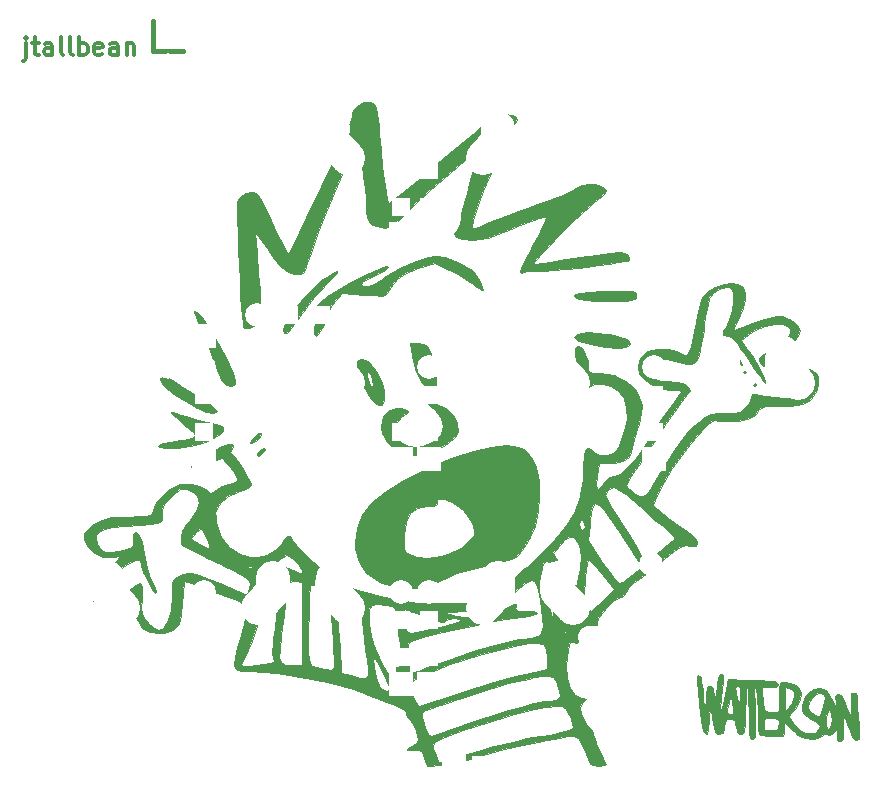
<source format=gto>
G04 #@! TF.FileFunction,Legend,Top*
%FSLAX46Y46*%
G04 Gerber Fmt 4.6, Leading zero omitted, Abs format (unit mm)*
G04 Created by KiCad (PCBNEW 4.0.7) date 03/15/18 20:04:12*
%MOMM*%
%LPD*%
G01*
G04 APERTURE LIST*
%ADD10C,0.100000*%
%ADD11C,0.300000*%
%ADD12C,0.381000*%
%ADD13C,0.010000*%
%ADD14C,2.900000*%
%ADD15C,2.400000*%
%ADD16O,2.000000X2.400000*%
%ADD17C,1.200000*%
%ADD18C,2.500000*%
%ADD19C,2.150000*%
%ADD20C,1.600000*%
%ADD21R,2.100000X2.100000*%
%ADD22O,2.100000X2.100000*%
%ADD23R,2.000000X2.000000*%
%ADD24C,2.000000*%
%ADD25R,2.152600X2.152600*%
%ADD26C,2.152600*%
%ADD27R,1.600000X1.900000*%
%ADD28R,1.900000X1.600000*%
%ADD29R,1.600000X1.600000*%
%ADD30C,6.800000*%
G04 APERTURE END LIST*
D10*
D11*
X71828572Y-82978571D02*
X71828572Y-84264286D01*
X71757143Y-84407143D01*
X71614286Y-84478571D01*
X71542858Y-84478571D01*
X71828572Y-82478571D02*
X71757143Y-82550000D01*
X71828572Y-82621429D01*
X71900000Y-82550000D01*
X71828572Y-82478571D01*
X71828572Y-82621429D01*
X72328572Y-82978571D02*
X72900001Y-82978571D01*
X72542858Y-82478571D02*
X72542858Y-83764286D01*
X72614286Y-83907143D01*
X72757144Y-83978571D01*
X72900001Y-83978571D01*
X74042858Y-83978571D02*
X74042858Y-83192857D01*
X73971429Y-83050000D01*
X73828572Y-82978571D01*
X73542858Y-82978571D01*
X73400001Y-83050000D01*
X74042858Y-83907143D02*
X73900001Y-83978571D01*
X73542858Y-83978571D01*
X73400001Y-83907143D01*
X73328572Y-83764286D01*
X73328572Y-83621429D01*
X73400001Y-83478571D01*
X73542858Y-83407143D01*
X73900001Y-83407143D01*
X74042858Y-83335714D01*
X74971430Y-83978571D02*
X74828572Y-83907143D01*
X74757144Y-83764286D01*
X74757144Y-82478571D01*
X75757144Y-83978571D02*
X75614286Y-83907143D01*
X75542858Y-83764286D01*
X75542858Y-82478571D01*
X76328572Y-83978571D02*
X76328572Y-82478571D01*
X76328572Y-83050000D02*
X76471429Y-82978571D01*
X76757143Y-82978571D01*
X76900000Y-83050000D01*
X76971429Y-83121429D01*
X77042858Y-83264286D01*
X77042858Y-83692857D01*
X76971429Y-83835714D01*
X76900000Y-83907143D01*
X76757143Y-83978571D01*
X76471429Y-83978571D01*
X76328572Y-83907143D01*
X78257143Y-83907143D02*
X78114286Y-83978571D01*
X77828572Y-83978571D01*
X77685715Y-83907143D01*
X77614286Y-83764286D01*
X77614286Y-83192857D01*
X77685715Y-83050000D01*
X77828572Y-82978571D01*
X78114286Y-82978571D01*
X78257143Y-83050000D01*
X78328572Y-83192857D01*
X78328572Y-83335714D01*
X77614286Y-83478571D01*
X79614286Y-83978571D02*
X79614286Y-83192857D01*
X79542857Y-83050000D01*
X79400000Y-82978571D01*
X79114286Y-82978571D01*
X78971429Y-83050000D01*
X79614286Y-83907143D02*
X79471429Y-83978571D01*
X79114286Y-83978571D01*
X78971429Y-83907143D01*
X78900000Y-83764286D01*
X78900000Y-83621429D01*
X78971429Y-83478571D01*
X79114286Y-83407143D01*
X79471429Y-83407143D01*
X79614286Y-83335714D01*
X80328572Y-82978571D02*
X80328572Y-83978571D01*
X80328572Y-83121429D02*
X80400000Y-83050000D01*
X80542858Y-82978571D01*
X80757143Y-82978571D01*
X80900000Y-83050000D01*
X80971429Y-83192857D01*
X80971429Y-83978571D01*
D12*
X82550000Y-83600000D02*
X85090000Y-83600000D01*
X82550000Y-81060000D02*
X82550000Y-83600000D01*
D13*
G36*
X132238640Y-103423741D02*
X132499445Y-103648456D01*
X132724010Y-104106549D01*
X132732834Y-104647018D01*
X132514815Y-105367864D01*
X132231961Y-106009732D01*
X131956990Y-106631043D01*
X131793004Y-107081793D01*
X131771891Y-107245780D01*
X131994246Y-107212764D01*
X132460871Y-107032321D01*
X132735123Y-106905923D01*
X133499746Y-106593771D01*
X134380840Y-106312035D01*
X134692172Y-106232494D01*
X135387067Y-106101146D01*
X135871669Y-106115941D01*
X136338153Y-106291766D01*
X136491701Y-106371883D01*
X137128509Y-106814001D01*
X137362985Y-107267797D01*
X137197595Y-107779606D01*
X136634802Y-108395759D01*
X136600992Y-108425955D01*
X135977983Y-108928626D01*
X135367818Y-109341890D01*
X135090574Y-109490314D01*
X134662692Y-109716754D01*
X134470771Y-109891530D01*
X134470000Y-109898545D01*
X134661774Y-110037039D01*
X135157802Y-110164228D01*
X135839137Y-110258087D01*
X136586836Y-110296589D01*
X136619923Y-110296667D01*
X137393631Y-110381717D01*
X138143082Y-110587971D01*
X138180965Y-110603366D01*
X138674167Y-110863974D01*
X138878304Y-111197836D01*
X138915000Y-111682610D01*
X138812863Y-112333365D01*
X138443584Y-112884948D01*
X138257615Y-113069244D01*
X137902084Y-113373202D01*
X137557615Y-113555956D01*
X137103863Y-113648087D01*
X136420486Y-113680177D01*
X135841103Y-113683333D01*
X134968901Y-113692145D01*
X134413557Y-113737119D01*
X134068675Y-113846064D01*
X133827861Y-114046790D01*
X133668269Y-114251260D01*
X133318794Y-114612640D01*
X132840119Y-114823223D01*
X132089808Y-114947392D01*
X131323994Y-114993938D01*
X130646873Y-114971998D01*
X130371730Y-114927617D01*
X130121592Y-114892962D01*
X129871741Y-114965443D01*
X129565176Y-115193680D01*
X129144898Y-115626289D01*
X128553907Y-116311888D01*
X128077379Y-116884589D01*
X127292000Y-117890622D01*
X126550910Y-118942503D01*
X125899937Y-119964458D01*
X125384911Y-120880711D01*
X125051658Y-121615487D01*
X124945000Y-122063848D01*
X125110730Y-122282957D01*
X125558648Y-122670773D01*
X126214844Y-123167079D01*
X126797083Y-123572844D01*
X127773041Y-124268339D01*
X128381952Y-124793709D01*
X128638411Y-125162027D01*
X128649167Y-125231940D01*
X128504809Y-125556193D01*
X128069402Y-125577018D01*
X127696667Y-125456262D01*
X127377658Y-125535186D01*
X126790778Y-125902395D01*
X125961451Y-126540908D01*
X125513677Y-126914143D01*
X124731057Y-127568091D01*
X124030436Y-128133293D01*
X123494809Y-128544018D01*
X123228128Y-128724264D01*
X122829250Y-129092766D01*
X122606931Y-129478107D01*
X122394406Y-129822505D01*
X122196975Y-129878084D01*
X121918029Y-129928279D01*
X121489465Y-130227930D01*
X121004814Y-130679957D01*
X120557609Y-131187279D01*
X120241382Y-131652815D01*
X120149666Y-131979484D01*
X120155103Y-131997430D01*
X120186171Y-132248071D01*
X119929987Y-132263104D01*
X119800471Y-132233447D01*
X119199308Y-132245346D01*
X118716118Y-132529092D01*
X118468647Y-132989253D01*
X118480484Y-133303266D01*
X118530046Y-133671345D01*
X118358984Y-133737089D01*
X118199883Y-133694789D01*
X117919547Y-133673978D01*
X117761987Y-133905629D01*
X117670701Y-134365817D01*
X117576272Y-135604162D01*
X117659061Y-136694757D01*
X117900360Y-137574359D01*
X118281457Y-138179728D01*
X118783644Y-138447622D01*
X118880491Y-138455065D01*
X119195354Y-138483192D01*
X119128104Y-138614464D01*
X118955736Y-138750062D01*
X118695523Y-139183939D01*
X118772776Y-139778051D01*
X119172131Y-140458702D01*
X119356663Y-140673307D01*
X119700929Y-141128160D01*
X119863146Y-141506638D01*
X119865000Y-141535442D01*
X119956155Y-141890774D01*
X120190238Y-142466538D01*
X120394167Y-142893334D01*
X120685772Y-143487600D01*
X120877965Y-143915337D01*
X120923333Y-144050464D01*
X120737954Y-144127280D01*
X120286407Y-144163009D01*
X120234096Y-144163334D01*
X119841849Y-144133696D01*
X119580900Y-143982047D01*
X119364196Y-143614277D01*
X119108261Y-142946250D01*
X118803314Y-142209533D01*
X118518562Y-141807780D01*
X118205113Y-141660888D01*
X117750728Y-141674303D01*
X116970760Y-141780081D01*
X115948444Y-141960684D01*
X114767016Y-142198576D01*
X113509711Y-142476217D01*
X112259764Y-142776071D01*
X111100411Y-143080598D01*
X110177346Y-143352356D01*
X109148592Y-143649566D01*
X108119720Y-143898843D01*
X107251486Y-144063056D01*
X106935915Y-144101015D01*
X105754330Y-144197355D01*
X105546718Y-143492428D01*
X105358635Y-143016329D01*
X105073924Y-142839716D01*
X104611636Y-142838409D01*
X104148282Y-142856610D01*
X104051685Y-142789638D01*
X104267398Y-142594712D01*
X104284600Y-142581459D01*
X104472222Y-142454172D01*
X106244238Y-142454172D01*
X106282795Y-142673066D01*
X106306790Y-142737083D01*
X106510475Y-143281347D01*
X106613965Y-143586449D01*
X106810708Y-143815444D01*
X107227494Y-143837807D01*
X107916776Y-143648310D01*
X108580861Y-143390393D01*
X109176618Y-143179774D01*
X110068600Y-142908087D01*
X111139869Y-142606494D01*
X112273485Y-142306160D01*
X113352511Y-142038249D01*
X114260009Y-141833922D01*
X114785000Y-141737025D01*
X116163506Y-141517814D01*
X117154925Y-141323481D01*
X117794145Y-141145014D01*
X118116054Y-140973399D01*
X118171667Y-140862142D01*
X118085341Y-140497176D01*
X117872031Y-139954662D01*
X117814963Y-139831348D01*
X117513181Y-139326850D01*
X117158967Y-139116784D01*
X116770468Y-139083334D01*
X115798351Y-139171971D01*
X114484979Y-139431116D01*
X112871944Y-139850617D01*
X111000840Y-140420323D01*
X110172398Y-140693732D01*
X108786067Y-141165354D01*
X107755446Y-141532358D01*
X107033245Y-141819744D01*
X106572171Y-142052509D01*
X106324933Y-142255653D01*
X106244238Y-142454172D01*
X104472222Y-142454172D01*
X104684992Y-142309825D01*
X104897205Y-142202876D01*
X104974821Y-141982683D01*
X104907250Y-141528647D01*
X104738033Y-140985865D01*
X104510711Y-140499431D01*
X104308839Y-140242223D01*
X104030747Y-139852264D01*
X103967587Y-139664919D01*
X105337170Y-139664919D01*
X105351804Y-140055296D01*
X105614003Y-140909162D01*
X105884552Y-141450169D01*
X106118715Y-141623334D01*
X106392323Y-141554966D01*
X106986383Y-141366953D01*
X107823721Y-141084926D01*
X108827166Y-140734519D01*
X109266738Y-140577732D01*
X110856992Y-140027649D01*
X112364359Y-139544988D01*
X113721873Y-139148602D01*
X114862566Y-138857343D01*
X115719473Y-138690063D01*
X116090266Y-138656759D01*
X116736904Y-138567025D01*
X117019782Y-138281758D01*
X116969107Y-137760353D01*
X116899969Y-137568300D01*
X116664310Y-137007499D01*
X116435377Y-136668764D01*
X116117816Y-136521583D01*
X115616270Y-136535446D01*
X114835383Y-136679842D01*
X114407358Y-136770753D01*
X113440031Y-136982323D01*
X112620158Y-137177663D01*
X111842332Y-137387303D01*
X111001144Y-137641776D01*
X109991189Y-137971612D01*
X108707058Y-138407343D01*
X108435000Y-138500633D01*
X107454815Y-138835601D01*
X106594920Y-139126746D01*
X105949226Y-139342452D01*
X105614698Y-139450200D01*
X105337170Y-139664919D01*
X103967587Y-139664919D01*
X103961778Y-139647689D01*
X103716748Y-139355118D01*
X103083919Y-139027361D01*
X102324789Y-138745997D01*
X101490297Y-138452900D01*
X100745701Y-138169369D01*
X100240073Y-137952420D01*
X100208122Y-137936444D01*
X99534998Y-137673335D01*
X98533394Y-137385396D01*
X97296032Y-137090232D01*
X95915631Y-136805448D01*
X94484914Y-136548649D01*
X93096602Y-136337438D01*
X91843415Y-136189421D01*
X90818075Y-136122203D01*
X90641190Y-136120000D01*
X90087191Y-136118484D01*
X89708955Y-136073090D01*
X89493964Y-135922545D01*
X89429700Y-135605580D01*
X89430827Y-135597272D01*
X90020000Y-135597272D01*
X90159971Y-135677028D01*
X90609358Y-135682344D01*
X91412372Y-135612338D01*
X91864248Y-135560438D01*
X92499143Y-135466022D01*
X92792099Y-135353230D01*
X92823711Y-135177653D01*
X92771150Y-135060701D01*
X92753567Y-134969302D01*
X93282087Y-134969302D01*
X93437770Y-135410200D01*
X93779370Y-135619005D01*
X94331243Y-135654360D01*
X94465000Y-135646077D01*
X95205833Y-135590834D01*
X95205833Y-133582689D01*
X95731435Y-133582689D01*
X95736964Y-134488626D01*
X95775922Y-135101036D01*
X95872646Y-135484686D01*
X96051471Y-135704341D01*
X96336732Y-135824768D01*
X96752766Y-135910733D01*
X97110833Y-135980055D01*
X97653210Y-136025342D01*
X97893665Y-135829915D01*
X97918684Y-135463578D01*
X97889792Y-135051593D01*
X97841395Y-134326245D01*
X97780699Y-133396658D01*
X97726360Y-132551550D01*
X97646457Y-131466171D01*
X97559044Y-130720666D01*
X97446787Y-130231690D01*
X97307479Y-129946817D01*
X98057809Y-129946817D01*
X98152627Y-130863825D01*
X98206196Y-131469357D01*
X98273673Y-132357333D01*
X98344742Y-133387559D01*
X98386301Y-134039775D01*
X98525158Y-136298716D01*
X99299662Y-136504982D01*
X100092588Y-136697792D01*
X100555745Y-136730774D01*
X100763308Y-136570758D01*
X100789448Y-136184578D01*
X100752255Y-135855417D01*
X100673972Y-135253465D01*
X100672371Y-135240852D01*
X101228107Y-135240852D01*
X101249663Y-135690774D01*
X101349908Y-136279983D01*
X101502121Y-136877032D01*
X101679583Y-137350471D01*
X101817504Y-137548750D01*
X102282123Y-137804736D01*
X102547034Y-137758226D01*
X102549131Y-137607563D01*
X103194794Y-137607563D01*
X103266724Y-137841742D01*
X103429042Y-138002009D01*
X103521635Y-137842596D01*
X103523220Y-137512155D01*
X103482882Y-137447327D01*
X103279315Y-137398007D01*
X103194794Y-137607563D01*
X102549131Y-137607563D01*
X102551639Y-137427495D01*
X102519307Y-137337084D01*
X102494463Y-137279826D01*
X104201667Y-137279826D01*
X104286760Y-137668693D01*
X104493697Y-138188904D01*
X104749961Y-138690913D01*
X104983033Y-139025167D01*
X105076193Y-139083334D01*
X105320280Y-139019305D01*
X105897486Y-138841694D01*
X106739800Y-138572216D01*
X107779209Y-138232584D01*
X108762303Y-137906483D01*
X110077113Y-137481307D01*
X111409875Y-137074408D01*
X112644302Y-136719658D01*
X113664107Y-136450929D01*
X114118231Y-136346403D01*
X115949167Y-135963174D01*
X115907316Y-135071192D01*
X115816069Y-134300575D01*
X115579475Y-133879850D01*
X115116947Y-133740561D01*
X114414864Y-133803358D01*
X113178445Y-134035828D01*
X111829425Y-134349933D01*
X110428112Y-134725147D01*
X109034813Y-135140942D01*
X107709833Y-135576789D01*
X106513478Y-136012161D01*
X105506057Y-136426531D01*
X104747875Y-136799370D01*
X104299238Y-137110151D01*
X104201667Y-137279826D01*
X102494463Y-137279826D01*
X102229425Y-136669017D01*
X101903565Y-136002276D01*
X101599986Y-135446657D01*
X101376946Y-135111956D01*
X101311957Y-135061667D01*
X101228107Y-135240852D01*
X100672371Y-135240852D01*
X100562235Y-134373475D01*
X100435015Y-133357605D01*
X100362216Y-132770274D01*
X100224926Y-131735882D01*
X100172754Y-131477932D01*
X100850488Y-131477932D01*
X100899510Y-132193633D01*
X101034288Y-133155642D01*
X101283628Y-134020673D01*
X101706700Y-134975805D01*
X101896967Y-135347318D01*
X102381927Y-136190560D01*
X102772761Y-136707021D01*
X103048029Y-136881819D01*
X103186292Y-136700073D01*
X103177986Y-136236502D01*
X103186443Y-135828799D01*
X103336736Y-135791212D01*
X103482989Y-135710585D01*
X103555518Y-135300345D01*
X103554672Y-134647682D01*
X103480799Y-133839784D01*
X103334248Y-132963841D01*
X103325263Y-132920974D01*
X103190293Y-132165604D01*
X103111912Y-131494316D01*
X103103085Y-131224122D01*
X103067153Y-130905728D01*
X103850480Y-130905728D01*
X103852568Y-131112170D01*
X103895370Y-131606736D01*
X103933140Y-131959242D01*
X103973764Y-132383739D01*
X104027471Y-132672102D01*
X104160884Y-132834440D01*
X104440625Y-132880860D01*
X104933315Y-132821469D01*
X105705577Y-132666375D01*
X106824032Y-132425686D01*
X106900417Y-132409421D01*
X107797605Y-132191229D01*
X108385959Y-131991577D01*
X108639172Y-131827580D01*
X108530939Y-131716351D01*
X108034955Y-131675003D01*
X108029305Y-131675000D01*
X107561340Y-131749911D01*
X107330140Y-131920412D01*
X107105984Y-131988297D01*
X106534778Y-131861095D01*
X105603940Y-131535959D01*
X105566251Y-131521556D01*
X104801883Y-131233287D01*
X104210554Y-131018799D01*
X103885163Y-130911435D01*
X103850480Y-130905728D01*
X103067153Y-130905728D01*
X103060993Y-130851150D01*
X102823329Y-130653595D01*
X102302976Y-130536394D01*
X101565396Y-130454281D01*
X101114778Y-130539761D01*
X100895138Y-130858941D01*
X100850488Y-131477932D01*
X100172754Y-131477932D01*
X100084472Y-131041450D01*
X99892051Y-130606069D01*
X99598856Y-130348833D01*
X99156083Y-130188836D01*
X98748488Y-130095118D01*
X98057809Y-129946817D01*
X97307479Y-129946817D01*
X97292358Y-129915897D01*
X97143180Y-129746966D01*
X96897282Y-129460635D01*
X96912171Y-129339166D01*
X96899597Y-129249896D01*
X96593044Y-129045081D01*
X96584323Y-129040237D01*
X96151029Y-128859894D01*
X95896406Y-128848563D01*
X95841614Y-129083529D01*
X95794793Y-129667961D01*
X95759376Y-130528019D01*
X95738799Y-131589860D01*
X95735000Y-132318459D01*
X95731435Y-133582689D01*
X95205833Y-133582689D01*
X95205833Y-128605834D01*
X94705171Y-128534996D01*
X94316617Y-128524179D01*
X94059923Y-128671802D01*
X93897774Y-129049784D01*
X93792853Y-129730045D01*
X93734931Y-130405000D01*
X93647001Y-131394109D01*
X93534108Y-132407657D01*
X93431051Y-133156667D01*
X93287966Y-134237671D01*
X93282087Y-134969302D01*
X92753567Y-134969302D01*
X92683732Y-134606301D01*
X92711167Y-133862495D01*
X92763547Y-133448840D01*
X92884602Y-132561018D01*
X93009555Y-131503074D01*
X93096996Y-130651813D01*
X93165524Y-129857914D01*
X93173497Y-129399926D01*
X93101128Y-129192393D01*
X92928629Y-129149859D01*
X92753904Y-129170146D01*
X92527140Y-129247846D01*
X92332589Y-129454017D01*
X92136429Y-129858793D01*
X91904838Y-130532304D01*
X91603994Y-131544685D01*
X91596953Y-131569167D01*
X91282073Y-132595546D01*
X90953270Y-133552794D01*
X90654683Y-134317963D01*
X90473816Y-134697688D01*
X90196645Y-135207238D01*
X90036077Y-135542743D01*
X90020000Y-135597272D01*
X89430827Y-135597272D01*
X89503643Y-135060922D01*
X89703276Y-134227301D01*
X90014124Y-133050834D01*
X90246961Y-132113733D01*
X90412866Y-131330267D01*
X90495216Y-130787894D01*
X90484080Y-130578106D01*
X90212890Y-130424028D01*
X89645842Y-130165209D01*
X88884550Y-129842601D01*
X88030628Y-129497156D01*
X87185692Y-129169826D01*
X86451355Y-128901563D01*
X85929233Y-128733319D01*
X85865728Y-128716841D01*
X85203956Y-128556375D01*
X85073818Y-129639438D01*
X84995337Y-130428114D01*
X84947967Y-131164703D01*
X84941840Y-131410417D01*
X84768804Y-132184575D01*
X84270074Y-132698772D01*
X83469015Y-132932566D01*
X83187930Y-132945000D01*
X82312964Y-132835575D01*
X81675075Y-132462031D01*
X81177443Y-131756468D01*
X81021648Y-131425785D01*
X80780914Y-130876185D01*
X80621785Y-130519608D01*
X80590730Y-130454131D01*
X80403845Y-130501432D01*
X79992333Y-130692641D01*
X79944409Y-130717410D01*
X79300466Y-130983034D01*
X78762986Y-130980003D01*
X78141316Y-130698628D01*
X78007916Y-130618987D01*
X77477840Y-130182828D01*
X77282016Y-129693894D01*
X77429122Y-129111505D01*
X77927835Y-128394984D01*
X78642917Y-127642079D01*
X79269702Y-127027898D01*
X79619711Y-126656792D01*
X79720607Y-126477683D01*
X79600054Y-126439494D01*
X79285717Y-126491146D01*
X79263936Y-126495463D01*
X78370494Y-126493509D01*
X77579960Y-126165937D01*
X77019617Y-125567560D01*
X76992518Y-125517364D01*
X76743124Y-124917899D01*
X76743832Y-124904135D01*
X77743333Y-124904135D01*
X77871954Y-125343944D01*
X78113750Y-125730501D01*
X78352426Y-125978015D01*
X78622641Y-126081130D01*
X79054623Y-126056484D01*
X79710625Y-125934513D01*
X80392706Y-125784753D01*
X80752491Y-125641136D01*
X80883592Y-125430872D01*
X80879621Y-125081173D01*
X80874791Y-125029313D01*
X80899594Y-124529621D01*
X81114524Y-124372500D01*
X81114771Y-124372500D01*
X81398690Y-124579485D01*
X81641566Y-125184217D01*
X81834910Y-126162366D01*
X81890051Y-126595000D01*
X82055330Y-127378882D01*
X82345724Y-128238625D01*
X82483998Y-128552917D01*
X82721404Y-129109606D01*
X82816056Y-129474720D01*
X82781229Y-129558334D01*
X82604710Y-129382617D01*
X82334703Y-128939650D01*
X82033759Y-128355709D01*
X81764432Y-127757068D01*
X81589274Y-127270004D01*
X81555401Y-127083742D01*
X81444787Y-126775361D01*
X81102218Y-126753584D01*
X80500516Y-127022398D01*
X80030772Y-127307439D01*
X79153349Y-127986645D01*
X78537076Y-128700570D01*
X78211644Y-129389807D01*
X78206744Y-129994947D01*
X78483107Y-130404121D01*
X78896561Y-130496541D01*
X79489079Y-130227693D01*
X80270004Y-129592657D01*
X80564199Y-129308331D01*
X81106541Y-128832297D01*
X81454251Y-128707201D01*
X81631769Y-128949654D01*
X81663540Y-129576268D01*
X81632781Y-130034584D01*
X81582956Y-130778750D01*
X81623449Y-131255779D01*
X81794272Y-131618865D01*
X82135437Y-132021204D01*
X82157980Y-132045417D01*
X82660187Y-132531911D01*
X83018892Y-132703580D01*
X83339383Y-132588113D01*
X83540733Y-132409029D01*
X83862823Y-131846772D01*
X84077929Y-130956325D01*
X84168120Y-129823360D01*
X84167490Y-129414532D01*
X84173365Y-128797888D01*
X84280174Y-128412968D01*
X84574888Y-128160538D01*
X85144476Y-127941365D01*
X85575000Y-127808554D01*
X85884889Y-127850862D01*
X86492054Y-128037439D01*
X87308065Y-128338078D01*
X88220833Y-128712397D01*
X90549167Y-129712367D01*
X90732485Y-129191228D01*
X90791362Y-128666018D01*
X90678243Y-128484125D01*
X92600569Y-128484125D01*
X92702745Y-128677131D01*
X92877500Y-128711667D01*
X93140934Y-128604267D01*
X93154430Y-128484125D01*
X92935910Y-128265439D01*
X92877500Y-128256584D01*
X92629314Y-128421370D01*
X92600569Y-128484125D01*
X90678243Y-128484125D01*
X90626652Y-128401168D01*
X90331226Y-128205112D01*
X89746654Y-127872177D01*
X88964881Y-127449830D01*
X88829066Y-127378741D01*
X90575493Y-127378741D01*
X90866667Y-127408246D01*
X91167155Y-127374982D01*
X91131250Y-127301484D01*
X90697895Y-127273528D01*
X90602083Y-127301484D01*
X90575493Y-127378741D01*
X88829066Y-127378741D01*
X88125477Y-127010467D01*
X92946149Y-127010467D01*
X93440991Y-127202905D01*
X94042569Y-127442651D01*
X94465000Y-127615845D01*
X95001341Y-127812440D01*
X95217193Y-127800406D01*
X95165775Y-127569994D01*
X95126883Y-127494584D01*
X94828032Y-127083220D01*
X94431519Y-126663864D01*
X94070822Y-126361422D01*
X93816326Y-126339136D01*
X93467408Y-126585492D01*
X93440991Y-126607014D01*
X92946149Y-127010467D01*
X88125477Y-127010467D01*
X88077848Y-126985537D01*
X87177498Y-126526766D01*
X86355774Y-126120982D01*
X85704620Y-125815651D01*
X85315977Y-125658241D01*
X85310417Y-125656610D01*
X84981363Y-125377386D01*
X84907688Y-124896071D01*
X85786667Y-124896071D01*
X85954718Y-125061655D01*
X86354695Y-125310519D01*
X86830332Y-125557063D01*
X87225365Y-125715690D01*
X87317825Y-125734796D01*
X87336692Y-125574768D01*
X87199362Y-125156774D01*
X87112436Y-124954584D01*
X86873838Y-124438525D01*
X86716111Y-124113868D01*
X86693825Y-124073937D01*
X86522555Y-124127121D01*
X86217869Y-124368399D01*
X85924425Y-124666671D01*
X85786880Y-124890837D01*
X85786667Y-124896071D01*
X84907688Y-124896071D01*
X84904205Y-124873321D01*
X85062608Y-124247088D01*
X85440239Y-123601357D01*
X85680833Y-123328278D01*
X86236682Y-122594930D01*
X86431434Y-121901155D01*
X86258498Y-121303760D01*
X85951236Y-120997836D01*
X85398608Y-120719832D01*
X84891548Y-120753658D01*
X84330901Y-121122515D01*
X83980959Y-121458863D01*
X83498263Y-122025627D01*
X83299702Y-122482344D01*
X83300478Y-122844016D01*
X83302028Y-123314173D01*
X83191097Y-123560178D01*
X82894496Y-123631192D01*
X82299815Y-123703366D01*
X81531998Y-123761767D01*
X81480138Y-123764672D01*
X80103494Y-123857335D01*
X79098013Y-123972851D01*
X78411582Y-124127113D01*
X77992088Y-124336009D01*
X77787420Y-124615433D01*
X77743333Y-124904135D01*
X76743832Y-124904135D01*
X76765847Y-124476450D01*
X77100977Y-124070206D01*
X77584583Y-123712711D01*
X78049820Y-123422075D01*
X78485452Y-123238285D01*
X79013034Y-123134193D01*
X79754119Y-123082650D01*
X80495000Y-123062701D01*
X81427179Y-123040094D01*
X82018051Y-123001605D01*
X82349580Y-122924124D01*
X82503732Y-122784544D01*
X82562469Y-122559756D01*
X82573178Y-122476794D01*
X82811925Y-121904377D01*
X83319599Y-121288548D01*
X83972828Y-120744987D01*
X84648236Y-120389373D01*
X84860779Y-120331876D01*
X85849444Y-120301084D01*
X86723188Y-120560665D01*
X87109583Y-120823464D01*
X87417732Y-121037827D01*
X87686702Y-120957039D01*
X87894664Y-120782012D01*
X88405361Y-120467757D01*
X88990089Y-120267516D01*
X89474203Y-120115215D01*
X89726491Y-119934217D01*
X89731109Y-119922059D01*
X89638742Y-119655928D01*
X89336465Y-119202418D01*
X89089590Y-118895437D01*
X88387811Y-118075040D01*
X87165238Y-118532464D01*
X86505087Y-118750911D01*
X86011608Y-118861252D01*
X85811749Y-118847632D01*
X85834838Y-118660849D01*
X85901715Y-118625450D01*
X86178140Y-118474928D01*
X86696018Y-118154776D01*
X87346185Y-117732595D01*
X87383381Y-117707912D01*
X88244313Y-117188493D01*
X88889072Y-116909279D01*
X89280080Y-116882481D01*
X89385000Y-117057508D01*
X89231054Y-117343934D01*
X89171710Y-117388504D01*
X89126603Y-117618490D01*
X89315589Y-117877246D01*
X89670164Y-118300967D01*
X90081181Y-118888192D01*
X90470007Y-119512816D01*
X90758011Y-120048734D01*
X90866667Y-120364765D01*
X90681479Y-120563235D01*
X90211682Y-120784035D01*
X89911215Y-120880826D01*
X88955868Y-121321100D01*
X88347383Y-121841244D01*
X87983485Y-122299917D01*
X87839786Y-122689440D01*
X87868409Y-123204158D01*
X87927767Y-123544566D01*
X88321312Y-124754864D01*
X88997066Y-125651358D01*
X89966078Y-126245334D01*
X90805014Y-126483490D01*
X91494095Y-126478483D01*
X92244892Y-126273213D01*
X92928935Y-125928661D01*
X93417758Y-125505805D01*
X93580138Y-125166250D01*
X93732766Y-124856359D01*
X93991195Y-124679229D01*
X94206616Y-124704868D01*
X94253333Y-124849546D01*
X94401488Y-125114813D01*
X94793153Y-125576228D01*
X95349130Y-126155951D01*
X95990218Y-126776141D01*
X96637220Y-127358957D01*
X97210936Y-127826560D01*
X97462979Y-128004136D01*
X98209341Y-128472046D01*
X98834861Y-128818627D01*
X99457159Y-129091912D01*
X100193858Y-129339938D01*
X101162577Y-129610739D01*
X101812977Y-129780616D01*
X102962772Y-130058451D01*
X103951289Y-130241906D01*
X104938217Y-130350642D01*
X106083249Y-130404319D01*
X106998810Y-130419096D01*
X108078079Y-130417160D01*
X109028329Y-130393855D01*
X109756730Y-130352980D01*
X110170453Y-130298333D01*
X110202718Y-130287985D01*
X110494776Y-130242290D01*
X110523092Y-130506019D01*
X110518174Y-130532866D01*
X110421389Y-130739993D01*
X110168947Y-130876523D01*
X109674451Y-130967464D01*
X108851500Y-131037824D01*
X108750456Y-131044518D01*
X107941938Y-131104769D01*
X107511358Y-131162034D01*
X107413621Y-131229276D01*
X107603631Y-131319456D01*
X107694167Y-131348127D01*
X108247253Y-131453483D01*
X109032553Y-131529203D01*
X109705000Y-131555276D01*
X110605632Y-131522997D01*
X111300033Y-131371224D01*
X111999544Y-131050086D01*
X112112910Y-130987084D01*
X112764892Y-130624777D01*
X113125469Y-130456663D01*
X113271414Y-130467988D01*
X113279496Y-130643996D01*
X113259695Y-130766691D01*
X113289818Y-130993938D01*
X113551298Y-131081352D01*
X114075549Y-131069560D01*
X114649692Y-131076152D01*
X115023352Y-131163810D01*
X115075380Y-131207785D01*
X114934363Y-131315591D01*
X114448559Y-131442905D01*
X113694905Y-131572369D01*
X113138997Y-131644692D01*
X112416427Y-131751527D01*
X111456128Y-131925745D01*
X110333406Y-132150209D01*
X109123564Y-132407781D01*
X107901909Y-132681324D01*
X106743744Y-132953700D01*
X105724376Y-133207772D01*
X104919109Y-133426401D01*
X104403247Y-133592452D01*
X104256695Y-133666083D01*
X104201243Y-133923337D01*
X104175825Y-134452426D01*
X104178090Y-135103092D01*
X104205693Y-135725076D01*
X104256284Y-136168121D01*
X104297642Y-136286531D01*
X104522767Y-136255868D01*
X105052130Y-136095928D01*
X105797135Y-135835208D01*
X106361586Y-135622673D01*
X108033476Y-135007097D01*
X109677866Y-134457748D01*
X111209643Y-133999720D01*
X112543695Y-133658106D01*
X113594909Y-133458000D01*
X113780495Y-133435382D01*
X114605369Y-133332501D01*
X115144671Y-133178765D01*
X115445302Y-132897634D01*
X115462381Y-132821528D01*
X117341710Y-132821528D01*
X117380627Y-133096063D01*
X117452882Y-133099340D01*
X117503410Y-132816048D01*
X117469592Y-132693646D01*
X117375605Y-132613471D01*
X117341710Y-132821528D01*
X115462381Y-132821528D01*
X115554162Y-132412564D01*
X115518152Y-131647013D01*
X115414899Y-130768031D01*
X115338841Y-130236574D01*
X116087787Y-130236574D01*
X116098352Y-130484717D01*
X116129147Y-130616667D01*
X116248596Y-131205776D01*
X116297651Y-131569167D01*
X116341240Y-131673942D01*
X116403997Y-131409263D01*
X116421793Y-131277668D01*
X116411559Y-130715505D01*
X116264443Y-130336264D01*
X116253289Y-130325168D01*
X116087787Y-130236574D01*
X115338841Y-130236574D01*
X115253090Y-129637398D01*
X115078419Y-128898200D01*
X114852252Y-128519325D01*
X114535956Y-128469660D01*
X114090899Y-128718093D01*
X113493109Y-129220318D01*
X112699391Y-129857620D01*
X112010893Y-130264886D01*
X111491564Y-130410426D01*
X111253130Y-130330353D01*
X111293887Y-130165240D01*
X111580075Y-129810010D01*
X112129551Y-129246802D01*
X112960176Y-128457760D01*
X114089805Y-127425024D01*
X114209015Y-127317894D01*
X115511422Y-127317894D01*
X115523578Y-127898940D01*
X115758832Y-128613036D01*
X115771973Y-128640810D01*
X116160833Y-129452500D01*
X116226410Y-128421061D01*
X116232097Y-128197397D01*
X116650966Y-128197397D01*
X116716814Y-128870787D01*
X116731627Y-128978970D01*
X116881176Y-129746663D01*
X117104447Y-130545572D01*
X117365012Y-131280339D01*
X117626441Y-131855606D01*
X117852304Y-132176015D01*
X117963034Y-132202292D01*
X118077707Y-131955121D01*
X118150695Y-131639478D01*
X118619686Y-131639478D01*
X118650763Y-131824579D01*
X118806667Y-131780834D01*
X118990839Y-131478762D01*
X119015092Y-131292092D01*
X118980838Y-131055210D01*
X118834510Y-131209073D01*
X118806667Y-131251667D01*
X118619686Y-131639478D01*
X118150695Y-131639478D01*
X118198347Y-131433409D01*
X118248484Y-131118079D01*
X118298477Y-130480808D01*
X118205150Y-129975377D01*
X117953578Y-129476909D01*
X119080263Y-129476909D01*
X119115725Y-130146281D01*
X119250401Y-130569305D01*
X119267932Y-130598749D01*
X119520326Y-130936138D01*
X119660178Y-131040000D01*
X119858116Y-130900680D01*
X120256136Y-130538177D01*
X120690637Y-130108928D01*
X121604415Y-129177856D01*
X120583475Y-127901994D01*
X120084609Y-127309460D01*
X119681321Y-126887355D01*
X119446246Y-126710243D01*
X119424005Y-126711749D01*
X119342030Y-126948396D01*
X119247921Y-127500209D01*
X119158976Y-128260047D01*
X119138920Y-128477432D01*
X119080263Y-129476909D01*
X117953578Y-129476909D01*
X117919156Y-129408706D01*
X117737255Y-129117736D01*
X117217188Y-128339213D01*
X116878132Y-127928433D01*
X116697065Y-127882220D01*
X116650966Y-128197397D01*
X116232097Y-128197397D01*
X116243381Y-127753619D01*
X116211535Y-127239318D01*
X116180137Y-127098144D01*
X115952818Y-126824578D01*
X115694718Y-126924704D01*
X115511422Y-127317894D01*
X114209015Y-127317894D01*
X114766248Y-126817129D01*
X115425902Y-126181803D01*
X116427784Y-126181803D01*
X116948328Y-126970485D01*
X117367365Y-127615354D01*
X117753024Y-128224411D01*
X117825148Y-128341250D01*
X118124382Y-128743931D01*
X118361664Y-128922793D01*
X118370153Y-128923334D01*
X118478481Y-128729336D01*
X118593291Y-128216109D01*
X118692650Y-127486801D01*
X118707576Y-127336534D01*
X118770070Y-126447349D01*
X118748051Y-125854235D01*
X118630183Y-125436298D01*
X118509090Y-125219867D01*
X118354362Y-125040807D01*
X119390637Y-125040807D01*
X120612091Y-126876237D01*
X121139254Y-127636031D01*
X121599922Y-128240875D01*
X121935106Y-128616643D01*
X122066356Y-128703719D01*
X122350280Y-128570602D01*
X122817808Y-128239574D01*
X123120952Y-127992293D01*
X123942737Y-127288814D01*
X122101901Y-124476017D01*
X121330759Y-123319675D01*
X120746171Y-122516895D01*
X120317565Y-122057832D01*
X120014367Y-121932637D01*
X119806005Y-122131464D01*
X119661904Y-122644467D01*
X119551493Y-123461797D01*
X119532040Y-123648320D01*
X119390637Y-125040807D01*
X118354362Y-125040807D01*
X118161963Y-124818153D01*
X117815682Y-124758208D01*
X117395079Y-125051829D01*
X117035142Y-125451183D01*
X116427784Y-126181803D01*
X115425902Y-126181803D01*
X116254855Y-125383423D01*
X117385250Y-124044599D01*
X117606891Y-123685134D01*
X118640264Y-123685134D01*
X118702147Y-124014141D01*
X118878563Y-124197144D01*
X118996967Y-124174039D01*
X119105826Y-123900153D01*
X119075950Y-123617468D01*
X118914658Y-123330288D01*
X118750216Y-123391784D01*
X118640264Y-123685134D01*
X117606891Y-123685134D01*
X118191649Y-122736755D01*
X118708269Y-121395991D01*
X118736977Y-121237900D01*
X120868987Y-121237900D01*
X120975799Y-121546048D01*
X121271938Y-122041751D01*
X121624229Y-122577760D01*
X122225261Y-123511307D01*
X122876530Y-124564522D01*
X123360089Y-125377917D01*
X123757481Y-126050594D01*
X124070270Y-126552964D01*
X124242898Y-126796544D01*
X124257184Y-126806667D01*
X124449868Y-126690758D01*
X124886527Y-126387003D01*
X125467811Y-125964695D01*
X126066117Y-125507953D01*
X126520658Y-125133592D01*
X126726574Y-124930132D01*
X126631999Y-124716053D01*
X126269436Y-124340770D01*
X125723545Y-123890380D01*
X125019183Y-123326050D01*
X124355706Y-122740946D01*
X123979494Y-122369157D01*
X123415915Y-121830692D01*
X122720110Y-121258993D01*
X122436075Y-121050685D01*
X121894317Y-120685095D01*
X121572146Y-120542495D01*
X121344687Y-120599792D01*
X121114612Y-120806314D01*
X120924319Y-121022818D01*
X120868987Y-121237900D01*
X118736977Y-121237900D01*
X118969324Y-119958403D01*
X119018333Y-118875844D01*
X119058304Y-117934939D01*
X119185022Y-117395286D01*
X119408693Y-117241781D01*
X119739526Y-117459321D01*
X119873882Y-117609870D01*
X120337038Y-117852284D01*
X120891425Y-117874453D01*
X121359644Y-117788147D01*
X121687239Y-117558047D01*
X121996343Y-117079012D01*
X122139042Y-116800426D01*
X122485497Y-115849027D01*
X122663557Y-114809954D01*
X122661375Y-113831694D01*
X122467104Y-113062734D01*
X122441329Y-113011737D01*
X121970666Y-112441244D01*
X121317463Y-112026953D01*
X120600603Y-111805164D01*
X119938972Y-111812176D01*
X119451453Y-112084289D01*
X119441667Y-112095834D01*
X119046705Y-112339789D01*
X118543587Y-112404886D01*
X118136765Y-112276836D01*
X118060103Y-112192395D01*
X118062397Y-111865698D01*
X118178192Y-111664637D01*
X118326069Y-111226089D01*
X118364303Y-110429653D01*
X118345133Y-109980576D01*
X118311171Y-109233558D01*
X118341779Y-108816052D01*
X118455713Y-108636725D01*
X118627936Y-108603334D01*
X118912952Y-108793031D01*
X119178666Y-109276934D01*
X119372048Y-109927265D01*
X119440486Y-110561250D01*
X119523795Y-110794593D01*
X119837655Y-110905491D01*
X120415094Y-110931667D01*
X121635700Y-111111182D01*
X122673157Y-111625428D01*
X123341656Y-112284371D01*
X123755439Y-112940965D01*
X123948731Y-113573336D01*
X123929418Y-114299943D01*
X123705386Y-115239250D01*
X123567613Y-115678448D01*
X123318838Y-116476098D01*
X123133217Y-117138980D01*
X123043585Y-117547894D01*
X123040000Y-117593704D01*
X122847068Y-117995293D01*
X122342718Y-118323816D01*
X121638615Y-118520702D01*
X121213598Y-118551667D01*
X120328058Y-118551667D01*
X120180636Y-119623552D01*
X120108241Y-120396946D01*
X120159965Y-120766454D01*
X120336592Y-120733160D01*
X120567956Y-120400236D01*
X122616667Y-120400236D01*
X122779941Y-120650323D01*
X123183915Y-120982713D01*
X123298132Y-121058235D01*
X123725131Y-121291194D01*
X124058525Y-121329015D01*
X124370488Y-121125781D01*
X124733194Y-120635574D01*
X125197599Y-119849782D01*
X125998628Y-118491087D01*
X126748775Y-117311550D01*
X127411113Y-116364752D01*
X127948715Y-115704272D01*
X128241082Y-115433775D01*
X128821830Y-115016391D01*
X129319747Y-114651461D01*
X129830302Y-114387944D01*
X130502728Y-114290535D01*
X131027236Y-114297403D01*
X131773091Y-114296322D01*
X132262790Y-114179972D01*
X132656905Y-113907575D01*
X132692695Y-113874462D01*
X133048816Y-113421070D01*
X133199958Y-112992738D01*
X133200000Y-112987413D01*
X133259170Y-112718919D01*
X133515859Y-112662036D01*
X133887917Y-112726434D01*
X134469254Y-112821716D01*
X135277916Y-112916884D01*
X135973321Y-112978268D01*
X136958798Y-112986842D01*
X137600374Y-112819594D01*
X137952007Y-112445333D01*
X138067655Y-111832868D01*
X138068333Y-111767247D01*
X138044090Y-111439048D01*
X137919980Y-111218794D01*
X137618935Y-111072529D01*
X137063888Y-110966299D01*
X136177769Y-110866150D01*
X135977811Y-110846213D01*
X135071359Y-110678068D01*
X134392365Y-110403006D01*
X133978232Y-110065946D01*
X133866364Y-109711808D01*
X134094165Y-109385509D01*
X134577890Y-109165046D01*
X135300112Y-108915886D01*
X135758389Y-108633928D01*
X136105435Y-108211502D01*
X136238391Y-107994354D01*
X136480297Y-107492023D01*
X136470311Y-107164019D01*
X136371224Y-107011284D01*
X135911866Y-106763605D01*
X135214306Y-106741778D01*
X134385439Y-106926461D01*
X133532160Y-107298313D01*
X133037651Y-107614448D01*
X132363636Y-108111720D01*
X132905432Y-108833777D01*
X133260359Y-109361768D01*
X133641422Y-110012197D01*
X133993893Y-110678614D01*
X134263045Y-111254567D01*
X134394151Y-111633606D01*
X134388570Y-111718653D01*
X134247148Y-111587642D01*
X133927175Y-111171800D01*
X133480672Y-110541328D01*
X133106541Y-109988630D01*
X132586604Y-109234510D01*
X132138337Y-108634474D01*
X131819776Y-108263408D01*
X131704893Y-108180000D01*
X131548592Y-108221207D01*
X131547360Y-108397873D01*
X131723302Y-108789571D01*
X132031640Y-109356350D01*
X132347165Y-109964246D01*
X132447695Y-110251845D01*
X132364117Y-110243455D01*
X132127319Y-109963383D01*
X131768190Y-109435937D01*
X131432668Y-108884979D01*
X131006018Y-108087804D01*
X130811475Y-107562074D01*
X130844353Y-107350214D01*
X131092112Y-107021887D01*
X131346522Y-106415133D01*
X131562856Y-105671732D01*
X131696389Y-104933461D01*
X131718333Y-104579742D01*
X131667263Y-104022934D01*
X131468063Y-103747590D01*
X131246829Y-103661073D01*
X130650005Y-103699145D01*
X130064229Y-104034948D01*
X129651214Y-104570599D01*
X129620193Y-104645653D01*
X129521628Y-105047474D01*
X129396256Y-105755780D01*
X129263062Y-106656207D01*
X129181636Y-107287436D01*
X129005199Y-108473030D01*
X128806299Y-109340008D01*
X128596604Y-109838944D01*
X128571578Y-109871374D01*
X128344418Y-110095300D01*
X128083442Y-110174877D01*
X127658138Y-110118686D01*
X127068455Y-109970189D01*
X126026775Y-109732684D01*
X125302963Y-109680443D01*
X124828622Y-109825500D01*
X124535352Y-110179886D01*
X124437177Y-110433113D01*
X124439316Y-110971423D01*
X124817841Y-111344603D01*
X125554136Y-111539786D01*
X126077188Y-111566667D01*
X126941899Y-111645075D01*
X127585031Y-111857121D01*
X127665022Y-111906993D01*
X127994016Y-112170303D01*
X127999907Y-112389603D01*
X127749892Y-112700743D01*
X127259081Y-113316658D01*
X126646152Y-114173392D01*
X125998180Y-115143730D01*
X125402238Y-116100457D01*
X125275683Y-116315542D01*
X124841339Y-117016456D01*
X124269888Y-117876080D01*
X123680191Y-118715940D01*
X123643051Y-118766980D01*
X123167318Y-119444975D01*
X122808671Y-120005560D01*
X122627431Y-120352747D01*
X122616667Y-120400236D01*
X120567956Y-120400236D01*
X120638904Y-120298145D01*
X120652141Y-120275007D01*
X121058276Y-119772810D01*
X121556714Y-119611919D01*
X121593261Y-119611338D01*
X122109872Y-119427317D01*
X122744182Y-118916941D01*
X123439534Y-118139615D01*
X124139275Y-117154747D01*
X124489280Y-116574672D01*
X124929712Y-115859521D01*
X125514198Y-114987541D01*
X126124615Y-114134282D01*
X126192052Y-114044074D01*
X126684670Y-113368649D01*
X127059735Y-112816137D01*
X127257247Y-112476446D01*
X127273333Y-112423799D01*
X127088511Y-112329336D01*
X126629560Y-112321371D01*
X126479583Y-112335831D01*
X125666497Y-112265782D01*
X124823036Y-111934627D01*
X124111759Y-111424746D01*
X123752157Y-110953676D01*
X123625321Y-110273581D01*
X123837100Y-109605787D01*
X124329601Y-109110887D01*
X124436328Y-109055842D01*
X125245998Y-108853266D01*
X126161396Y-108863379D01*
X126960365Y-109079694D01*
X127061667Y-109132500D01*
X127491173Y-109354758D01*
X127733168Y-109442500D01*
X127902492Y-109248061D01*
X128102058Y-108681747D01*
X128317912Y-107792703D01*
X128536101Y-106630073D01*
X128542367Y-106592500D01*
X128702653Y-105766130D01*
X128882910Y-105042593D01*
X129038579Y-104592265D01*
X129480088Y-104034113D01*
X130136613Y-103606615D01*
X130892390Y-103341340D01*
X131631654Y-103269859D01*
X132238640Y-103423741D01*
X132238640Y-103423741D01*
G37*
X132238640Y-103423741D02*
X132499445Y-103648456D01*
X132724010Y-104106549D01*
X132732834Y-104647018D01*
X132514815Y-105367864D01*
X132231961Y-106009732D01*
X131956990Y-106631043D01*
X131793004Y-107081793D01*
X131771891Y-107245780D01*
X131994246Y-107212764D01*
X132460871Y-107032321D01*
X132735123Y-106905923D01*
X133499746Y-106593771D01*
X134380840Y-106312035D01*
X134692172Y-106232494D01*
X135387067Y-106101146D01*
X135871669Y-106115941D01*
X136338153Y-106291766D01*
X136491701Y-106371883D01*
X137128509Y-106814001D01*
X137362985Y-107267797D01*
X137197595Y-107779606D01*
X136634802Y-108395759D01*
X136600992Y-108425955D01*
X135977983Y-108928626D01*
X135367818Y-109341890D01*
X135090574Y-109490314D01*
X134662692Y-109716754D01*
X134470771Y-109891530D01*
X134470000Y-109898545D01*
X134661774Y-110037039D01*
X135157802Y-110164228D01*
X135839137Y-110258087D01*
X136586836Y-110296589D01*
X136619923Y-110296667D01*
X137393631Y-110381717D01*
X138143082Y-110587971D01*
X138180965Y-110603366D01*
X138674167Y-110863974D01*
X138878304Y-111197836D01*
X138915000Y-111682610D01*
X138812863Y-112333365D01*
X138443584Y-112884948D01*
X138257615Y-113069244D01*
X137902084Y-113373202D01*
X137557615Y-113555956D01*
X137103863Y-113648087D01*
X136420486Y-113680177D01*
X135841103Y-113683333D01*
X134968901Y-113692145D01*
X134413557Y-113737119D01*
X134068675Y-113846064D01*
X133827861Y-114046790D01*
X133668269Y-114251260D01*
X133318794Y-114612640D01*
X132840119Y-114823223D01*
X132089808Y-114947392D01*
X131323994Y-114993938D01*
X130646873Y-114971998D01*
X130371730Y-114927617D01*
X130121592Y-114892962D01*
X129871741Y-114965443D01*
X129565176Y-115193680D01*
X129144898Y-115626289D01*
X128553907Y-116311888D01*
X128077379Y-116884589D01*
X127292000Y-117890622D01*
X126550910Y-118942503D01*
X125899937Y-119964458D01*
X125384911Y-120880711D01*
X125051658Y-121615487D01*
X124945000Y-122063848D01*
X125110730Y-122282957D01*
X125558648Y-122670773D01*
X126214844Y-123167079D01*
X126797083Y-123572844D01*
X127773041Y-124268339D01*
X128381952Y-124793709D01*
X128638411Y-125162027D01*
X128649167Y-125231940D01*
X128504809Y-125556193D01*
X128069402Y-125577018D01*
X127696667Y-125456262D01*
X127377658Y-125535186D01*
X126790778Y-125902395D01*
X125961451Y-126540908D01*
X125513677Y-126914143D01*
X124731057Y-127568091D01*
X124030436Y-128133293D01*
X123494809Y-128544018D01*
X123228128Y-128724264D01*
X122829250Y-129092766D01*
X122606931Y-129478107D01*
X122394406Y-129822505D01*
X122196975Y-129878084D01*
X121918029Y-129928279D01*
X121489465Y-130227930D01*
X121004814Y-130679957D01*
X120557609Y-131187279D01*
X120241382Y-131652815D01*
X120149666Y-131979484D01*
X120155103Y-131997430D01*
X120186171Y-132248071D01*
X119929987Y-132263104D01*
X119800471Y-132233447D01*
X119199308Y-132245346D01*
X118716118Y-132529092D01*
X118468647Y-132989253D01*
X118480484Y-133303266D01*
X118530046Y-133671345D01*
X118358984Y-133737089D01*
X118199883Y-133694789D01*
X117919547Y-133673978D01*
X117761987Y-133905629D01*
X117670701Y-134365817D01*
X117576272Y-135604162D01*
X117659061Y-136694757D01*
X117900360Y-137574359D01*
X118281457Y-138179728D01*
X118783644Y-138447622D01*
X118880491Y-138455065D01*
X119195354Y-138483192D01*
X119128104Y-138614464D01*
X118955736Y-138750062D01*
X118695523Y-139183939D01*
X118772776Y-139778051D01*
X119172131Y-140458702D01*
X119356663Y-140673307D01*
X119700929Y-141128160D01*
X119863146Y-141506638D01*
X119865000Y-141535442D01*
X119956155Y-141890774D01*
X120190238Y-142466538D01*
X120394167Y-142893334D01*
X120685772Y-143487600D01*
X120877965Y-143915337D01*
X120923333Y-144050464D01*
X120737954Y-144127280D01*
X120286407Y-144163009D01*
X120234096Y-144163334D01*
X119841849Y-144133696D01*
X119580900Y-143982047D01*
X119364196Y-143614277D01*
X119108261Y-142946250D01*
X118803314Y-142209533D01*
X118518562Y-141807780D01*
X118205113Y-141660888D01*
X117750728Y-141674303D01*
X116970760Y-141780081D01*
X115948444Y-141960684D01*
X114767016Y-142198576D01*
X113509711Y-142476217D01*
X112259764Y-142776071D01*
X111100411Y-143080598D01*
X110177346Y-143352356D01*
X109148592Y-143649566D01*
X108119720Y-143898843D01*
X107251486Y-144063056D01*
X106935915Y-144101015D01*
X105754330Y-144197355D01*
X105546718Y-143492428D01*
X105358635Y-143016329D01*
X105073924Y-142839716D01*
X104611636Y-142838409D01*
X104148282Y-142856610D01*
X104051685Y-142789638D01*
X104267398Y-142594712D01*
X104284600Y-142581459D01*
X104472222Y-142454172D01*
X106244238Y-142454172D01*
X106282795Y-142673066D01*
X106306790Y-142737083D01*
X106510475Y-143281347D01*
X106613965Y-143586449D01*
X106810708Y-143815444D01*
X107227494Y-143837807D01*
X107916776Y-143648310D01*
X108580861Y-143390393D01*
X109176618Y-143179774D01*
X110068600Y-142908087D01*
X111139869Y-142606494D01*
X112273485Y-142306160D01*
X113352511Y-142038249D01*
X114260009Y-141833922D01*
X114785000Y-141737025D01*
X116163506Y-141517814D01*
X117154925Y-141323481D01*
X117794145Y-141145014D01*
X118116054Y-140973399D01*
X118171667Y-140862142D01*
X118085341Y-140497176D01*
X117872031Y-139954662D01*
X117814963Y-139831348D01*
X117513181Y-139326850D01*
X117158967Y-139116784D01*
X116770468Y-139083334D01*
X115798351Y-139171971D01*
X114484979Y-139431116D01*
X112871944Y-139850617D01*
X111000840Y-140420323D01*
X110172398Y-140693732D01*
X108786067Y-141165354D01*
X107755446Y-141532358D01*
X107033245Y-141819744D01*
X106572171Y-142052509D01*
X106324933Y-142255653D01*
X106244238Y-142454172D01*
X104472222Y-142454172D01*
X104684992Y-142309825D01*
X104897205Y-142202876D01*
X104974821Y-141982683D01*
X104907250Y-141528647D01*
X104738033Y-140985865D01*
X104510711Y-140499431D01*
X104308839Y-140242223D01*
X104030747Y-139852264D01*
X103967587Y-139664919D01*
X105337170Y-139664919D01*
X105351804Y-140055296D01*
X105614003Y-140909162D01*
X105884552Y-141450169D01*
X106118715Y-141623334D01*
X106392323Y-141554966D01*
X106986383Y-141366953D01*
X107823721Y-141084926D01*
X108827166Y-140734519D01*
X109266738Y-140577732D01*
X110856992Y-140027649D01*
X112364359Y-139544988D01*
X113721873Y-139148602D01*
X114862566Y-138857343D01*
X115719473Y-138690063D01*
X116090266Y-138656759D01*
X116736904Y-138567025D01*
X117019782Y-138281758D01*
X116969107Y-137760353D01*
X116899969Y-137568300D01*
X116664310Y-137007499D01*
X116435377Y-136668764D01*
X116117816Y-136521583D01*
X115616270Y-136535446D01*
X114835383Y-136679842D01*
X114407358Y-136770753D01*
X113440031Y-136982323D01*
X112620158Y-137177663D01*
X111842332Y-137387303D01*
X111001144Y-137641776D01*
X109991189Y-137971612D01*
X108707058Y-138407343D01*
X108435000Y-138500633D01*
X107454815Y-138835601D01*
X106594920Y-139126746D01*
X105949226Y-139342452D01*
X105614698Y-139450200D01*
X105337170Y-139664919D01*
X103967587Y-139664919D01*
X103961778Y-139647689D01*
X103716748Y-139355118D01*
X103083919Y-139027361D01*
X102324789Y-138745997D01*
X101490297Y-138452900D01*
X100745701Y-138169369D01*
X100240073Y-137952420D01*
X100208122Y-137936444D01*
X99534998Y-137673335D01*
X98533394Y-137385396D01*
X97296032Y-137090232D01*
X95915631Y-136805448D01*
X94484914Y-136548649D01*
X93096602Y-136337438D01*
X91843415Y-136189421D01*
X90818075Y-136122203D01*
X90641190Y-136120000D01*
X90087191Y-136118484D01*
X89708955Y-136073090D01*
X89493964Y-135922545D01*
X89429700Y-135605580D01*
X89430827Y-135597272D01*
X90020000Y-135597272D01*
X90159971Y-135677028D01*
X90609358Y-135682344D01*
X91412372Y-135612338D01*
X91864248Y-135560438D01*
X92499143Y-135466022D01*
X92792099Y-135353230D01*
X92823711Y-135177653D01*
X92771150Y-135060701D01*
X92753567Y-134969302D01*
X93282087Y-134969302D01*
X93437770Y-135410200D01*
X93779370Y-135619005D01*
X94331243Y-135654360D01*
X94465000Y-135646077D01*
X95205833Y-135590834D01*
X95205833Y-133582689D01*
X95731435Y-133582689D01*
X95736964Y-134488626D01*
X95775922Y-135101036D01*
X95872646Y-135484686D01*
X96051471Y-135704341D01*
X96336732Y-135824768D01*
X96752766Y-135910733D01*
X97110833Y-135980055D01*
X97653210Y-136025342D01*
X97893665Y-135829915D01*
X97918684Y-135463578D01*
X97889792Y-135051593D01*
X97841395Y-134326245D01*
X97780699Y-133396658D01*
X97726360Y-132551550D01*
X97646457Y-131466171D01*
X97559044Y-130720666D01*
X97446787Y-130231690D01*
X97307479Y-129946817D01*
X98057809Y-129946817D01*
X98152627Y-130863825D01*
X98206196Y-131469357D01*
X98273673Y-132357333D01*
X98344742Y-133387559D01*
X98386301Y-134039775D01*
X98525158Y-136298716D01*
X99299662Y-136504982D01*
X100092588Y-136697792D01*
X100555745Y-136730774D01*
X100763308Y-136570758D01*
X100789448Y-136184578D01*
X100752255Y-135855417D01*
X100673972Y-135253465D01*
X100672371Y-135240852D01*
X101228107Y-135240852D01*
X101249663Y-135690774D01*
X101349908Y-136279983D01*
X101502121Y-136877032D01*
X101679583Y-137350471D01*
X101817504Y-137548750D01*
X102282123Y-137804736D01*
X102547034Y-137758226D01*
X102549131Y-137607563D01*
X103194794Y-137607563D01*
X103266724Y-137841742D01*
X103429042Y-138002009D01*
X103521635Y-137842596D01*
X103523220Y-137512155D01*
X103482882Y-137447327D01*
X103279315Y-137398007D01*
X103194794Y-137607563D01*
X102549131Y-137607563D01*
X102551639Y-137427495D01*
X102519307Y-137337084D01*
X102494463Y-137279826D01*
X104201667Y-137279826D01*
X104286760Y-137668693D01*
X104493697Y-138188904D01*
X104749961Y-138690913D01*
X104983033Y-139025167D01*
X105076193Y-139083334D01*
X105320280Y-139019305D01*
X105897486Y-138841694D01*
X106739800Y-138572216D01*
X107779209Y-138232584D01*
X108762303Y-137906483D01*
X110077113Y-137481307D01*
X111409875Y-137074408D01*
X112644302Y-136719658D01*
X113664107Y-136450929D01*
X114118231Y-136346403D01*
X115949167Y-135963174D01*
X115907316Y-135071192D01*
X115816069Y-134300575D01*
X115579475Y-133879850D01*
X115116947Y-133740561D01*
X114414864Y-133803358D01*
X113178445Y-134035828D01*
X111829425Y-134349933D01*
X110428112Y-134725147D01*
X109034813Y-135140942D01*
X107709833Y-135576789D01*
X106513478Y-136012161D01*
X105506057Y-136426531D01*
X104747875Y-136799370D01*
X104299238Y-137110151D01*
X104201667Y-137279826D01*
X102494463Y-137279826D01*
X102229425Y-136669017D01*
X101903565Y-136002276D01*
X101599986Y-135446657D01*
X101376946Y-135111956D01*
X101311957Y-135061667D01*
X101228107Y-135240852D01*
X100672371Y-135240852D01*
X100562235Y-134373475D01*
X100435015Y-133357605D01*
X100362216Y-132770274D01*
X100224926Y-131735882D01*
X100172754Y-131477932D01*
X100850488Y-131477932D01*
X100899510Y-132193633D01*
X101034288Y-133155642D01*
X101283628Y-134020673D01*
X101706700Y-134975805D01*
X101896967Y-135347318D01*
X102381927Y-136190560D01*
X102772761Y-136707021D01*
X103048029Y-136881819D01*
X103186292Y-136700073D01*
X103177986Y-136236502D01*
X103186443Y-135828799D01*
X103336736Y-135791212D01*
X103482989Y-135710585D01*
X103555518Y-135300345D01*
X103554672Y-134647682D01*
X103480799Y-133839784D01*
X103334248Y-132963841D01*
X103325263Y-132920974D01*
X103190293Y-132165604D01*
X103111912Y-131494316D01*
X103103085Y-131224122D01*
X103067153Y-130905728D01*
X103850480Y-130905728D01*
X103852568Y-131112170D01*
X103895370Y-131606736D01*
X103933140Y-131959242D01*
X103973764Y-132383739D01*
X104027471Y-132672102D01*
X104160884Y-132834440D01*
X104440625Y-132880860D01*
X104933315Y-132821469D01*
X105705577Y-132666375D01*
X106824032Y-132425686D01*
X106900417Y-132409421D01*
X107797605Y-132191229D01*
X108385959Y-131991577D01*
X108639172Y-131827580D01*
X108530939Y-131716351D01*
X108034955Y-131675003D01*
X108029305Y-131675000D01*
X107561340Y-131749911D01*
X107330140Y-131920412D01*
X107105984Y-131988297D01*
X106534778Y-131861095D01*
X105603940Y-131535959D01*
X105566251Y-131521556D01*
X104801883Y-131233287D01*
X104210554Y-131018799D01*
X103885163Y-130911435D01*
X103850480Y-130905728D01*
X103067153Y-130905728D01*
X103060993Y-130851150D01*
X102823329Y-130653595D01*
X102302976Y-130536394D01*
X101565396Y-130454281D01*
X101114778Y-130539761D01*
X100895138Y-130858941D01*
X100850488Y-131477932D01*
X100172754Y-131477932D01*
X100084472Y-131041450D01*
X99892051Y-130606069D01*
X99598856Y-130348833D01*
X99156083Y-130188836D01*
X98748488Y-130095118D01*
X98057809Y-129946817D01*
X97307479Y-129946817D01*
X97292358Y-129915897D01*
X97143180Y-129746966D01*
X96897282Y-129460635D01*
X96912171Y-129339166D01*
X96899597Y-129249896D01*
X96593044Y-129045081D01*
X96584323Y-129040237D01*
X96151029Y-128859894D01*
X95896406Y-128848563D01*
X95841614Y-129083529D01*
X95794793Y-129667961D01*
X95759376Y-130528019D01*
X95738799Y-131589860D01*
X95735000Y-132318459D01*
X95731435Y-133582689D01*
X95205833Y-133582689D01*
X95205833Y-128605834D01*
X94705171Y-128534996D01*
X94316617Y-128524179D01*
X94059923Y-128671802D01*
X93897774Y-129049784D01*
X93792853Y-129730045D01*
X93734931Y-130405000D01*
X93647001Y-131394109D01*
X93534108Y-132407657D01*
X93431051Y-133156667D01*
X93287966Y-134237671D01*
X93282087Y-134969302D01*
X92753567Y-134969302D01*
X92683732Y-134606301D01*
X92711167Y-133862495D01*
X92763547Y-133448840D01*
X92884602Y-132561018D01*
X93009555Y-131503074D01*
X93096996Y-130651813D01*
X93165524Y-129857914D01*
X93173497Y-129399926D01*
X93101128Y-129192393D01*
X92928629Y-129149859D01*
X92753904Y-129170146D01*
X92527140Y-129247846D01*
X92332589Y-129454017D01*
X92136429Y-129858793D01*
X91904838Y-130532304D01*
X91603994Y-131544685D01*
X91596953Y-131569167D01*
X91282073Y-132595546D01*
X90953270Y-133552794D01*
X90654683Y-134317963D01*
X90473816Y-134697688D01*
X90196645Y-135207238D01*
X90036077Y-135542743D01*
X90020000Y-135597272D01*
X89430827Y-135597272D01*
X89503643Y-135060922D01*
X89703276Y-134227301D01*
X90014124Y-133050834D01*
X90246961Y-132113733D01*
X90412866Y-131330267D01*
X90495216Y-130787894D01*
X90484080Y-130578106D01*
X90212890Y-130424028D01*
X89645842Y-130165209D01*
X88884550Y-129842601D01*
X88030628Y-129497156D01*
X87185692Y-129169826D01*
X86451355Y-128901563D01*
X85929233Y-128733319D01*
X85865728Y-128716841D01*
X85203956Y-128556375D01*
X85073818Y-129639438D01*
X84995337Y-130428114D01*
X84947967Y-131164703D01*
X84941840Y-131410417D01*
X84768804Y-132184575D01*
X84270074Y-132698772D01*
X83469015Y-132932566D01*
X83187930Y-132945000D01*
X82312964Y-132835575D01*
X81675075Y-132462031D01*
X81177443Y-131756468D01*
X81021648Y-131425785D01*
X80780914Y-130876185D01*
X80621785Y-130519608D01*
X80590730Y-130454131D01*
X80403845Y-130501432D01*
X79992333Y-130692641D01*
X79944409Y-130717410D01*
X79300466Y-130983034D01*
X78762986Y-130980003D01*
X78141316Y-130698628D01*
X78007916Y-130618987D01*
X77477840Y-130182828D01*
X77282016Y-129693894D01*
X77429122Y-129111505D01*
X77927835Y-128394984D01*
X78642917Y-127642079D01*
X79269702Y-127027898D01*
X79619711Y-126656792D01*
X79720607Y-126477683D01*
X79600054Y-126439494D01*
X79285717Y-126491146D01*
X79263936Y-126495463D01*
X78370494Y-126493509D01*
X77579960Y-126165937D01*
X77019617Y-125567560D01*
X76992518Y-125517364D01*
X76743124Y-124917899D01*
X76743832Y-124904135D01*
X77743333Y-124904135D01*
X77871954Y-125343944D01*
X78113750Y-125730501D01*
X78352426Y-125978015D01*
X78622641Y-126081130D01*
X79054623Y-126056484D01*
X79710625Y-125934513D01*
X80392706Y-125784753D01*
X80752491Y-125641136D01*
X80883592Y-125430872D01*
X80879621Y-125081173D01*
X80874791Y-125029313D01*
X80899594Y-124529621D01*
X81114524Y-124372500D01*
X81114771Y-124372500D01*
X81398690Y-124579485D01*
X81641566Y-125184217D01*
X81834910Y-126162366D01*
X81890051Y-126595000D01*
X82055330Y-127378882D01*
X82345724Y-128238625D01*
X82483998Y-128552917D01*
X82721404Y-129109606D01*
X82816056Y-129474720D01*
X82781229Y-129558334D01*
X82604710Y-129382617D01*
X82334703Y-128939650D01*
X82033759Y-128355709D01*
X81764432Y-127757068D01*
X81589274Y-127270004D01*
X81555401Y-127083742D01*
X81444787Y-126775361D01*
X81102218Y-126753584D01*
X80500516Y-127022398D01*
X80030772Y-127307439D01*
X79153349Y-127986645D01*
X78537076Y-128700570D01*
X78211644Y-129389807D01*
X78206744Y-129994947D01*
X78483107Y-130404121D01*
X78896561Y-130496541D01*
X79489079Y-130227693D01*
X80270004Y-129592657D01*
X80564199Y-129308331D01*
X81106541Y-128832297D01*
X81454251Y-128707201D01*
X81631769Y-128949654D01*
X81663540Y-129576268D01*
X81632781Y-130034584D01*
X81582956Y-130778750D01*
X81623449Y-131255779D01*
X81794272Y-131618865D01*
X82135437Y-132021204D01*
X82157980Y-132045417D01*
X82660187Y-132531911D01*
X83018892Y-132703580D01*
X83339383Y-132588113D01*
X83540733Y-132409029D01*
X83862823Y-131846772D01*
X84077929Y-130956325D01*
X84168120Y-129823360D01*
X84167490Y-129414532D01*
X84173365Y-128797888D01*
X84280174Y-128412968D01*
X84574888Y-128160538D01*
X85144476Y-127941365D01*
X85575000Y-127808554D01*
X85884889Y-127850862D01*
X86492054Y-128037439D01*
X87308065Y-128338078D01*
X88220833Y-128712397D01*
X90549167Y-129712367D01*
X90732485Y-129191228D01*
X90791362Y-128666018D01*
X90678243Y-128484125D01*
X92600569Y-128484125D01*
X92702745Y-128677131D01*
X92877500Y-128711667D01*
X93140934Y-128604267D01*
X93154430Y-128484125D01*
X92935910Y-128265439D01*
X92877500Y-128256584D01*
X92629314Y-128421370D01*
X92600569Y-128484125D01*
X90678243Y-128484125D01*
X90626652Y-128401168D01*
X90331226Y-128205112D01*
X89746654Y-127872177D01*
X88964881Y-127449830D01*
X88829066Y-127378741D01*
X90575493Y-127378741D01*
X90866667Y-127408246D01*
X91167155Y-127374982D01*
X91131250Y-127301484D01*
X90697895Y-127273528D01*
X90602083Y-127301484D01*
X90575493Y-127378741D01*
X88829066Y-127378741D01*
X88125477Y-127010467D01*
X92946149Y-127010467D01*
X93440991Y-127202905D01*
X94042569Y-127442651D01*
X94465000Y-127615845D01*
X95001341Y-127812440D01*
X95217193Y-127800406D01*
X95165775Y-127569994D01*
X95126883Y-127494584D01*
X94828032Y-127083220D01*
X94431519Y-126663864D01*
X94070822Y-126361422D01*
X93816326Y-126339136D01*
X93467408Y-126585492D01*
X93440991Y-126607014D01*
X92946149Y-127010467D01*
X88125477Y-127010467D01*
X88077848Y-126985537D01*
X87177498Y-126526766D01*
X86355774Y-126120982D01*
X85704620Y-125815651D01*
X85315977Y-125658241D01*
X85310417Y-125656610D01*
X84981363Y-125377386D01*
X84907688Y-124896071D01*
X85786667Y-124896071D01*
X85954718Y-125061655D01*
X86354695Y-125310519D01*
X86830332Y-125557063D01*
X87225365Y-125715690D01*
X87317825Y-125734796D01*
X87336692Y-125574768D01*
X87199362Y-125156774D01*
X87112436Y-124954584D01*
X86873838Y-124438525D01*
X86716111Y-124113868D01*
X86693825Y-124073937D01*
X86522555Y-124127121D01*
X86217869Y-124368399D01*
X85924425Y-124666671D01*
X85786880Y-124890837D01*
X85786667Y-124896071D01*
X84907688Y-124896071D01*
X84904205Y-124873321D01*
X85062608Y-124247088D01*
X85440239Y-123601357D01*
X85680833Y-123328278D01*
X86236682Y-122594930D01*
X86431434Y-121901155D01*
X86258498Y-121303760D01*
X85951236Y-120997836D01*
X85398608Y-120719832D01*
X84891548Y-120753658D01*
X84330901Y-121122515D01*
X83980959Y-121458863D01*
X83498263Y-122025627D01*
X83299702Y-122482344D01*
X83300478Y-122844016D01*
X83302028Y-123314173D01*
X83191097Y-123560178D01*
X82894496Y-123631192D01*
X82299815Y-123703366D01*
X81531998Y-123761767D01*
X81480138Y-123764672D01*
X80103494Y-123857335D01*
X79098013Y-123972851D01*
X78411582Y-124127113D01*
X77992088Y-124336009D01*
X77787420Y-124615433D01*
X77743333Y-124904135D01*
X76743832Y-124904135D01*
X76765847Y-124476450D01*
X77100977Y-124070206D01*
X77584583Y-123712711D01*
X78049820Y-123422075D01*
X78485452Y-123238285D01*
X79013034Y-123134193D01*
X79754119Y-123082650D01*
X80495000Y-123062701D01*
X81427179Y-123040094D01*
X82018051Y-123001605D01*
X82349580Y-122924124D01*
X82503732Y-122784544D01*
X82562469Y-122559756D01*
X82573178Y-122476794D01*
X82811925Y-121904377D01*
X83319599Y-121288548D01*
X83972828Y-120744987D01*
X84648236Y-120389373D01*
X84860779Y-120331876D01*
X85849444Y-120301084D01*
X86723188Y-120560665D01*
X87109583Y-120823464D01*
X87417732Y-121037827D01*
X87686702Y-120957039D01*
X87894664Y-120782012D01*
X88405361Y-120467757D01*
X88990089Y-120267516D01*
X89474203Y-120115215D01*
X89726491Y-119934217D01*
X89731109Y-119922059D01*
X89638742Y-119655928D01*
X89336465Y-119202418D01*
X89089590Y-118895437D01*
X88387811Y-118075040D01*
X87165238Y-118532464D01*
X86505087Y-118750911D01*
X86011608Y-118861252D01*
X85811749Y-118847632D01*
X85834838Y-118660849D01*
X85901715Y-118625450D01*
X86178140Y-118474928D01*
X86696018Y-118154776D01*
X87346185Y-117732595D01*
X87383381Y-117707912D01*
X88244313Y-117188493D01*
X88889072Y-116909279D01*
X89280080Y-116882481D01*
X89385000Y-117057508D01*
X89231054Y-117343934D01*
X89171710Y-117388504D01*
X89126603Y-117618490D01*
X89315589Y-117877246D01*
X89670164Y-118300967D01*
X90081181Y-118888192D01*
X90470007Y-119512816D01*
X90758011Y-120048734D01*
X90866667Y-120364765D01*
X90681479Y-120563235D01*
X90211682Y-120784035D01*
X89911215Y-120880826D01*
X88955868Y-121321100D01*
X88347383Y-121841244D01*
X87983485Y-122299917D01*
X87839786Y-122689440D01*
X87868409Y-123204158D01*
X87927767Y-123544566D01*
X88321312Y-124754864D01*
X88997066Y-125651358D01*
X89966078Y-126245334D01*
X90805014Y-126483490D01*
X91494095Y-126478483D01*
X92244892Y-126273213D01*
X92928935Y-125928661D01*
X93417758Y-125505805D01*
X93580138Y-125166250D01*
X93732766Y-124856359D01*
X93991195Y-124679229D01*
X94206616Y-124704868D01*
X94253333Y-124849546D01*
X94401488Y-125114813D01*
X94793153Y-125576228D01*
X95349130Y-126155951D01*
X95990218Y-126776141D01*
X96637220Y-127358957D01*
X97210936Y-127826560D01*
X97462979Y-128004136D01*
X98209341Y-128472046D01*
X98834861Y-128818627D01*
X99457159Y-129091912D01*
X100193858Y-129339938D01*
X101162577Y-129610739D01*
X101812977Y-129780616D01*
X102962772Y-130058451D01*
X103951289Y-130241906D01*
X104938217Y-130350642D01*
X106083249Y-130404319D01*
X106998810Y-130419096D01*
X108078079Y-130417160D01*
X109028329Y-130393855D01*
X109756730Y-130352980D01*
X110170453Y-130298333D01*
X110202718Y-130287985D01*
X110494776Y-130242290D01*
X110523092Y-130506019D01*
X110518174Y-130532866D01*
X110421389Y-130739993D01*
X110168947Y-130876523D01*
X109674451Y-130967464D01*
X108851500Y-131037824D01*
X108750456Y-131044518D01*
X107941938Y-131104769D01*
X107511358Y-131162034D01*
X107413621Y-131229276D01*
X107603631Y-131319456D01*
X107694167Y-131348127D01*
X108247253Y-131453483D01*
X109032553Y-131529203D01*
X109705000Y-131555276D01*
X110605632Y-131522997D01*
X111300033Y-131371224D01*
X111999544Y-131050086D01*
X112112910Y-130987084D01*
X112764892Y-130624777D01*
X113125469Y-130456663D01*
X113271414Y-130467988D01*
X113279496Y-130643996D01*
X113259695Y-130766691D01*
X113289818Y-130993938D01*
X113551298Y-131081352D01*
X114075549Y-131069560D01*
X114649692Y-131076152D01*
X115023352Y-131163810D01*
X115075380Y-131207785D01*
X114934363Y-131315591D01*
X114448559Y-131442905D01*
X113694905Y-131572369D01*
X113138997Y-131644692D01*
X112416427Y-131751527D01*
X111456128Y-131925745D01*
X110333406Y-132150209D01*
X109123564Y-132407781D01*
X107901909Y-132681324D01*
X106743744Y-132953700D01*
X105724376Y-133207772D01*
X104919109Y-133426401D01*
X104403247Y-133592452D01*
X104256695Y-133666083D01*
X104201243Y-133923337D01*
X104175825Y-134452426D01*
X104178090Y-135103092D01*
X104205693Y-135725076D01*
X104256284Y-136168121D01*
X104297642Y-136286531D01*
X104522767Y-136255868D01*
X105052130Y-136095928D01*
X105797135Y-135835208D01*
X106361586Y-135622673D01*
X108033476Y-135007097D01*
X109677866Y-134457748D01*
X111209643Y-133999720D01*
X112543695Y-133658106D01*
X113594909Y-133458000D01*
X113780495Y-133435382D01*
X114605369Y-133332501D01*
X115144671Y-133178765D01*
X115445302Y-132897634D01*
X115462381Y-132821528D01*
X117341710Y-132821528D01*
X117380627Y-133096063D01*
X117452882Y-133099340D01*
X117503410Y-132816048D01*
X117469592Y-132693646D01*
X117375605Y-132613471D01*
X117341710Y-132821528D01*
X115462381Y-132821528D01*
X115554162Y-132412564D01*
X115518152Y-131647013D01*
X115414899Y-130768031D01*
X115338841Y-130236574D01*
X116087787Y-130236574D01*
X116098352Y-130484717D01*
X116129147Y-130616667D01*
X116248596Y-131205776D01*
X116297651Y-131569167D01*
X116341240Y-131673942D01*
X116403997Y-131409263D01*
X116421793Y-131277668D01*
X116411559Y-130715505D01*
X116264443Y-130336264D01*
X116253289Y-130325168D01*
X116087787Y-130236574D01*
X115338841Y-130236574D01*
X115253090Y-129637398D01*
X115078419Y-128898200D01*
X114852252Y-128519325D01*
X114535956Y-128469660D01*
X114090899Y-128718093D01*
X113493109Y-129220318D01*
X112699391Y-129857620D01*
X112010893Y-130264886D01*
X111491564Y-130410426D01*
X111253130Y-130330353D01*
X111293887Y-130165240D01*
X111580075Y-129810010D01*
X112129551Y-129246802D01*
X112960176Y-128457760D01*
X114089805Y-127425024D01*
X114209015Y-127317894D01*
X115511422Y-127317894D01*
X115523578Y-127898940D01*
X115758832Y-128613036D01*
X115771973Y-128640810D01*
X116160833Y-129452500D01*
X116226410Y-128421061D01*
X116232097Y-128197397D01*
X116650966Y-128197397D01*
X116716814Y-128870787D01*
X116731627Y-128978970D01*
X116881176Y-129746663D01*
X117104447Y-130545572D01*
X117365012Y-131280339D01*
X117626441Y-131855606D01*
X117852304Y-132176015D01*
X117963034Y-132202292D01*
X118077707Y-131955121D01*
X118150695Y-131639478D01*
X118619686Y-131639478D01*
X118650763Y-131824579D01*
X118806667Y-131780834D01*
X118990839Y-131478762D01*
X119015092Y-131292092D01*
X118980838Y-131055210D01*
X118834510Y-131209073D01*
X118806667Y-131251667D01*
X118619686Y-131639478D01*
X118150695Y-131639478D01*
X118198347Y-131433409D01*
X118248484Y-131118079D01*
X118298477Y-130480808D01*
X118205150Y-129975377D01*
X117953578Y-129476909D01*
X119080263Y-129476909D01*
X119115725Y-130146281D01*
X119250401Y-130569305D01*
X119267932Y-130598749D01*
X119520326Y-130936138D01*
X119660178Y-131040000D01*
X119858116Y-130900680D01*
X120256136Y-130538177D01*
X120690637Y-130108928D01*
X121604415Y-129177856D01*
X120583475Y-127901994D01*
X120084609Y-127309460D01*
X119681321Y-126887355D01*
X119446246Y-126710243D01*
X119424005Y-126711749D01*
X119342030Y-126948396D01*
X119247921Y-127500209D01*
X119158976Y-128260047D01*
X119138920Y-128477432D01*
X119080263Y-129476909D01*
X117953578Y-129476909D01*
X117919156Y-129408706D01*
X117737255Y-129117736D01*
X117217188Y-128339213D01*
X116878132Y-127928433D01*
X116697065Y-127882220D01*
X116650966Y-128197397D01*
X116232097Y-128197397D01*
X116243381Y-127753619D01*
X116211535Y-127239318D01*
X116180137Y-127098144D01*
X115952818Y-126824578D01*
X115694718Y-126924704D01*
X115511422Y-127317894D01*
X114209015Y-127317894D01*
X114766248Y-126817129D01*
X115425902Y-126181803D01*
X116427784Y-126181803D01*
X116948328Y-126970485D01*
X117367365Y-127615354D01*
X117753024Y-128224411D01*
X117825148Y-128341250D01*
X118124382Y-128743931D01*
X118361664Y-128922793D01*
X118370153Y-128923334D01*
X118478481Y-128729336D01*
X118593291Y-128216109D01*
X118692650Y-127486801D01*
X118707576Y-127336534D01*
X118770070Y-126447349D01*
X118748051Y-125854235D01*
X118630183Y-125436298D01*
X118509090Y-125219867D01*
X118354362Y-125040807D01*
X119390637Y-125040807D01*
X120612091Y-126876237D01*
X121139254Y-127636031D01*
X121599922Y-128240875D01*
X121935106Y-128616643D01*
X122066356Y-128703719D01*
X122350280Y-128570602D01*
X122817808Y-128239574D01*
X123120952Y-127992293D01*
X123942737Y-127288814D01*
X122101901Y-124476017D01*
X121330759Y-123319675D01*
X120746171Y-122516895D01*
X120317565Y-122057832D01*
X120014367Y-121932637D01*
X119806005Y-122131464D01*
X119661904Y-122644467D01*
X119551493Y-123461797D01*
X119532040Y-123648320D01*
X119390637Y-125040807D01*
X118354362Y-125040807D01*
X118161963Y-124818153D01*
X117815682Y-124758208D01*
X117395079Y-125051829D01*
X117035142Y-125451183D01*
X116427784Y-126181803D01*
X115425902Y-126181803D01*
X116254855Y-125383423D01*
X117385250Y-124044599D01*
X117606891Y-123685134D01*
X118640264Y-123685134D01*
X118702147Y-124014141D01*
X118878563Y-124197144D01*
X118996967Y-124174039D01*
X119105826Y-123900153D01*
X119075950Y-123617468D01*
X118914658Y-123330288D01*
X118750216Y-123391784D01*
X118640264Y-123685134D01*
X117606891Y-123685134D01*
X118191649Y-122736755D01*
X118708269Y-121395991D01*
X118736977Y-121237900D01*
X120868987Y-121237900D01*
X120975799Y-121546048D01*
X121271938Y-122041751D01*
X121624229Y-122577760D01*
X122225261Y-123511307D01*
X122876530Y-124564522D01*
X123360089Y-125377917D01*
X123757481Y-126050594D01*
X124070270Y-126552964D01*
X124242898Y-126796544D01*
X124257184Y-126806667D01*
X124449868Y-126690758D01*
X124886527Y-126387003D01*
X125467811Y-125964695D01*
X126066117Y-125507953D01*
X126520658Y-125133592D01*
X126726574Y-124930132D01*
X126631999Y-124716053D01*
X126269436Y-124340770D01*
X125723545Y-123890380D01*
X125019183Y-123326050D01*
X124355706Y-122740946D01*
X123979494Y-122369157D01*
X123415915Y-121830692D01*
X122720110Y-121258993D01*
X122436075Y-121050685D01*
X121894317Y-120685095D01*
X121572146Y-120542495D01*
X121344687Y-120599792D01*
X121114612Y-120806314D01*
X120924319Y-121022818D01*
X120868987Y-121237900D01*
X118736977Y-121237900D01*
X118969324Y-119958403D01*
X119018333Y-118875844D01*
X119058304Y-117934939D01*
X119185022Y-117395286D01*
X119408693Y-117241781D01*
X119739526Y-117459321D01*
X119873882Y-117609870D01*
X120337038Y-117852284D01*
X120891425Y-117874453D01*
X121359644Y-117788147D01*
X121687239Y-117558047D01*
X121996343Y-117079012D01*
X122139042Y-116800426D01*
X122485497Y-115849027D01*
X122663557Y-114809954D01*
X122661375Y-113831694D01*
X122467104Y-113062734D01*
X122441329Y-113011737D01*
X121970666Y-112441244D01*
X121317463Y-112026953D01*
X120600603Y-111805164D01*
X119938972Y-111812176D01*
X119451453Y-112084289D01*
X119441667Y-112095834D01*
X119046705Y-112339789D01*
X118543587Y-112404886D01*
X118136765Y-112276836D01*
X118060103Y-112192395D01*
X118062397Y-111865698D01*
X118178192Y-111664637D01*
X118326069Y-111226089D01*
X118364303Y-110429653D01*
X118345133Y-109980576D01*
X118311171Y-109233558D01*
X118341779Y-108816052D01*
X118455713Y-108636725D01*
X118627936Y-108603334D01*
X118912952Y-108793031D01*
X119178666Y-109276934D01*
X119372048Y-109927265D01*
X119440486Y-110561250D01*
X119523795Y-110794593D01*
X119837655Y-110905491D01*
X120415094Y-110931667D01*
X121635700Y-111111182D01*
X122673157Y-111625428D01*
X123341656Y-112284371D01*
X123755439Y-112940965D01*
X123948731Y-113573336D01*
X123929418Y-114299943D01*
X123705386Y-115239250D01*
X123567613Y-115678448D01*
X123318838Y-116476098D01*
X123133217Y-117138980D01*
X123043585Y-117547894D01*
X123040000Y-117593704D01*
X122847068Y-117995293D01*
X122342718Y-118323816D01*
X121638615Y-118520702D01*
X121213598Y-118551667D01*
X120328058Y-118551667D01*
X120180636Y-119623552D01*
X120108241Y-120396946D01*
X120159965Y-120766454D01*
X120336592Y-120733160D01*
X120567956Y-120400236D01*
X122616667Y-120400236D01*
X122779941Y-120650323D01*
X123183915Y-120982713D01*
X123298132Y-121058235D01*
X123725131Y-121291194D01*
X124058525Y-121329015D01*
X124370488Y-121125781D01*
X124733194Y-120635574D01*
X125197599Y-119849782D01*
X125998628Y-118491087D01*
X126748775Y-117311550D01*
X127411113Y-116364752D01*
X127948715Y-115704272D01*
X128241082Y-115433775D01*
X128821830Y-115016391D01*
X129319747Y-114651461D01*
X129830302Y-114387944D01*
X130502728Y-114290535D01*
X131027236Y-114297403D01*
X131773091Y-114296322D01*
X132262790Y-114179972D01*
X132656905Y-113907575D01*
X132692695Y-113874462D01*
X133048816Y-113421070D01*
X133199958Y-112992738D01*
X133200000Y-112987413D01*
X133259170Y-112718919D01*
X133515859Y-112662036D01*
X133887917Y-112726434D01*
X134469254Y-112821716D01*
X135277916Y-112916884D01*
X135973321Y-112978268D01*
X136958798Y-112986842D01*
X137600374Y-112819594D01*
X137952007Y-112445333D01*
X138067655Y-111832868D01*
X138068333Y-111767247D01*
X138044090Y-111439048D01*
X137919980Y-111218794D01*
X137618935Y-111072529D01*
X137063888Y-110966299D01*
X136177769Y-110866150D01*
X135977811Y-110846213D01*
X135071359Y-110678068D01*
X134392365Y-110403006D01*
X133978232Y-110065946D01*
X133866364Y-109711808D01*
X134094165Y-109385509D01*
X134577890Y-109165046D01*
X135300112Y-108915886D01*
X135758389Y-108633928D01*
X136105435Y-108211502D01*
X136238391Y-107994354D01*
X136480297Y-107492023D01*
X136470311Y-107164019D01*
X136371224Y-107011284D01*
X135911866Y-106763605D01*
X135214306Y-106741778D01*
X134385439Y-106926461D01*
X133532160Y-107298313D01*
X133037651Y-107614448D01*
X132363636Y-108111720D01*
X132905432Y-108833777D01*
X133260359Y-109361768D01*
X133641422Y-110012197D01*
X133993893Y-110678614D01*
X134263045Y-111254567D01*
X134394151Y-111633606D01*
X134388570Y-111718653D01*
X134247148Y-111587642D01*
X133927175Y-111171800D01*
X133480672Y-110541328D01*
X133106541Y-109988630D01*
X132586604Y-109234510D01*
X132138337Y-108634474D01*
X131819776Y-108263408D01*
X131704893Y-108180000D01*
X131548592Y-108221207D01*
X131547360Y-108397873D01*
X131723302Y-108789571D01*
X132031640Y-109356350D01*
X132347165Y-109964246D01*
X132447695Y-110251845D01*
X132364117Y-110243455D01*
X132127319Y-109963383D01*
X131768190Y-109435937D01*
X131432668Y-108884979D01*
X131006018Y-108087804D01*
X130811475Y-107562074D01*
X130844353Y-107350214D01*
X131092112Y-107021887D01*
X131346522Y-106415133D01*
X131562856Y-105671732D01*
X131696389Y-104933461D01*
X131718333Y-104579742D01*
X131667263Y-104022934D01*
X131468063Y-103747590D01*
X131246829Y-103661073D01*
X130650005Y-103699145D01*
X130064229Y-104034948D01*
X129651214Y-104570599D01*
X129620193Y-104645653D01*
X129521628Y-105047474D01*
X129396256Y-105755780D01*
X129263062Y-106656207D01*
X129181636Y-107287436D01*
X129005199Y-108473030D01*
X128806299Y-109340008D01*
X128596604Y-109838944D01*
X128571578Y-109871374D01*
X128344418Y-110095300D01*
X128083442Y-110174877D01*
X127658138Y-110118686D01*
X127068455Y-109970189D01*
X126026775Y-109732684D01*
X125302963Y-109680443D01*
X124828622Y-109825500D01*
X124535352Y-110179886D01*
X124437177Y-110433113D01*
X124439316Y-110971423D01*
X124817841Y-111344603D01*
X125554136Y-111539786D01*
X126077188Y-111566667D01*
X126941899Y-111645075D01*
X127585031Y-111857121D01*
X127665022Y-111906993D01*
X127994016Y-112170303D01*
X127999907Y-112389603D01*
X127749892Y-112700743D01*
X127259081Y-113316658D01*
X126646152Y-114173392D01*
X125998180Y-115143730D01*
X125402238Y-116100457D01*
X125275683Y-116315542D01*
X124841339Y-117016456D01*
X124269888Y-117876080D01*
X123680191Y-118715940D01*
X123643051Y-118766980D01*
X123167318Y-119444975D01*
X122808671Y-120005560D01*
X122627431Y-120352747D01*
X122616667Y-120400236D01*
X120567956Y-120400236D01*
X120638904Y-120298145D01*
X120652141Y-120275007D01*
X121058276Y-119772810D01*
X121556714Y-119611919D01*
X121593261Y-119611338D01*
X122109872Y-119427317D01*
X122744182Y-118916941D01*
X123439534Y-118139615D01*
X124139275Y-117154747D01*
X124489280Y-116574672D01*
X124929712Y-115859521D01*
X125514198Y-114987541D01*
X126124615Y-114134282D01*
X126192052Y-114044074D01*
X126684670Y-113368649D01*
X127059735Y-112816137D01*
X127257247Y-112476446D01*
X127273333Y-112423799D01*
X127088511Y-112329336D01*
X126629560Y-112321371D01*
X126479583Y-112335831D01*
X125666497Y-112265782D01*
X124823036Y-111934627D01*
X124111759Y-111424746D01*
X123752157Y-110953676D01*
X123625321Y-110273581D01*
X123837100Y-109605787D01*
X124329601Y-109110887D01*
X124436328Y-109055842D01*
X125245998Y-108853266D01*
X126161396Y-108863379D01*
X126960365Y-109079694D01*
X127061667Y-109132500D01*
X127491173Y-109354758D01*
X127733168Y-109442500D01*
X127902492Y-109248061D01*
X128102058Y-108681747D01*
X128317912Y-107792703D01*
X128536101Y-106630073D01*
X128542367Y-106592500D01*
X128702653Y-105766130D01*
X128882910Y-105042593D01*
X129038579Y-104592265D01*
X129480088Y-104034113D01*
X130136613Y-103606615D01*
X130892390Y-103341340D01*
X131631654Y-103269859D01*
X132238640Y-103423741D01*
G36*
X113507789Y-117128152D02*
X114020285Y-117352388D01*
X114611427Y-117976903D01*
X115014881Y-118894860D01*
X115236686Y-120023299D01*
X115282884Y-121279257D01*
X115159515Y-122579773D01*
X114872620Y-123841885D01*
X114428239Y-124982631D01*
X113832413Y-125919051D01*
X113362826Y-126381969D01*
X112922507Y-126609945D01*
X112208112Y-126859281D01*
X111363012Y-127080996D01*
X111237445Y-127108088D01*
X109913839Y-127395361D01*
X108934216Y-127635263D01*
X108224920Y-127849626D01*
X107712297Y-128060280D01*
X107376667Y-128252407D01*
X106135336Y-128838424D01*
X104730660Y-129111188D01*
X103291041Y-129064198D01*
X101944878Y-128690950D01*
X101632920Y-128543262D01*
X100621860Y-127827499D01*
X99981450Y-126914199D01*
X99694589Y-125774907D01*
X99678482Y-125378284D01*
X103788373Y-125378284D01*
X103842292Y-125809205D01*
X104016672Y-126082850D01*
X104225376Y-126249117D01*
X104926388Y-126518692D01*
X105878304Y-126574510D01*
X106966481Y-126416326D01*
X107528019Y-126256179D01*
X108621054Y-125745991D01*
X109434646Y-125063936D01*
X109730272Y-124640092D01*
X109789347Y-124207177D01*
X109568562Y-123571390D01*
X109503962Y-123440835D01*
X108819899Y-122501510D01*
X107910126Y-121844069D01*
X107179012Y-121591886D01*
X106737445Y-121536631D01*
X106612220Y-121644230D01*
X106649946Y-121792952D01*
X106649395Y-122002847D01*
X106388816Y-122122870D01*
X105787300Y-122189812D01*
X105775463Y-122190588D01*
X104941133Y-122364064D01*
X104363708Y-122789618D01*
X104004995Y-123515496D01*
X103826800Y-124589946D01*
X103821575Y-124658772D01*
X103788373Y-125378284D01*
X99678482Y-125378284D01*
X99674670Y-125284438D01*
X99823019Y-124065761D01*
X100270204Y-122966198D01*
X101044994Y-121950610D01*
X102176163Y-120983857D01*
X103692480Y-120030800D01*
X104201667Y-119755474D01*
X106168652Y-118794446D01*
X108022455Y-118029654D01*
X109723172Y-117470862D01*
X111230902Y-117127837D01*
X112505742Y-117010345D01*
X113507789Y-117128152D01*
X113507789Y-117128152D01*
G37*
X113507789Y-117128152D02*
X114020285Y-117352388D01*
X114611427Y-117976903D01*
X115014881Y-118894860D01*
X115236686Y-120023299D01*
X115282884Y-121279257D01*
X115159515Y-122579773D01*
X114872620Y-123841885D01*
X114428239Y-124982631D01*
X113832413Y-125919051D01*
X113362826Y-126381969D01*
X112922507Y-126609945D01*
X112208112Y-126859281D01*
X111363012Y-127080996D01*
X111237445Y-127108088D01*
X109913839Y-127395361D01*
X108934216Y-127635263D01*
X108224920Y-127849626D01*
X107712297Y-128060280D01*
X107376667Y-128252407D01*
X106135336Y-128838424D01*
X104730660Y-129111188D01*
X103291041Y-129064198D01*
X101944878Y-128690950D01*
X101632920Y-128543262D01*
X100621860Y-127827499D01*
X99981450Y-126914199D01*
X99694589Y-125774907D01*
X99678482Y-125378284D01*
X103788373Y-125378284D01*
X103842292Y-125809205D01*
X104016672Y-126082850D01*
X104225376Y-126249117D01*
X104926388Y-126518692D01*
X105878304Y-126574510D01*
X106966481Y-126416326D01*
X107528019Y-126256179D01*
X108621054Y-125745991D01*
X109434646Y-125063936D01*
X109730272Y-124640092D01*
X109789347Y-124207177D01*
X109568562Y-123571390D01*
X109503962Y-123440835D01*
X108819899Y-122501510D01*
X107910126Y-121844069D01*
X107179012Y-121591886D01*
X106737445Y-121536631D01*
X106612220Y-121644230D01*
X106649946Y-121792952D01*
X106649395Y-122002847D01*
X106388816Y-122122870D01*
X105787300Y-122189812D01*
X105775463Y-122190588D01*
X104941133Y-122364064D01*
X104363708Y-122789618D01*
X104004995Y-123515496D01*
X103826800Y-124589946D01*
X103821575Y-124658772D01*
X103788373Y-125378284D01*
X99678482Y-125378284D01*
X99674670Y-125284438D01*
X99823019Y-124065761D01*
X100270204Y-122966198D01*
X101044994Y-121950610D01*
X102176163Y-120983857D01*
X103692480Y-120030800D01*
X104201667Y-119755474D01*
X106168652Y-118794446D01*
X108022455Y-118029654D01*
X109723172Y-117470862D01*
X111230902Y-117127837D01*
X112505742Y-117010345D01*
X113507789Y-117128152D01*
G36*
X92041351Y-117409125D02*
X91925000Y-117599167D01*
X91606286Y-117865974D01*
X91449832Y-117916667D01*
X91385315Y-117789209D01*
X91501667Y-117599167D01*
X91820380Y-117332360D01*
X91976835Y-117281667D01*
X92041351Y-117409125D01*
X92041351Y-117409125D01*
G37*
X92041351Y-117409125D02*
X91925000Y-117599167D01*
X91606286Y-117865974D01*
X91449832Y-117916667D01*
X91385315Y-117789209D01*
X91501667Y-117599167D01*
X91820380Y-117332360D01*
X91976835Y-117281667D01*
X92041351Y-117409125D01*
G36*
X106519824Y-113546757D02*
X107340423Y-113871397D01*
X107969304Y-114431515D01*
X108335204Y-115130883D01*
X108366860Y-115873272D01*
X108333993Y-115996460D01*
X108101411Y-116328456D01*
X107638045Y-116765125D01*
X107313082Y-117016929D01*
X106240555Y-117571655D01*
X105070901Y-117815535D01*
X103948525Y-117720482D01*
X103845058Y-117691438D01*
X103061224Y-117304302D01*
X102404878Y-116708763D01*
X101979186Y-116018790D01*
X101873333Y-115513315D01*
X102020892Y-114668543D01*
X102458772Y-114128884D01*
X103179781Y-113902133D01*
X103367002Y-113895000D01*
X103933568Y-113952996D01*
X104193778Y-114098238D01*
X104101521Y-114287607D01*
X103896500Y-114390145D01*
X103565659Y-114643090D01*
X103236338Y-115049040D01*
X103011170Y-115694715D01*
X103140306Y-116291845D01*
X103554953Y-116777621D01*
X104186321Y-117089234D01*
X104965620Y-117163874D01*
X105454994Y-117074782D01*
X106366271Y-116665310D01*
X106935836Y-116092697D01*
X107143977Y-115415242D01*
X106970985Y-114691245D01*
X106477083Y-114051757D01*
X105789167Y-113403668D01*
X106519824Y-113546757D01*
X106519824Y-113546757D01*
G37*
X106519824Y-113546757D02*
X107340423Y-113871397D01*
X107969304Y-114431515D01*
X108335204Y-115130883D01*
X108366860Y-115873272D01*
X108333993Y-115996460D01*
X108101411Y-116328456D01*
X107638045Y-116765125D01*
X107313082Y-117016929D01*
X106240555Y-117571655D01*
X105070901Y-117815535D01*
X103948525Y-117720482D01*
X103845058Y-117691438D01*
X103061224Y-117304302D01*
X102404878Y-116708763D01*
X101979186Y-116018790D01*
X101873333Y-115513315D01*
X102020892Y-114668543D01*
X102458772Y-114128884D01*
X103179781Y-113902133D01*
X103367002Y-113895000D01*
X103933568Y-113952996D01*
X104193778Y-114098238D01*
X104101521Y-114287607D01*
X103896500Y-114390145D01*
X103565659Y-114643090D01*
X103236338Y-115049040D01*
X103011170Y-115694715D01*
X103140306Y-116291845D01*
X103554953Y-116777621D01*
X104186321Y-117089234D01*
X104965620Y-117163874D01*
X105454994Y-117074782D01*
X106366271Y-116665310D01*
X106935836Y-116092697D01*
X107143977Y-115415242D01*
X106970985Y-114691245D01*
X106477083Y-114051757D01*
X105789167Y-113403668D01*
X106519824Y-113546757D01*
G36*
X84269899Y-114198271D02*
X84477664Y-114297460D01*
X84901158Y-114461640D01*
X85587615Y-114665593D01*
X86354238Y-114857051D01*
X87136406Y-115038261D01*
X87790041Y-115196152D01*
X88167917Y-115294967D01*
X88520327Y-115504075D01*
X88518318Y-115784605D01*
X88218330Y-116105969D01*
X87676803Y-116437578D01*
X86950176Y-116748846D01*
X86094889Y-117009182D01*
X85167383Y-117187999D01*
X84569583Y-117245127D01*
X83709041Y-117262899D01*
X83184060Y-117209461D01*
X83035000Y-117109953D01*
X83117210Y-116967815D01*
X83407055Y-116844475D01*
X83969354Y-116722991D01*
X84868927Y-116586422D01*
X85217265Y-116539580D01*
X85836166Y-116420512D01*
X86102609Y-116243045D01*
X86013863Y-115962431D01*
X85567192Y-115533923D01*
X85135049Y-115193905D01*
X84566451Y-114730529D01*
X84211174Y-114380741D01*
X84101547Y-114188627D01*
X84269899Y-114198271D01*
X84269899Y-114198271D01*
G37*
X84269899Y-114198271D02*
X84477664Y-114297460D01*
X84901158Y-114461640D01*
X85587615Y-114665593D01*
X86354238Y-114857051D01*
X87136406Y-115038261D01*
X87790041Y-115196152D01*
X88167917Y-115294967D01*
X88520327Y-115504075D01*
X88518318Y-115784605D01*
X88218330Y-116105969D01*
X87676803Y-116437578D01*
X86950176Y-116748846D01*
X86094889Y-117009182D01*
X85167383Y-117187999D01*
X84569583Y-117245127D01*
X83709041Y-117262899D01*
X83184060Y-117209461D01*
X83035000Y-117109953D01*
X83117210Y-116967815D01*
X83407055Y-116844475D01*
X83969354Y-116722991D01*
X84868927Y-116586422D01*
X85217265Y-116539580D01*
X85836166Y-116420512D01*
X86102609Y-116243045D01*
X86013863Y-115962431D01*
X85567192Y-115533923D01*
X85135049Y-115193905D01*
X84566451Y-114730529D01*
X84211174Y-114380741D01*
X84101547Y-114188627D01*
X84269899Y-114198271D01*
G36*
X91676217Y-116011398D02*
X91685346Y-116033539D01*
X91603583Y-116347085D01*
X91384503Y-116575293D01*
X90941313Y-116834576D01*
X90773915Y-116803034D01*
X90919951Y-116513753D01*
X91090158Y-116316580D01*
X91474024Y-115990810D01*
X91676217Y-116011398D01*
X91676217Y-116011398D01*
G37*
X91676217Y-116011398D02*
X91685346Y-116033539D01*
X91603583Y-116347085D01*
X91384503Y-116575293D01*
X90941313Y-116834576D01*
X90773915Y-116803034D01*
X90919951Y-116513753D01*
X91090158Y-116316580D01*
X91474024Y-115990810D01*
X91676217Y-116011398D01*
G36*
X83918671Y-111342138D02*
X83948906Y-111361418D01*
X84332377Y-111604536D01*
X84971509Y-112005393D01*
X85762112Y-112498757D01*
X86267458Y-112813050D01*
X87020620Y-113303828D01*
X87601132Y-113726436D01*
X87938310Y-114026620D01*
X87991058Y-114135967D01*
X87648880Y-114302280D01*
X87021314Y-114180825D01*
X86128292Y-113777074D01*
X85604975Y-113480898D01*
X84418804Y-112728958D01*
X83619395Y-112117705D01*
X83209753Y-111649888D01*
X83192882Y-111328251D01*
X83218111Y-111298889D01*
X83507095Y-111168804D01*
X83918671Y-111342138D01*
X83918671Y-111342138D01*
G37*
X83918671Y-111342138D02*
X83948906Y-111361418D01*
X84332377Y-111604536D01*
X84971509Y-112005393D01*
X85762112Y-112498757D01*
X86267458Y-112813050D01*
X87020620Y-113303828D01*
X87601132Y-113726436D01*
X87938310Y-114026620D01*
X87991058Y-114135967D01*
X87648880Y-114302280D01*
X87021314Y-114180825D01*
X86128292Y-113777074D01*
X85604975Y-113480898D01*
X84418804Y-112728958D01*
X83619395Y-112117705D01*
X83209753Y-111649888D01*
X83192882Y-111328251D01*
X83218111Y-111298889D01*
X83507095Y-111168804D01*
X83918671Y-111342138D01*
G36*
X100751642Y-109903848D02*
X101218027Y-110355505D01*
X101639116Y-110982706D01*
X101952693Y-111710955D01*
X102093281Y-112413334D01*
X102088804Y-113221970D01*
X101932191Y-113635785D01*
X101628573Y-113652995D01*
X101183080Y-113271815D01*
X100846673Y-112846799D01*
X100401387Y-112112135D01*
X100062089Y-111326805D01*
X99933332Y-110859391D01*
X100673715Y-110859391D01*
X100681949Y-111172533D01*
X100833754Y-111674651D01*
X100841363Y-111693354D01*
X101028552Y-112066079D01*
X101144100Y-112056553D01*
X101179198Y-111948176D01*
X101150140Y-111492612D01*
X101004585Y-111102073D01*
X100788208Y-110810735D01*
X100673715Y-110859391D01*
X99933332Y-110859391D01*
X99862291Y-110601500D01*
X99835507Y-110046913D01*
X99931840Y-109825160D01*
X100302175Y-109702233D01*
X100751642Y-109903848D01*
X100751642Y-109903848D01*
G37*
X100751642Y-109903848D02*
X101218027Y-110355505D01*
X101639116Y-110982706D01*
X101952693Y-111710955D01*
X102093281Y-112413334D01*
X102088804Y-113221970D01*
X101932191Y-113635785D01*
X101628573Y-113652995D01*
X101183080Y-113271815D01*
X100846673Y-112846799D01*
X100401387Y-112112135D01*
X100062089Y-111326805D01*
X99933332Y-110859391D01*
X100673715Y-110859391D01*
X100681949Y-111172533D01*
X100833754Y-111674651D01*
X100841363Y-111693354D01*
X101028552Y-112066079D01*
X101144100Y-112056553D01*
X101179198Y-111948176D01*
X101150140Y-111492612D01*
X101004585Y-111102073D01*
X100788208Y-110810735D01*
X100673715Y-110859391D01*
X99933332Y-110859391D01*
X99862291Y-110601500D01*
X99835507Y-110046913D01*
X99931840Y-109825160D01*
X100302175Y-109702233D01*
X100751642Y-109903848D01*
G36*
X105465824Y-108439688D02*
X105760108Y-108652820D01*
X106033743Y-109134666D01*
X106124264Y-109334650D01*
X106324716Y-109972762D01*
X106455441Y-110749276D01*
X106510276Y-111539438D01*
X106483057Y-112218496D01*
X106367620Y-112661697D01*
X106292833Y-112746594D01*
X106098338Y-112639856D01*
X105757262Y-112257370D01*
X105367615Y-111717063D01*
X104739543Y-110524772D01*
X104553172Y-109767500D01*
X105317499Y-109767500D01*
X105462133Y-110140713D01*
X105538219Y-110349584D01*
X105714134Y-110663880D01*
X105862302Y-110695028D01*
X105895000Y-110548789D01*
X105774429Y-110268548D01*
X105561803Y-109966706D01*
X105347230Y-109734428D01*
X105317499Y-109767500D01*
X104553172Y-109767500D01*
X104484052Y-109486653D01*
X104354367Y-108391667D01*
X105030752Y-108391667D01*
X105465824Y-108439688D01*
X105465824Y-108439688D01*
G37*
X105465824Y-108439688D02*
X105760108Y-108652820D01*
X106033743Y-109134666D01*
X106124264Y-109334650D01*
X106324716Y-109972762D01*
X106455441Y-110749276D01*
X106510276Y-111539438D01*
X106483057Y-112218496D01*
X106367620Y-112661697D01*
X106292833Y-112746594D01*
X106098338Y-112639856D01*
X105757262Y-112257370D01*
X105367615Y-111717063D01*
X104739543Y-110524772D01*
X104553172Y-109767500D01*
X105317499Y-109767500D01*
X105462133Y-110140713D01*
X105538219Y-110349584D01*
X105714134Y-110663880D01*
X105862302Y-110695028D01*
X105895000Y-110548789D01*
X105774429Y-110268548D01*
X105561803Y-109966706D01*
X105347230Y-109734428D01*
X105317499Y-109767500D01*
X104553172Y-109767500D01*
X104484052Y-109486653D01*
X104354367Y-108391667D01*
X105030752Y-108391667D01*
X105465824Y-108439688D01*
G36*
X86299661Y-105740861D02*
X86648106Y-106101836D01*
X87089895Y-106707090D01*
X87585478Y-107485455D01*
X88095308Y-108365759D01*
X88579836Y-109276833D01*
X88999513Y-110147507D01*
X89314789Y-110906610D01*
X89486118Y-111482972D01*
X89476904Y-111800872D01*
X89154214Y-112018308D01*
X88749792Y-111903289D01*
X88368326Y-111503438D01*
X88227523Y-111232530D01*
X87991973Y-110640656D01*
X87683791Y-109829505D01*
X87383166Y-109011693D01*
X87047473Y-108132857D01*
X86690417Y-107278212D01*
X86412051Y-106679485D01*
X86171647Y-106141198D01*
X86070172Y-105772427D01*
X86084108Y-105695337D01*
X86299661Y-105740861D01*
X86299661Y-105740861D01*
G37*
X86299661Y-105740861D02*
X86648106Y-106101836D01*
X87089895Y-106707090D01*
X87585478Y-107485455D01*
X88095308Y-108365759D01*
X88579836Y-109276833D01*
X88999513Y-110147507D01*
X89314789Y-110906610D01*
X89486118Y-111482972D01*
X89476904Y-111800872D01*
X89154214Y-112018308D01*
X88749792Y-111903289D01*
X88368326Y-111503438D01*
X88227523Y-111232530D01*
X87991973Y-110640656D01*
X87683791Y-109829505D01*
X87383166Y-109011693D01*
X87047473Y-108132857D01*
X86690417Y-107278212D01*
X86412051Y-106679485D01*
X86171647Y-106141198D01*
X86070172Y-105772427D01*
X86084108Y-105695337D01*
X86299661Y-105740861D01*
G36*
X120193016Y-107482640D02*
X121029008Y-107583138D01*
X121260170Y-107628126D01*
X122140607Y-107832275D01*
X122668070Y-108010074D01*
X122908427Y-108196669D01*
X122927546Y-108427203D01*
X122902276Y-108504279D01*
X122593794Y-108728739D01*
X121903274Y-108785486D01*
X120828166Y-108674538D01*
X119970833Y-108522231D01*
X119249418Y-108361846D01*
X118680014Y-108203461D01*
X118432797Y-108105009D01*
X118225044Y-107870555D01*
X118368338Y-107679091D01*
X118791531Y-107542616D01*
X119423474Y-107473133D01*
X120193016Y-107482640D01*
X120193016Y-107482640D01*
G37*
X120193016Y-107482640D02*
X121029008Y-107583138D01*
X121260170Y-107628126D01*
X122140607Y-107832275D01*
X122668070Y-108010074D01*
X122908427Y-108196669D01*
X122927546Y-108427203D01*
X122902276Y-108504279D01*
X122593794Y-108728739D01*
X121903274Y-108785486D01*
X120828166Y-108674538D01*
X119970833Y-108522231D01*
X119249418Y-108361846D01*
X118680014Y-108203461D01*
X118432797Y-108105009D01*
X118225044Y-107870555D01*
X118368338Y-107679091D01*
X118791531Y-107542616D01*
X119423474Y-107473133D01*
X120193016Y-107482640D01*
G36*
X107306929Y-101107256D02*
X108162035Y-101406455D01*
X108986064Y-101809458D01*
X109564114Y-102211556D01*
X109920420Y-102621288D01*
X110240981Y-103126451D01*
X110451884Y-103589986D01*
X110479215Y-103874832D01*
X110468550Y-103888673D01*
X110258009Y-103831266D01*
X109855631Y-103554922D01*
X109628266Y-103365610D01*
X109025724Y-102919070D01*
X108236849Y-102439099D01*
X107671559Y-102145976D01*
X106440803Y-101563735D01*
X105040196Y-102014831D01*
X103956631Y-102449873D01*
X103189611Y-102985592D01*
X102632855Y-103701987D01*
X102516102Y-103914742D01*
X102372825Y-104151386D01*
X102181314Y-104288882D01*
X101847523Y-104342883D01*
X101277402Y-104329038D01*
X100408353Y-104265488D01*
X98557403Y-104118990D01*
X97992868Y-104789902D01*
X97638351Y-105257438D01*
X97442135Y-105605993D01*
X97428333Y-105667853D01*
X97339516Y-106032625D01*
X97119672Y-106561100D01*
X96838712Y-107115984D01*
X96566546Y-107559982D01*
X96373084Y-107755799D01*
X96364710Y-107756667D01*
X96179021Y-107590372D01*
X96167624Y-107492084D01*
X96240998Y-107132468D01*
X96411010Y-106575137D01*
X96460181Y-106433750D01*
X96618963Y-105864063D01*
X96564233Y-105651302D01*
X96298478Y-105800745D01*
X96204194Y-105890472D01*
X95920196Y-106037236D01*
X95814005Y-106001227D01*
X95845288Y-105763602D01*
X96177489Y-105368336D01*
X96743779Y-104867486D01*
X97477329Y-104313113D01*
X98311312Y-103757275D01*
X99178899Y-103252031D01*
X99650833Y-103012354D01*
X100521958Y-102604708D01*
X101298505Y-102255513D01*
X101869039Y-102014208D01*
X102058590Y-101944130D01*
X102422839Y-101865342D01*
X102456671Y-101948313D01*
X102202707Y-102154669D01*
X101703570Y-102446034D01*
X101252224Y-102670161D01*
X100665663Y-102973672D01*
X100276207Y-103230343D01*
X100180000Y-103347849D01*
X100342158Y-103525343D01*
X100753762Y-103510936D01*
X101302511Y-103332608D01*
X101876099Y-103018338D01*
X102066355Y-102877866D01*
X102761763Y-102415651D01*
X103668443Y-101943669D01*
X104657601Y-101515550D01*
X105600445Y-101184926D01*
X106368182Y-101005427D01*
X106604848Y-100987982D01*
X107306929Y-101107256D01*
X107306929Y-101107256D01*
G37*
X107306929Y-101107256D02*
X108162035Y-101406455D01*
X108986064Y-101809458D01*
X109564114Y-102211556D01*
X109920420Y-102621288D01*
X110240981Y-103126451D01*
X110451884Y-103589986D01*
X110479215Y-103874832D01*
X110468550Y-103888673D01*
X110258009Y-103831266D01*
X109855631Y-103554922D01*
X109628266Y-103365610D01*
X109025724Y-102919070D01*
X108236849Y-102439099D01*
X107671559Y-102145976D01*
X106440803Y-101563735D01*
X105040196Y-102014831D01*
X103956631Y-102449873D01*
X103189611Y-102985592D01*
X102632855Y-103701987D01*
X102516102Y-103914742D01*
X102372825Y-104151386D01*
X102181314Y-104288882D01*
X101847523Y-104342883D01*
X101277402Y-104329038D01*
X100408353Y-104265488D01*
X98557403Y-104118990D01*
X97992868Y-104789902D01*
X97638351Y-105257438D01*
X97442135Y-105605993D01*
X97428333Y-105667853D01*
X97339516Y-106032625D01*
X97119672Y-106561100D01*
X96838712Y-107115984D01*
X96566546Y-107559982D01*
X96373084Y-107755799D01*
X96364710Y-107756667D01*
X96179021Y-107590372D01*
X96167624Y-107492084D01*
X96240998Y-107132468D01*
X96411010Y-106575137D01*
X96460181Y-106433750D01*
X96618963Y-105864063D01*
X96564233Y-105651302D01*
X96298478Y-105800745D01*
X96204194Y-105890472D01*
X95920196Y-106037236D01*
X95814005Y-106001227D01*
X95845288Y-105763602D01*
X96177489Y-105368336D01*
X96743779Y-104867486D01*
X97477329Y-104313113D01*
X98311312Y-103757275D01*
X99178899Y-103252031D01*
X99650833Y-103012354D01*
X100521958Y-102604708D01*
X101298505Y-102255513D01*
X101869039Y-102014208D01*
X102058590Y-101944130D01*
X102422839Y-101865342D01*
X102456671Y-101948313D01*
X102202707Y-102154669D01*
X101703570Y-102446034D01*
X101252224Y-102670161D01*
X100665663Y-102973672D01*
X100276207Y-103230343D01*
X100180000Y-103347849D01*
X100342158Y-103525343D01*
X100753762Y-103510936D01*
X101302511Y-103332608D01*
X101876099Y-103018338D01*
X102066355Y-102877866D01*
X102761763Y-102415651D01*
X103668443Y-101943669D01*
X104657601Y-101515550D01*
X105600445Y-101184926D01*
X106368182Y-101005427D01*
X106604848Y-100987982D01*
X107306929Y-101107256D01*
G36*
X98110595Y-102425196D02*
X97795557Y-102813870D01*
X97175152Y-103473599D01*
X96972194Y-103682084D01*
X96234026Y-104487220D01*
X95510627Y-105360672D01*
X94930511Y-106145110D01*
X94810917Y-106327917D01*
X94293475Y-107079966D01*
X93913511Y-107476008D01*
X93684441Y-107505969D01*
X93618333Y-107223294D01*
X93767496Y-106717213D01*
X94169399Y-106019095D01*
X94755666Y-105212755D01*
X95457921Y-104382009D01*
X96207787Y-103610672D01*
X96936887Y-102982560D01*
X97265377Y-102752763D01*
X97841317Y-102407917D01*
X98124452Y-102294303D01*
X98110595Y-102425196D01*
X98110595Y-102425196D01*
G37*
X98110595Y-102425196D02*
X97795557Y-102813870D01*
X97175152Y-103473599D01*
X96972194Y-103682084D01*
X96234026Y-104487220D01*
X95510627Y-105360672D01*
X94930511Y-106145110D01*
X94810917Y-106327917D01*
X94293475Y-107079966D01*
X93913511Y-107476008D01*
X93684441Y-107505969D01*
X93618333Y-107223294D01*
X93767496Y-106717213D01*
X94169399Y-106019095D01*
X94755666Y-105212755D01*
X95457921Y-104382009D01*
X96207787Y-103610672D01*
X96936887Y-102982560D01*
X97265377Y-102752763D01*
X97841317Y-102407917D01*
X98124452Y-102294303D01*
X98110595Y-102425196D01*
G36*
X101228896Y-88039736D02*
X101427759Y-88359826D01*
X101568198Y-88948635D01*
X101676845Y-89865333D01*
X101738955Y-90611667D01*
X101860785Y-92050246D01*
X101994990Y-93382257D01*
X102133671Y-94549080D01*
X102268931Y-95492095D01*
X102392873Y-96152681D01*
X102497598Y-96472218D01*
X102531149Y-96491877D01*
X102791087Y-96323647D01*
X103311570Y-95928428D01*
X104038128Y-95351776D01*
X104916292Y-94639245D01*
X105891591Y-93836392D01*
X106909556Y-92988773D01*
X107915717Y-92141943D01*
X108855603Y-91341458D01*
X109674746Y-90632873D01*
X110318675Y-90061745D01*
X110732920Y-89673628D01*
X110863184Y-89523405D01*
X111151004Y-89262561D01*
X111697688Y-89074374D01*
X112341349Y-88984856D01*
X112920097Y-89020014D01*
X113216054Y-89145398D01*
X113416680Y-89389513D01*
X113294246Y-89654794D01*
X113212178Y-89748781D01*
X112940501Y-90152664D01*
X112574129Y-90843341D01*
X112141010Y-91752124D01*
X111669088Y-92810324D01*
X111186310Y-93949252D01*
X110720621Y-95100219D01*
X110299967Y-96194535D01*
X109952294Y-97163513D01*
X109705548Y-97938463D01*
X109587675Y-98450695D01*
X109601943Y-98622499D01*
X109826654Y-98590157D01*
X110341357Y-98420980D01*
X111048380Y-98148206D01*
X111294234Y-98046592D01*
X112173411Y-97694549D01*
X113292574Y-97270708D01*
X114489570Y-96835532D01*
X115328321Y-96542368D01*
X116344589Y-96175302D01*
X117270599Y-95805874D01*
X117999141Y-95478994D01*
X118402736Y-95254517D01*
X118923977Y-94963501D01*
X119471877Y-94889063D01*
X119981993Y-94941443D01*
X120652705Y-95122644D01*
X120912591Y-95403868D01*
X120761634Y-95785693D01*
X120199820Y-96268698D01*
X119942923Y-96438627D01*
X119544281Y-96744515D01*
X118959279Y-97260836D01*
X118249116Y-97926131D01*
X117474992Y-98678941D01*
X116698107Y-99457807D01*
X115979660Y-100201269D01*
X115380852Y-100847869D01*
X114962881Y-101336148D01*
X114786949Y-101604647D01*
X114785000Y-101618396D01*
X114979196Y-101635992D01*
X115505379Y-101587946D01*
X116278942Y-101483850D01*
X117047950Y-101361809D01*
X118716885Y-101093046D01*
X120140934Y-100888596D01*
X121279047Y-100753252D01*
X122090168Y-100691805D01*
X122533245Y-100709044D01*
X122563750Y-100718078D01*
X122752111Y-100918531D01*
X122844602Y-101216867D01*
X122783021Y-101401729D01*
X122753369Y-101406667D01*
X122528310Y-101437001D01*
X121963648Y-101520152D01*
X121138159Y-101644339D01*
X120130617Y-101797782D01*
X119842953Y-101841876D01*
X118645242Y-102005708D01*
X117455455Y-102133799D01*
X116407948Y-102213747D01*
X115637074Y-102233153D01*
X115611591Y-102232421D01*
X114855283Y-102232404D01*
X114254201Y-102276309D01*
X113957092Y-102347573D01*
X113718443Y-102451076D01*
X113647361Y-102343790D01*
X113755905Y-101989395D01*
X114056132Y-101351572D01*
X114560102Y-100394000D01*
X114677830Y-100176697D01*
X115140098Y-99306986D01*
X115515616Y-98564052D01*
X115763401Y-98031462D01*
X115843333Y-97800159D01*
X115791041Y-97685775D01*
X115598978Y-97671421D01*
X115214364Y-97773597D01*
X114584418Y-98008803D01*
X113656360Y-98393538D01*
X112880000Y-98726544D01*
X111777980Y-99174023D01*
X110918895Y-99445937D01*
X110177835Y-99576249D01*
X109662667Y-99601402D01*
X108765836Y-99545052D01*
X108237686Y-99371569D01*
X108093853Y-99090619D01*
X108300440Y-98759322D01*
X108564025Y-98289265D01*
X108646667Y-97828861D01*
X108668446Y-97522092D01*
X108744130Y-97101358D01*
X108889239Y-96507467D01*
X109119290Y-95681231D01*
X109449804Y-94563459D01*
X109837484Y-93287074D01*
X110025341Y-92558060D01*
X110021787Y-92190939D01*
X109817472Y-92165420D01*
X109441714Y-92428257D01*
X108370856Y-93346662D01*
X107187293Y-94386347D01*
X105997775Y-95451618D01*
X104909052Y-96446785D01*
X104027875Y-97276155D01*
X103954512Y-97347035D01*
X103274315Y-97992126D01*
X102802446Y-98384849D01*
X102451996Y-98576229D01*
X102136056Y-98617288D01*
X101858019Y-98577854D01*
X101152594Y-98359365D01*
X100766140Y-97990781D01*
X100615915Y-97366935D01*
X100603333Y-96983113D01*
X100572691Y-96198837D01*
X100491162Y-95231196D01*
X100374346Y-94204244D01*
X100237839Y-93242038D01*
X100097241Y-92468631D01*
X99981977Y-92041327D01*
X99884151Y-91883346D01*
X99752777Y-91914006D01*
X99555529Y-92179884D01*
X99260081Y-92727558D01*
X98834107Y-93603607D01*
X98697236Y-93892500D01*
X97870626Y-95692881D01*
X97184756Y-97314211D01*
X96565120Y-98941967D01*
X95937211Y-100761624D01*
X95933876Y-100771667D01*
X95643957Y-101625511D01*
X95430332Y-102152950D01*
X95238654Y-102430250D01*
X95014574Y-102533676D01*
X94703747Y-102539495D01*
X94675099Y-102538108D01*
X94184335Y-102451779D01*
X93728558Y-102206666D01*
X93242160Y-101744878D01*
X92659528Y-101008521D01*
X92193390Y-100348334D01*
X91246894Y-98972500D01*
X91377586Y-100771667D01*
X91499429Y-102453690D01*
X91591318Y-103763814D01*
X91653525Y-104752392D01*
X91686319Y-105469778D01*
X91689971Y-105966326D01*
X91664751Y-106292389D01*
X91610930Y-106498322D01*
X91528778Y-106634478D01*
X91418566Y-106751210D01*
X91409739Y-106760023D01*
X90928623Y-107049897D01*
X90574539Y-107121667D01*
X90428559Y-107112551D01*
X90313676Y-107052717D01*
X90223347Y-106893432D01*
X90151028Y-106585966D01*
X90090176Y-106081586D01*
X90034250Y-105331563D01*
X89976707Y-104287163D01*
X89911003Y-102899657D01*
X89861842Y-101813389D01*
X89800399Y-100346385D01*
X89753367Y-99012311D01*
X89722165Y-97871712D01*
X89708213Y-96985129D01*
X89712931Y-96413106D01*
X89730727Y-96223601D01*
X89987955Y-95952848D01*
X90462179Y-95684031D01*
X90486925Y-95673610D01*
X90946437Y-95551881D01*
X91308061Y-95663294D01*
X91639654Y-96062813D01*
X92009072Y-96805405D01*
X92077056Y-96961667D01*
X92527051Y-97976063D01*
X92976585Y-98933770D01*
X93388238Y-99760834D01*
X93724589Y-100383305D01*
X93948217Y-100727230D01*
X94004989Y-100771667D01*
X94146547Y-100590371D01*
X94422796Y-100094591D01*
X94796043Y-99356485D01*
X95228594Y-98448215D01*
X95304162Y-98284584D01*
X95819373Y-97174016D01*
X96450602Y-95828627D01*
X97128969Y-94394414D01*
X97785593Y-93017374D01*
X97994513Y-92582200D01*
X98501109Y-91500278D01*
X98924958Y-90539192D01*
X99237693Y-89767946D01*
X99410948Y-89255546D01*
X99432694Y-89083626D01*
X99468386Y-88655647D01*
X99836719Y-88262654D01*
X100450246Y-87991933D01*
X100549350Y-87969043D01*
X100944971Y-87929198D01*
X101228896Y-88039736D01*
X101228896Y-88039736D01*
G37*
X101228896Y-88039736D02*
X101427759Y-88359826D01*
X101568198Y-88948635D01*
X101676845Y-89865333D01*
X101738955Y-90611667D01*
X101860785Y-92050246D01*
X101994990Y-93382257D01*
X102133671Y-94549080D01*
X102268931Y-95492095D01*
X102392873Y-96152681D01*
X102497598Y-96472218D01*
X102531149Y-96491877D01*
X102791087Y-96323647D01*
X103311570Y-95928428D01*
X104038128Y-95351776D01*
X104916292Y-94639245D01*
X105891591Y-93836392D01*
X106909556Y-92988773D01*
X107915717Y-92141943D01*
X108855603Y-91341458D01*
X109674746Y-90632873D01*
X110318675Y-90061745D01*
X110732920Y-89673628D01*
X110863184Y-89523405D01*
X111151004Y-89262561D01*
X111697688Y-89074374D01*
X112341349Y-88984856D01*
X112920097Y-89020014D01*
X113216054Y-89145398D01*
X113416680Y-89389513D01*
X113294246Y-89654794D01*
X113212178Y-89748781D01*
X112940501Y-90152664D01*
X112574129Y-90843341D01*
X112141010Y-91752124D01*
X111669088Y-92810324D01*
X111186310Y-93949252D01*
X110720621Y-95100219D01*
X110299967Y-96194535D01*
X109952294Y-97163513D01*
X109705548Y-97938463D01*
X109587675Y-98450695D01*
X109601943Y-98622499D01*
X109826654Y-98590157D01*
X110341357Y-98420980D01*
X111048380Y-98148206D01*
X111294234Y-98046592D01*
X112173411Y-97694549D01*
X113292574Y-97270708D01*
X114489570Y-96835532D01*
X115328321Y-96542368D01*
X116344589Y-96175302D01*
X117270599Y-95805874D01*
X117999141Y-95478994D01*
X118402736Y-95254517D01*
X118923977Y-94963501D01*
X119471877Y-94889063D01*
X119981993Y-94941443D01*
X120652705Y-95122644D01*
X120912591Y-95403868D01*
X120761634Y-95785693D01*
X120199820Y-96268698D01*
X119942923Y-96438627D01*
X119544281Y-96744515D01*
X118959279Y-97260836D01*
X118249116Y-97926131D01*
X117474992Y-98678941D01*
X116698107Y-99457807D01*
X115979660Y-100201269D01*
X115380852Y-100847869D01*
X114962881Y-101336148D01*
X114786949Y-101604647D01*
X114785000Y-101618396D01*
X114979196Y-101635992D01*
X115505379Y-101587946D01*
X116278942Y-101483850D01*
X117047950Y-101361809D01*
X118716885Y-101093046D01*
X120140934Y-100888596D01*
X121279047Y-100753252D01*
X122090168Y-100691805D01*
X122533245Y-100709044D01*
X122563750Y-100718078D01*
X122752111Y-100918531D01*
X122844602Y-101216867D01*
X122783021Y-101401729D01*
X122753369Y-101406667D01*
X122528310Y-101437001D01*
X121963648Y-101520152D01*
X121138159Y-101644339D01*
X120130617Y-101797782D01*
X119842953Y-101841876D01*
X118645242Y-102005708D01*
X117455455Y-102133799D01*
X116407948Y-102213747D01*
X115637074Y-102233153D01*
X115611591Y-102232421D01*
X114855283Y-102232404D01*
X114254201Y-102276309D01*
X113957092Y-102347573D01*
X113718443Y-102451076D01*
X113647361Y-102343790D01*
X113755905Y-101989395D01*
X114056132Y-101351572D01*
X114560102Y-100394000D01*
X114677830Y-100176697D01*
X115140098Y-99306986D01*
X115515616Y-98564052D01*
X115763401Y-98031462D01*
X115843333Y-97800159D01*
X115791041Y-97685775D01*
X115598978Y-97671421D01*
X115214364Y-97773597D01*
X114584418Y-98008803D01*
X113656360Y-98393538D01*
X112880000Y-98726544D01*
X111777980Y-99174023D01*
X110918895Y-99445937D01*
X110177835Y-99576249D01*
X109662667Y-99601402D01*
X108765836Y-99545052D01*
X108237686Y-99371569D01*
X108093853Y-99090619D01*
X108300440Y-98759322D01*
X108564025Y-98289265D01*
X108646667Y-97828861D01*
X108668446Y-97522092D01*
X108744130Y-97101358D01*
X108889239Y-96507467D01*
X109119290Y-95681231D01*
X109449804Y-94563459D01*
X109837484Y-93287074D01*
X110025341Y-92558060D01*
X110021787Y-92190939D01*
X109817472Y-92165420D01*
X109441714Y-92428257D01*
X108370856Y-93346662D01*
X107187293Y-94386347D01*
X105997775Y-95451618D01*
X104909052Y-96446785D01*
X104027875Y-97276155D01*
X103954512Y-97347035D01*
X103274315Y-97992126D01*
X102802446Y-98384849D01*
X102451996Y-98576229D01*
X102136056Y-98617288D01*
X101858019Y-98577854D01*
X101152594Y-98359365D01*
X100766140Y-97990781D01*
X100615915Y-97366935D01*
X100603333Y-96983113D01*
X100572691Y-96198837D01*
X100491162Y-95231196D01*
X100374346Y-94204244D01*
X100237839Y-93242038D01*
X100097241Y-92468631D01*
X99981977Y-92041327D01*
X99884151Y-91883346D01*
X99752777Y-91914006D01*
X99555529Y-92179884D01*
X99260081Y-92727558D01*
X98834107Y-93603607D01*
X98697236Y-93892500D01*
X97870626Y-95692881D01*
X97184756Y-97314211D01*
X96565120Y-98941967D01*
X95937211Y-100761624D01*
X95933876Y-100771667D01*
X95643957Y-101625511D01*
X95430332Y-102152950D01*
X95238654Y-102430250D01*
X95014574Y-102533676D01*
X94703747Y-102539495D01*
X94675099Y-102538108D01*
X94184335Y-102451779D01*
X93728558Y-102206666D01*
X93242160Y-101744878D01*
X92659528Y-101008521D01*
X92193390Y-100348334D01*
X91246894Y-98972500D01*
X91377586Y-100771667D01*
X91499429Y-102453690D01*
X91591318Y-103763814D01*
X91653525Y-104752392D01*
X91686319Y-105469778D01*
X91689971Y-105966326D01*
X91664751Y-106292389D01*
X91610930Y-106498322D01*
X91528778Y-106634478D01*
X91418566Y-106751210D01*
X91409739Y-106760023D01*
X90928623Y-107049897D01*
X90574539Y-107121667D01*
X90428559Y-107112551D01*
X90313676Y-107052717D01*
X90223347Y-106893432D01*
X90151028Y-106585966D01*
X90090176Y-106081586D01*
X90034250Y-105331563D01*
X89976707Y-104287163D01*
X89911003Y-102899657D01*
X89861842Y-101813389D01*
X89800399Y-100346385D01*
X89753367Y-99012311D01*
X89722165Y-97871712D01*
X89708213Y-96985129D01*
X89712931Y-96413106D01*
X89730727Y-96223601D01*
X89987955Y-95952848D01*
X90462179Y-95684031D01*
X90486925Y-95673610D01*
X90946437Y-95551881D01*
X91308061Y-95663294D01*
X91639654Y-96062813D01*
X92009072Y-96805405D01*
X92077056Y-96961667D01*
X92527051Y-97976063D01*
X92976585Y-98933770D01*
X93388238Y-99760834D01*
X93724589Y-100383305D01*
X93948217Y-100727230D01*
X94004989Y-100771667D01*
X94146547Y-100590371D01*
X94422796Y-100094591D01*
X94796043Y-99356485D01*
X95228594Y-98448215D01*
X95304162Y-98284584D01*
X95819373Y-97174016D01*
X96450602Y-95828627D01*
X97128969Y-94394414D01*
X97785593Y-93017374D01*
X97994513Y-92582200D01*
X98501109Y-91500278D01*
X98924958Y-90539192D01*
X99237693Y-89767946D01*
X99410948Y-89255546D01*
X99432694Y-89083626D01*
X99468386Y-88655647D01*
X99836719Y-88262654D01*
X100450246Y-87991933D01*
X100549350Y-87969043D01*
X100944971Y-87929198D01*
X101228896Y-88039736D01*
G36*
X123148355Y-103970921D02*
X123370874Y-104047040D01*
X123452341Y-104180184D01*
X123463333Y-104343911D01*
X123442149Y-104538493D01*
X123330148Y-104666773D01*
X123054664Y-104742367D01*
X122543025Y-104778891D01*
X121722563Y-104789961D01*
X121082083Y-104790092D01*
X120095564Y-104771978D01*
X119248749Y-104725367D01*
X118641473Y-104657680D01*
X118389463Y-104589935D01*
X118187473Y-104400402D01*
X118277212Y-104253748D01*
X118689758Y-104142568D01*
X119456188Y-104059461D01*
X120607579Y-103997023D01*
X120929642Y-103984825D01*
X121998223Y-103949803D01*
X122714299Y-103941839D01*
X123148355Y-103970921D01*
X123148355Y-103970921D01*
G37*
X123148355Y-103970921D02*
X123370874Y-104047040D01*
X123452341Y-104180184D01*
X123463333Y-104343911D01*
X123442149Y-104538493D01*
X123330148Y-104666773D01*
X123054664Y-104742367D01*
X122543025Y-104778891D01*
X121722563Y-104789961D01*
X121082083Y-104790092D01*
X120095564Y-104771978D01*
X119248749Y-104725367D01*
X118641473Y-104657680D01*
X118389463Y-104589935D01*
X118187473Y-104400402D01*
X118277212Y-104253748D01*
X118689758Y-104142568D01*
X119456188Y-104059461D01*
X120607579Y-103997023D01*
X120929642Y-103984825D01*
X121998223Y-103949803D01*
X122714299Y-103941839D01*
X123148355Y-103970921D01*
G36*
X133623333Y-111884167D02*
X133517500Y-111990000D01*
X133411667Y-111884167D01*
X133517500Y-111778334D01*
X133623333Y-111884167D01*
X133623333Y-111884167D01*
G37*
X133623333Y-111884167D02*
X133517500Y-111990000D01*
X133411667Y-111884167D01*
X133517500Y-111778334D01*
X133623333Y-111884167D01*
G36*
X132776667Y-110825834D02*
X132670833Y-110931667D01*
X132565000Y-110825834D01*
X132670833Y-110720000D01*
X132776667Y-110825834D01*
X132776667Y-110825834D01*
G37*
X132776667Y-110825834D02*
X132670833Y-110931667D01*
X132565000Y-110825834D01*
X132670833Y-110720000D01*
X132776667Y-110825834D01*
G36*
X130809458Y-136459171D02*
X130851841Y-136581404D01*
X130857090Y-136800496D01*
X130827341Y-137137698D01*
X130764735Y-137614261D01*
X130741315Y-137777590D01*
X130678474Y-138249087D01*
X130629285Y-138692764D01*
X130597741Y-139066429D01*
X130587838Y-139327887D01*
X130589717Y-139378591D01*
X130604188Y-139507973D01*
X130627213Y-139545116D01*
X130664806Y-139474607D01*
X130722980Y-139281032D01*
X130807747Y-138948975D01*
X130890581Y-138607334D01*
X130995813Y-138160040D01*
X131089776Y-137744592D01*
X131121706Y-137596097D01*
X131876562Y-137596097D01*
X131879749Y-137612500D01*
X131913455Y-137791052D01*
X131964075Y-138074640D01*
X132019589Y-138395667D01*
X132076731Y-138701754D01*
X132131167Y-138943648D01*
X132171483Y-139070871D01*
X132172727Y-139073000D01*
X132197452Y-139036330D01*
X132219847Y-138871791D01*
X132238336Y-138620846D01*
X132251345Y-138324958D01*
X132257297Y-138025590D01*
X132254620Y-137764205D01*
X132241736Y-137582266D01*
X132231165Y-137534534D01*
X132121292Y-137442287D01*
X132014378Y-137422000D01*
X131887436Y-137458414D01*
X131876562Y-137596097D01*
X131121706Y-137596097D01*
X131163343Y-137402467D01*
X131207388Y-137175140D01*
X131211790Y-137147513D01*
X131258752Y-136830693D01*
X132673209Y-136875470D01*
X133434353Y-136901621D01*
X134042979Y-136927782D01*
X134515895Y-136955573D01*
X134869910Y-136986616D01*
X135121831Y-137022532D01*
X135288466Y-137064940D01*
X135386625Y-137115463D01*
X135411517Y-137139543D01*
X135471502Y-137299583D01*
X135427423Y-137407930D01*
X135347677Y-137482602D01*
X135203214Y-137520692D01*
X134954732Y-137528524D01*
X134726334Y-137520734D01*
X134115002Y-137492467D01*
X134170612Y-138071067D01*
X134220031Y-138576757D01*
X134258318Y-138939695D01*
X134289396Y-139185794D01*
X134317189Y-139340965D01*
X134345620Y-139431120D01*
X134378614Y-139482171D01*
X134385354Y-139489221D01*
X134513105Y-139542559D01*
X134741195Y-139583052D01*
X135012480Y-139607018D01*
X135269814Y-139610777D01*
X135456052Y-139590646D01*
X135512672Y-139561850D01*
X135532860Y-139449929D01*
X135550899Y-139205092D01*
X135559623Y-138990732D01*
X136042176Y-138990732D01*
X136045049Y-139255913D01*
X136056864Y-139420573D01*
X136069804Y-139454000D01*
X136158668Y-139397754D01*
X136313918Y-139255900D01*
X136389232Y-139178834D01*
X136645422Y-138872639D01*
X136785651Y-138597453D01*
X136837122Y-138293853D01*
X136839334Y-138195711D01*
X136807889Y-137930107D01*
X136690681Y-137746840D01*
X136616249Y-137682145D01*
X136376449Y-137536837D01*
X136202539Y-137521562D01*
X136121265Y-137612500D01*
X136096860Y-137756506D01*
X136075587Y-138007917D01*
X136058607Y-138325149D01*
X136047082Y-138666615D01*
X136042176Y-138990732D01*
X135559623Y-138990732D01*
X135564792Y-138863756D01*
X135572436Y-138472955D01*
X135580727Y-137959838D01*
X135596699Y-137590983D01*
X135624926Y-137341350D01*
X135669982Y-137185896D01*
X135736441Y-137099579D01*
X135828875Y-137057358D01*
X135831090Y-137056773D01*
X136081683Y-137048488D01*
X136410643Y-137109637D01*
X136752355Y-137220530D01*
X137041203Y-137361480D01*
X137167422Y-137457768D01*
X137342914Y-137746315D01*
X137396877Y-138113039D01*
X137336249Y-138525794D01*
X137167965Y-138952436D01*
X136898961Y-139360819D01*
X136713044Y-139563621D01*
X136537467Y-139765958D01*
X136430857Y-139950176D01*
X136416000Y-140015537D01*
X136475371Y-140145075D01*
X136632370Y-140350584D01*
X136855328Y-140598693D01*
X137112575Y-140856031D01*
X137372441Y-141089228D01*
X137599006Y-141262095D01*
X137896569Y-141380279D01*
X138246072Y-141405651D01*
X138580676Y-141341927D01*
X138832849Y-141193515D01*
X138998046Y-140976768D01*
X139024083Y-140780452D01*
X138903616Y-140588470D01*
X138739177Y-140466334D01*
X139547129Y-140466334D01*
X139564120Y-140755304D01*
X139619153Y-140957116D01*
X139707835Y-141047418D01*
X139825773Y-141001857D01*
X139867190Y-140956834D01*
X139984138Y-140695322D01*
X140025748Y-140315268D01*
X139989124Y-139851182D01*
X139969513Y-139737150D01*
X139900915Y-139429070D01*
X139838143Y-139289489D01*
X139773586Y-139318107D01*
X139699638Y-139514623D01*
X139644845Y-139724326D01*
X139572573Y-140114557D01*
X139547129Y-140466334D01*
X138739177Y-140466334D01*
X138629303Y-140384726D01*
X138407082Y-140260189D01*
X137996106Y-140015046D01*
X137723776Y-139774660D01*
X137562418Y-139511960D01*
X137522914Y-139395163D01*
X137506604Y-139246908D01*
X138024667Y-139246908D01*
X138097515Y-139424190D01*
X138284556Y-139618129D01*
X138538538Y-139794305D01*
X138812209Y-139918298D01*
X138998334Y-139956146D01*
X139055752Y-139882195D01*
X139140913Y-139679418D01*
X139240102Y-139383169D01*
X139299084Y-139180899D01*
X139411359Y-138721560D01*
X139450867Y-138394200D01*
X139414366Y-138176396D01*
X139298614Y-138045725D01*
X139126131Y-137984507D01*
X138860174Y-138011362D01*
X138588381Y-138169288D01*
X138340782Y-138423865D01*
X138147411Y-138740672D01*
X138038300Y-139085288D01*
X138024667Y-139246908D01*
X137506604Y-139246908D01*
X137487150Y-139070083D01*
X137569034Y-138730069D01*
X137778632Y-138336704D01*
X137814793Y-138281143D01*
X138152378Y-137891907D01*
X138543594Y-137661445D01*
X138952924Y-137591333D01*
X139270576Y-137629346D01*
X139528372Y-137758433D01*
X139751813Y-138001170D01*
X139966401Y-138380130D01*
X140050036Y-138562517D01*
X140212150Y-138898788D01*
X140333263Y-139083359D01*
X140408260Y-139114842D01*
X140432028Y-138991850D01*
X140399452Y-138712996D01*
X140388782Y-138654411D01*
X140351303Y-138346458D01*
X140390965Y-138171604D01*
X140519166Y-138106895D01*
X140657512Y-138113332D01*
X140770374Y-138159151D01*
X140877584Y-138281141D01*
X140999071Y-138508873D01*
X141133112Y-138819000D01*
X141347435Y-139329282D01*
X141506665Y-139683439D01*
X141612476Y-139884878D01*
X141666543Y-139937008D01*
X141673693Y-139919667D01*
X141679588Y-139804787D01*
X141686125Y-139559022D01*
X141692430Y-139220811D01*
X141696787Y-138903667D01*
X141707667Y-137972334D01*
X141919334Y-137972334D01*
X142051141Y-137989786D01*
X142117272Y-138072274D01*
X142145116Y-138264993D01*
X142150213Y-138353334D01*
X142163629Y-138572782D01*
X142187612Y-138920161D01*
X142219226Y-139354608D01*
X142255533Y-139835260D01*
X142271911Y-140046667D01*
X142316959Y-140639210D01*
X142347028Y-141085826D01*
X142362196Y-141409249D01*
X142362543Y-141632214D01*
X142348147Y-141777457D01*
X142319087Y-141867712D01*
X142278419Y-141922781D01*
X142145050Y-141998285D01*
X142007205Y-141949909D01*
X141856264Y-141767331D01*
X141683610Y-141440230D01*
X141487300Y-140975248D01*
X141339180Y-140612909D01*
X141207986Y-140316731D01*
X141108147Y-140117674D01*
X141054663Y-140046667D01*
X141027649Y-140125575D01*
X141005892Y-140339309D01*
X140991906Y-140653383D01*
X140988000Y-140961067D01*
X140979689Y-141439334D01*
X140949919Y-141768016D01*
X140891435Y-141966261D01*
X140796982Y-142053220D01*
X140659304Y-142048044D01*
X140585834Y-142022594D01*
X140517898Y-141909448D01*
X140483390Y-141652325D01*
X140480000Y-141508915D01*
X140480000Y-141037940D01*
X140281552Y-141252069D01*
X140029960Y-141458985D01*
X139789561Y-141542053D01*
X139595388Y-141489494D01*
X139589549Y-141484796D01*
X139470264Y-141436734D01*
X139319919Y-141504722D01*
X139258936Y-141550347D01*
X138835497Y-141779067D01*
X138333770Y-141873644D01*
X137786274Y-141827976D01*
X137782687Y-141827218D01*
X137534782Y-141764539D01*
X137333662Y-141679079D01*
X137134883Y-141542550D01*
X136894000Y-141326665D01*
X136704336Y-141140876D01*
X136449006Y-140892253D01*
X136237385Y-140696161D01*
X136098283Y-140578767D01*
X136061474Y-140556984D01*
X136022716Y-140630274D01*
X135999545Y-140814909D01*
X135997556Y-140872167D01*
X135987946Y-141147927D01*
X135972348Y-141387952D01*
X135971083Y-141401334D01*
X135950334Y-141613000D01*
X135010759Y-141613000D01*
X134531919Y-141604981D01*
X134201538Y-141579476D01*
X133999433Y-141534312D01*
X133931259Y-141496800D01*
X133876810Y-141428452D01*
X133837614Y-141310752D01*
X133810965Y-141117820D01*
X133794157Y-140823777D01*
X133785802Y-140459958D01*
X134265853Y-140459958D01*
X134267866Y-140735628D01*
X134274650Y-140797077D01*
X134321629Y-141147334D01*
X134855818Y-141147334D01*
X135142038Y-141134559D01*
X135355840Y-141101277D01*
X135443552Y-141060696D01*
X135484928Y-140928566D01*
X135525822Y-140698418D01*
X135538832Y-140594527D01*
X135556912Y-140388051D01*
X135534800Y-140258587D01*
X135441336Y-140182901D01*
X135245363Y-140137759D01*
X134915722Y-140099928D01*
X134869097Y-140095126D01*
X134591728Y-140072023D01*
X134435309Y-140083899D01*
X134352955Y-140143258D01*
X134304099Y-140245800D01*
X134265853Y-140459958D01*
X133785802Y-140459958D01*
X133784487Y-140402744D01*
X133780817Y-140057467D01*
X133768165Y-139241420D01*
X133744224Y-138589529D01*
X133708565Y-138096964D01*
X133660759Y-137758898D01*
X133600375Y-137570501D01*
X133555613Y-137526462D01*
X133503804Y-137545030D01*
X133477093Y-137660107D01*
X133473122Y-137896340D01*
X133487397Y-138239482D01*
X133503319Y-138596839D01*
X133519589Y-139070792D01*
X133534639Y-139608618D01*
X133546900Y-140157590D01*
X133550584Y-140363133D01*
X133555740Y-140943296D01*
X133546863Y-141371274D01*
X133520196Y-141663903D01*
X133471983Y-141838019D01*
X133398468Y-141910457D01*
X133295895Y-141898054D01*
X133217503Y-141856052D01*
X133170679Y-141827221D01*
X133133818Y-141793811D01*
X133105199Y-141736524D01*
X133083102Y-141636060D01*
X133065806Y-141473119D01*
X133051590Y-141228404D01*
X133038732Y-140882614D01*
X133025512Y-140416451D01*
X133010210Y-139810615D01*
X133000599Y-139423614D01*
X132983104Y-138779796D01*
X132965700Y-138288233D01*
X132946728Y-137931854D01*
X132924530Y-137693590D01*
X132897445Y-137556372D01*
X132863815Y-137503129D01*
X132821981Y-137516792D01*
X132815820Y-137522625D01*
X132800732Y-137616658D01*
X132783486Y-137854688D01*
X132765311Y-138211414D01*
X132747432Y-138661534D01*
X132731079Y-139179746D01*
X132725798Y-139378236D01*
X132709038Y-139986240D01*
X132692091Y-140447605D01*
X132672652Y-140785013D01*
X132648420Y-141021147D01*
X132617092Y-141178688D01*
X132576363Y-141280318D01*
X132525929Y-141346697D01*
X132323950Y-141459564D01*
X132198502Y-141448693D01*
X132106245Y-141403532D01*
X132038805Y-141314866D01*
X131984184Y-141149452D01*
X131930380Y-140874048D01*
X131883424Y-140575834D01*
X131840717Y-140350897D01*
X131770061Y-140247054D01*
X131621331Y-140217521D01*
X131497891Y-140216000D01*
X131269695Y-140215143D01*
X131119799Y-140213019D01*
X131103167Y-140212372D01*
X131058404Y-140287003D01*
X131002368Y-140486041D01*
X130947833Y-140762817D01*
X130895372Y-141072606D01*
X130850901Y-141255400D01*
X130791629Y-141350717D01*
X130694767Y-141398076D01*
X130562521Y-141430938D01*
X130435028Y-141451586D01*
X130333624Y-141431406D01*
X130249652Y-141350223D01*
X130174459Y-141187863D01*
X130099389Y-140924154D01*
X130015787Y-140538920D01*
X129914998Y-140011989D01*
X129885627Y-139853176D01*
X129826801Y-139587911D01*
X131186950Y-139587911D01*
X131197662Y-139666651D01*
X131305593Y-139753749D01*
X131487716Y-139795915D01*
X131651268Y-139776508D01*
X131685027Y-139754085D01*
X131694287Y-139655271D01*
X131678661Y-139440710D01*
X131645333Y-139160919D01*
X131601488Y-138866420D01*
X131554312Y-138607732D01*
X131510989Y-138435375D01*
X131491897Y-138396153D01*
X131455804Y-138381503D01*
X131419255Y-138433425D01*
X131372842Y-138579112D01*
X131307155Y-138845759D01*
X131250045Y-139095151D01*
X131201595Y-139369417D01*
X131186950Y-139587911D01*
X129826801Y-139587911D01*
X129826526Y-139586673D01*
X129769279Y-139418836D01*
X129725338Y-139382235D01*
X129721867Y-139387509D01*
X129693204Y-139512643D01*
X129660374Y-139767261D01*
X129627836Y-140111733D01*
X129604865Y-140427667D01*
X129574072Y-140812117D01*
X129536271Y-141135048D01*
X129496679Y-141358265D01*
X129466600Y-141440038D01*
X129367633Y-141482186D01*
X129272218Y-141397574D01*
X129179144Y-141180331D01*
X129087195Y-140824585D01*
X128995157Y-140324464D01*
X128901818Y-139674098D01*
X128805964Y-138867615D01*
X128706380Y-137899143D01*
X128682081Y-137645035D01*
X128641624Y-137188578D01*
X128621721Y-136873750D01*
X128622700Y-136674061D01*
X128644889Y-136563019D01*
X128688617Y-136514133D01*
X128696155Y-136510864D01*
X128836366Y-136531493D01*
X128883454Y-136579844D01*
X128943823Y-136744964D01*
X129008088Y-137025203D01*
X129067213Y-137366843D01*
X129112161Y-137716164D01*
X129133897Y-138019447D01*
X129134667Y-138073285D01*
X129147191Y-138381256D01*
X129178354Y-138726120D01*
X129189355Y-138813357D01*
X129236329Y-139045020D01*
X129286832Y-139119208D01*
X129334454Y-139047486D01*
X129372783Y-138841423D01*
X129395410Y-138512583D01*
X129397388Y-138438000D01*
X129415691Y-137984941D01*
X129453678Y-137676732D01*
X129518862Y-137489326D01*
X129618759Y-137398678D01*
X129728165Y-137379667D01*
X129857235Y-137398997D01*
X129934645Y-137485085D01*
X129988518Y-137680077D01*
X130010621Y-137803000D01*
X130080084Y-138160394D01*
X130141436Y-138374484D01*
X130190762Y-138438650D01*
X130224146Y-138346273D01*
X130235963Y-138184000D01*
X130254835Y-137909658D01*
X130293237Y-137543342D01*
X130343202Y-137160166D01*
X130348098Y-137126716D01*
X130407269Y-136776144D01*
X130465417Y-136562408D01*
X130534174Y-136453486D01*
X130604731Y-136420276D01*
X130727800Y-136412545D01*
X130809458Y-136459171D01*
X130809458Y-136459171D01*
G37*
X130809458Y-136459171D02*
X130851841Y-136581404D01*
X130857090Y-136800496D01*
X130827341Y-137137698D01*
X130764735Y-137614261D01*
X130741315Y-137777590D01*
X130678474Y-138249087D01*
X130629285Y-138692764D01*
X130597741Y-139066429D01*
X130587838Y-139327887D01*
X130589717Y-139378591D01*
X130604188Y-139507973D01*
X130627213Y-139545116D01*
X130664806Y-139474607D01*
X130722980Y-139281032D01*
X130807747Y-138948975D01*
X130890581Y-138607334D01*
X130995813Y-138160040D01*
X131089776Y-137744592D01*
X131121706Y-137596097D01*
X131876562Y-137596097D01*
X131879749Y-137612500D01*
X131913455Y-137791052D01*
X131964075Y-138074640D01*
X132019589Y-138395667D01*
X132076731Y-138701754D01*
X132131167Y-138943648D01*
X132171483Y-139070871D01*
X132172727Y-139073000D01*
X132197452Y-139036330D01*
X132219847Y-138871791D01*
X132238336Y-138620846D01*
X132251345Y-138324958D01*
X132257297Y-138025590D01*
X132254620Y-137764205D01*
X132241736Y-137582266D01*
X132231165Y-137534534D01*
X132121292Y-137442287D01*
X132014378Y-137422000D01*
X131887436Y-137458414D01*
X131876562Y-137596097D01*
X131121706Y-137596097D01*
X131163343Y-137402467D01*
X131207388Y-137175140D01*
X131211790Y-137147513D01*
X131258752Y-136830693D01*
X132673209Y-136875470D01*
X133434353Y-136901621D01*
X134042979Y-136927782D01*
X134515895Y-136955573D01*
X134869910Y-136986616D01*
X135121831Y-137022532D01*
X135288466Y-137064940D01*
X135386625Y-137115463D01*
X135411517Y-137139543D01*
X135471502Y-137299583D01*
X135427423Y-137407930D01*
X135347677Y-137482602D01*
X135203214Y-137520692D01*
X134954732Y-137528524D01*
X134726334Y-137520734D01*
X134115002Y-137492467D01*
X134170612Y-138071067D01*
X134220031Y-138576757D01*
X134258318Y-138939695D01*
X134289396Y-139185794D01*
X134317189Y-139340965D01*
X134345620Y-139431120D01*
X134378614Y-139482171D01*
X134385354Y-139489221D01*
X134513105Y-139542559D01*
X134741195Y-139583052D01*
X135012480Y-139607018D01*
X135269814Y-139610777D01*
X135456052Y-139590646D01*
X135512672Y-139561850D01*
X135532860Y-139449929D01*
X135550899Y-139205092D01*
X135559623Y-138990732D01*
X136042176Y-138990732D01*
X136045049Y-139255913D01*
X136056864Y-139420573D01*
X136069804Y-139454000D01*
X136158668Y-139397754D01*
X136313918Y-139255900D01*
X136389232Y-139178834D01*
X136645422Y-138872639D01*
X136785651Y-138597453D01*
X136837122Y-138293853D01*
X136839334Y-138195711D01*
X136807889Y-137930107D01*
X136690681Y-137746840D01*
X136616249Y-137682145D01*
X136376449Y-137536837D01*
X136202539Y-137521562D01*
X136121265Y-137612500D01*
X136096860Y-137756506D01*
X136075587Y-138007917D01*
X136058607Y-138325149D01*
X136047082Y-138666615D01*
X136042176Y-138990732D01*
X135559623Y-138990732D01*
X135564792Y-138863756D01*
X135572436Y-138472955D01*
X135580727Y-137959838D01*
X135596699Y-137590983D01*
X135624926Y-137341350D01*
X135669982Y-137185896D01*
X135736441Y-137099579D01*
X135828875Y-137057358D01*
X135831090Y-137056773D01*
X136081683Y-137048488D01*
X136410643Y-137109637D01*
X136752355Y-137220530D01*
X137041203Y-137361480D01*
X137167422Y-137457768D01*
X137342914Y-137746315D01*
X137396877Y-138113039D01*
X137336249Y-138525794D01*
X137167965Y-138952436D01*
X136898961Y-139360819D01*
X136713044Y-139563621D01*
X136537467Y-139765958D01*
X136430857Y-139950176D01*
X136416000Y-140015537D01*
X136475371Y-140145075D01*
X136632370Y-140350584D01*
X136855328Y-140598693D01*
X137112575Y-140856031D01*
X137372441Y-141089228D01*
X137599006Y-141262095D01*
X137896569Y-141380279D01*
X138246072Y-141405651D01*
X138580676Y-141341927D01*
X138832849Y-141193515D01*
X138998046Y-140976768D01*
X139024083Y-140780452D01*
X138903616Y-140588470D01*
X138739177Y-140466334D01*
X139547129Y-140466334D01*
X139564120Y-140755304D01*
X139619153Y-140957116D01*
X139707835Y-141047418D01*
X139825773Y-141001857D01*
X139867190Y-140956834D01*
X139984138Y-140695322D01*
X140025748Y-140315268D01*
X139989124Y-139851182D01*
X139969513Y-139737150D01*
X139900915Y-139429070D01*
X139838143Y-139289489D01*
X139773586Y-139318107D01*
X139699638Y-139514623D01*
X139644845Y-139724326D01*
X139572573Y-140114557D01*
X139547129Y-140466334D01*
X138739177Y-140466334D01*
X138629303Y-140384726D01*
X138407082Y-140260189D01*
X137996106Y-140015046D01*
X137723776Y-139774660D01*
X137562418Y-139511960D01*
X137522914Y-139395163D01*
X137506604Y-139246908D01*
X138024667Y-139246908D01*
X138097515Y-139424190D01*
X138284556Y-139618129D01*
X138538538Y-139794305D01*
X138812209Y-139918298D01*
X138998334Y-139956146D01*
X139055752Y-139882195D01*
X139140913Y-139679418D01*
X139240102Y-139383169D01*
X139299084Y-139180899D01*
X139411359Y-138721560D01*
X139450867Y-138394200D01*
X139414366Y-138176396D01*
X139298614Y-138045725D01*
X139126131Y-137984507D01*
X138860174Y-138011362D01*
X138588381Y-138169288D01*
X138340782Y-138423865D01*
X138147411Y-138740672D01*
X138038300Y-139085288D01*
X138024667Y-139246908D01*
X137506604Y-139246908D01*
X137487150Y-139070083D01*
X137569034Y-138730069D01*
X137778632Y-138336704D01*
X137814793Y-138281143D01*
X138152378Y-137891907D01*
X138543594Y-137661445D01*
X138952924Y-137591333D01*
X139270576Y-137629346D01*
X139528372Y-137758433D01*
X139751813Y-138001170D01*
X139966401Y-138380130D01*
X140050036Y-138562517D01*
X140212150Y-138898788D01*
X140333263Y-139083359D01*
X140408260Y-139114842D01*
X140432028Y-138991850D01*
X140399452Y-138712996D01*
X140388782Y-138654411D01*
X140351303Y-138346458D01*
X140390965Y-138171604D01*
X140519166Y-138106895D01*
X140657512Y-138113332D01*
X140770374Y-138159151D01*
X140877584Y-138281141D01*
X140999071Y-138508873D01*
X141133112Y-138819000D01*
X141347435Y-139329282D01*
X141506665Y-139683439D01*
X141612476Y-139884878D01*
X141666543Y-139937008D01*
X141673693Y-139919667D01*
X141679588Y-139804787D01*
X141686125Y-139559022D01*
X141692430Y-139220811D01*
X141696787Y-138903667D01*
X141707667Y-137972334D01*
X141919334Y-137972334D01*
X142051141Y-137989786D01*
X142117272Y-138072274D01*
X142145116Y-138264993D01*
X142150213Y-138353334D01*
X142163629Y-138572782D01*
X142187612Y-138920161D01*
X142219226Y-139354608D01*
X142255533Y-139835260D01*
X142271911Y-140046667D01*
X142316959Y-140639210D01*
X142347028Y-141085826D01*
X142362196Y-141409249D01*
X142362543Y-141632214D01*
X142348147Y-141777457D01*
X142319087Y-141867712D01*
X142278419Y-141922781D01*
X142145050Y-141998285D01*
X142007205Y-141949909D01*
X141856264Y-141767331D01*
X141683610Y-141440230D01*
X141487300Y-140975248D01*
X141339180Y-140612909D01*
X141207986Y-140316731D01*
X141108147Y-140117674D01*
X141054663Y-140046667D01*
X141027649Y-140125575D01*
X141005892Y-140339309D01*
X140991906Y-140653383D01*
X140988000Y-140961067D01*
X140979689Y-141439334D01*
X140949919Y-141768016D01*
X140891435Y-141966261D01*
X140796982Y-142053220D01*
X140659304Y-142048044D01*
X140585834Y-142022594D01*
X140517898Y-141909448D01*
X140483390Y-141652325D01*
X140480000Y-141508915D01*
X140480000Y-141037940D01*
X140281552Y-141252069D01*
X140029960Y-141458985D01*
X139789561Y-141542053D01*
X139595388Y-141489494D01*
X139589549Y-141484796D01*
X139470264Y-141436734D01*
X139319919Y-141504722D01*
X139258936Y-141550347D01*
X138835497Y-141779067D01*
X138333770Y-141873644D01*
X137786274Y-141827976D01*
X137782687Y-141827218D01*
X137534782Y-141764539D01*
X137333662Y-141679079D01*
X137134883Y-141542550D01*
X136894000Y-141326665D01*
X136704336Y-141140876D01*
X136449006Y-140892253D01*
X136237385Y-140696161D01*
X136098283Y-140578767D01*
X136061474Y-140556984D01*
X136022716Y-140630274D01*
X135999545Y-140814909D01*
X135997556Y-140872167D01*
X135987946Y-141147927D01*
X135972348Y-141387952D01*
X135971083Y-141401334D01*
X135950334Y-141613000D01*
X135010759Y-141613000D01*
X134531919Y-141604981D01*
X134201538Y-141579476D01*
X133999433Y-141534312D01*
X133931259Y-141496800D01*
X133876810Y-141428452D01*
X133837614Y-141310752D01*
X133810965Y-141117820D01*
X133794157Y-140823777D01*
X133785802Y-140459958D01*
X134265853Y-140459958D01*
X134267866Y-140735628D01*
X134274650Y-140797077D01*
X134321629Y-141147334D01*
X134855818Y-141147334D01*
X135142038Y-141134559D01*
X135355840Y-141101277D01*
X135443552Y-141060696D01*
X135484928Y-140928566D01*
X135525822Y-140698418D01*
X135538832Y-140594527D01*
X135556912Y-140388051D01*
X135534800Y-140258587D01*
X135441336Y-140182901D01*
X135245363Y-140137759D01*
X134915722Y-140099928D01*
X134869097Y-140095126D01*
X134591728Y-140072023D01*
X134435309Y-140083899D01*
X134352955Y-140143258D01*
X134304099Y-140245800D01*
X134265853Y-140459958D01*
X133785802Y-140459958D01*
X133784487Y-140402744D01*
X133780817Y-140057467D01*
X133768165Y-139241420D01*
X133744224Y-138589529D01*
X133708565Y-138096964D01*
X133660759Y-137758898D01*
X133600375Y-137570501D01*
X133555613Y-137526462D01*
X133503804Y-137545030D01*
X133477093Y-137660107D01*
X133473122Y-137896340D01*
X133487397Y-138239482D01*
X133503319Y-138596839D01*
X133519589Y-139070792D01*
X133534639Y-139608618D01*
X133546900Y-140157590D01*
X133550584Y-140363133D01*
X133555740Y-140943296D01*
X133546863Y-141371274D01*
X133520196Y-141663903D01*
X133471983Y-141838019D01*
X133398468Y-141910457D01*
X133295895Y-141898054D01*
X133217503Y-141856052D01*
X133170679Y-141827221D01*
X133133818Y-141793811D01*
X133105199Y-141736524D01*
X133083102Y-141636060D01*
X133065806Y-141473119D01*
X133051590Y-141228404D01*
X133038732Y-140882614D01*
X133025512Y-140416451D01*
X133010210Y-139810615D01*
X133000599Y-139423614D01*
X132983104Y-138779796D01*
X132965700Y-138288233D01*
X132946728Y-137931854D01*
X132924530Y-137693590D01*
X132897445Y-137556372D01*
X132863815Y-137503129D01*
X132821981Y-137516792D01*
X132815820Y-137522625D01*
X132800732Y-137616658D01*
X132783486Y-137854688D01*
X132765311Y-138211414D01*
X132747432Y-138661534D01*
X132731079Y-139179746D01*
X132725798Y-139378236D01*
X132709038Y-139986240D01*
X132692091Y-140447605D01*
X132672652Y-140785013D01*
X132648420Y-141021147D01*
X132617092Y-141178688D01*
X132576363Y-141280318D01*
X132525929Y-141346697D01*
X132323950Y-141459564D01*
X132198502Y-141448693D01*
X132106245Y-141403532D01*
X132038805Y-141314866D01*
X131984184Y-141149452D01*
X131930380Y-140874048D01*
X131883424Y-140575834D01*
X131840717Y-140350897D01*
X131770061Y-140247054D01*
X131621331Y-140217521D01*
X131497891Y-140216000D01*
X131269695Y-140215143D01*
X131119799Y-140213019D01*
X131103167Y-140212372D01*
X131058404Y-140287003D01*
X131002368Y-140486041D01*
X130947833Y-140762817D01*
X130895372Y-141072606D01*
X130850901Y-141255400D01*
X130791629Y-141350717D01*
X130694767Y-141398076D01*
X130562521Y-141430938D01*
X130435028Y-141451586D01*
X130333624Y-141431406D01*
X130249652Y-141350223D01*
X130174459Y-141187863D01*
X130099389Y-140924154D01*
X130015787Y-140538920D01*
X129914998Y-140011989D01*
X129885627Y-139853176D01*
X129826801Y-139587911D01*
X131186950Y-139587911D01*
X131197662Y-139666651D01*
X131305593Y-139753749D01*
X131487716Y-139795915D01*
X131651268Y-139776508D01*
X131685027Y-139754085D01*
X131694287Y-139655271D01*
X131678661Y-139440710D01*
X131645333Y-139160919D01*
X131601488Y-138866420D01*
X131554312Y-138607732D01*
X131510989Y-138435375D01*
X131491897Y-138396153D01*
X131455804Y-138381503D01*
X131419255Y-138433425D01*
X131372842Y-138579112D01*
X131307155Y-138845759D01*
X131250045Y-139095151D01*
X131201595Y-139369417D01*
X131186950Y-139587911D01*
X129826801Y-139587911D01*
X129826526Y-139586673D01*
X129769279Y-139418836D01*
X129725338Y-139382235D01*
X129721867Y-139387509D01*
X129693204Y-139512643D01*
X129660374Y-139767261D01*
X129627836Y-140111733D01*
X129604865Y-140427667D01*
X129574072Y-140812117D01*
X129536271Y-141135048D01*
X129496679Y-141358265D01*
X129466600Y-141440038D01*
X129367633Y-141482186D01*
X129272218Y-141397574D01*
X129179144Y-141180331D01*
X129087195Y-140824585D01*
X128995157Y-140324464D01*
X128901818Y-139674098D01*
X128805964Y-138867615D01*
X128706380Y-137899143D01*
X128682081Y-137645035D01*
X128641624Y-137188578D01*
X128621721Y-136873750D01*
X128622700Y-136674061D01*
X128644889Y-136563019D01*
X128688617Y-136514133D01*
X128696155Y-136510864D01*
X128836366Y-136531493D01*
X128883454Y-136579844D01*
X128943823Y-136744964D01*
X129008088Y-137025203D01*
X129067213Y-137366843D01*
X129112161Y-137716164D01*
X129133897Y-138019447D01*
X129134667Y-138073285D01*
X129147191Y-138381256D01*
X129178354Y-138726120D01*
X129189355Y-138813357D01*
X129236329Y-139045020D01*
X129286832Y-139119208D01*
X129334454Y-139047486D01*
X129372783Y-138841423D01*
X129395410Y-138512583D01*
X129397388Y-138438000D01*
X129415691Y-137984941D01*
X129453678Y-137676732D01*
X129518862Y-137489326D01*
X129618759Y-137398678D01*
X129728165Y-137379667D01*
X129857235Y-137398997D01*
X129934645Y-137485085D01*
X129988518Y-137680077D01*
X130010621Y-137803000D01*
X130080084Y-138160394D01*
X130141436Y-138374484D01*
X130190762Y-138438650D01*
X130224146Y-138346273D01*
X130235963Y-138184000D01*
X130254835Y-137909658D01*
X130293237Y-137543342D01*
X130343202Y-137160166D01*
X130348098Y-137126716D01*
X130407269Y-136776144D01*
X130465417Y-136562408D01*
X130534174Y-136453486D01*
X130604731Y-136420276D01*
X130727800Y-136412545D01*
X130809458Y-136459171D01*
%LPC*%
G36*
X96422072Y-155401189D02*
X96702281Y-155427606D01*
X96981778Y-155474253D01*
X96997560Y-155477498D01*
X97255216Y-155541256D01*
X97509094Y-155624424D01*
X97757662Y-155726214D01*
X97999385Y-155845839D01*
X98232731Y-155982513D01*
X98456166Y-156135449D01*
X98668156Y-156303861D01*
X98751820Y-156377574D01*
X98880344Y-156498716D01*
X98995829Y-156617560D01*
X99103774Y-156740124D01*
X99209680Y-156872429D01*
X99237375Y-156908920D01*
X99397427Y-157138117D01*
X99538679Y-157374839D01*
X99661348Y-157619571D01*
X99765652Y-157872797D01*
X99851809Y-158135001D01*
X99920038Y-158406669D01*
X99927939Y-158444349D01*
X99972923Y-158713043D01*
X99998432Y-158983734D01*
X100004477Y-159254760D01*
X99991067Y-159524460D01*
X99958214Y-159791174D01*
X99918490Y-159998805D01*
X99897275Y-160089136D01*
X99872748Y-160185222D01*
X99846617Y-160280842D01*
X99820588Y-160369774D01*
X99796371Y-160445799D01*
X99793325Y-160454760D01*
X99768762Y-160521831D01*
X99737753Y-160599542D01*
X99702162Y-160683783D01*
X99663850Y-160770446D01*
X99624684Y-160855423D01*
X99586524Y-160934603D01*
X99551237Y-161003880D01*
X99520684Y-161059144D01*
X99514523Y-161069440D01*
X99487607Y-161113496D01*
X99455489Y-161165976D01*
X99423610Y-161217995D01*
X99411899Y-161237080D01*
X99388129Y-161273897D01*
X99354945Y-161322646D01*
X99315296Y-161379134D01*
X99272132Y-161439165D01*
X99228400Y-161498545D01*
X99223142Y-161505577D01*
X99110194Y-161646934D01*
X98982705Y-161789896D01*
X98845437Y-161929705D01*
X98703145Y-162061601D01*
X98560591Y-162180826D01*
X98505577Y-162223142D01*
X98446566Y-162266740D01*
X98386389Y-162310133D01*
X98329241Y-162350371D01*
X98279317Y-162384506D01*
X98240811Y-162409590D01*
X98237080Y-162411899D01*
X98187811Y-162442114D01*
X98134445Y-162474791D01*
X98085870Y-162504492D01*
X98069440Y-162514523D01*
X98026697Y-162538779D01*
X97969065Y-162568823D01*
X97900473Y-162602778D01*
X97824848Y-162638766D01*
X97746119Y-162674908D01*
X97668216Y-162709326D01*
X97612240Y-162733067D01*
X97426737Y-162802496D01*
X97226841Y-162863300D01*
X97016982Y-162914509D01*
X96801592Y-162955149D01*
X96585101Y-162984249D01*
X96398120Y-162999487D01*
X96328624Y-163003258D01*
X96273462Y-163005889D01*
X96227429Y-163007376D01*
X96185321Y-163007713D01*
X96141935Y-163006897D01*
X96092066Y-163004921D01*
X96030511Y-163001781D01*
X95981560Y-162999103D01*
X95733547Y-162977123D01*
X95488867Y-162938472D01*
X95245406Y-162882613D01*
X95001053Y-162809004D01*
X94753695Y-162717109D01*
X94574400Y-162640154D01*
X94448848Y-162578740D01*
X94314795Y-162504829D01*
X94176883Y-162421422D01*
X94039754Y-162331521D01*
X93908050Y-162238126D01*
X93786414Y-162144238D01*
X93715880Y-162085177D01*
X93515945Y-161898597D01*
X93330091Y-161698787D01*
X93159055Y-161486987D01*
X93003573Y-161264442D01*
X92864382Y-161032393D01*
X92742219Y-160792082D01*
X92637822Y-160544752D01*
X92551926Y-160291645D01*
X92485270Y-160034004D01*
X92477498Y-159997560D01*
X92429705Y-159718121D01*
X92402144Y-159437937D01*
X92396315Y-159215160D01*
X93072303Y-159215160D01*
X93076835Y-159376576D01*
X93087466Y-159534864D01*
X93104129Y-159684418D01*
X93107473Y-159708000D01*
X93146511Y-159912477D01*
X93203587Y-160120207D01*
X93277399Y-160328217D01*
X93366642Y-160533533D01*
X93470013Y-160733183D01*
X93586208Y-160924192D01*
X93713924Y-161103589D01*
X93726579Y-161119882D01*
X93890448Y-161312881D01*
X94068465Y-161491566D01*
X94259709Y-161655253D01*
X94463258Y-161803259D01*
X94678188Y-161934897D01*
X94903579Y-162049486D01*
X95080694Y-162124511D01*
X95215203Y-162172037D01*
X95362087Y-162215558D01*
X95514361Y-162253372D01*
X95665039Y-162283776D01*
X95807135Y-162305068D01*
X95834240Y-162308118D01*
X95882119Y-162313189D01*
X95925463Y-162317816D01*
X95958364Y-162321367D01*
X95971400Y-162322803D01*
X96005902Y-162325205D01*
X96056280Y-162326783D01*
X96118107Y-162327571D01*
X96186957Y-162327605D01*
X96258402Y-162326917D01*
X96328017Y-162325543D01*
X96391374Y-162323517D01*
X96444048Y-162320873D01*
X96469240Y-162318952D01*
X96720779Y-162285687D01*
X96968699Y-162232859D01*
X97211406Y-162160948D01*
X97447309Y-162070433D01*
X97674818Y-161961794D01*
X97702149Y-161947200D01*
X97779545Y-161902671D01*
X97866723Y-161847940D01*
X97958505Y-161786558D01*
X98049711Y-161722073D01*
X98135165Y-161658037D01*
X98201520Y-161604853D01*
X98389294Y-161435257D01*
X98561308Y-161253134D01*
X98717153Y-161059266D01*
X98856424Y-160854434D01*
X98978714Y-160639421D01*
X99083617Y-160415008D01*
X99170724Y-160181977D01*
X99239632Y-159941111D01*
X99289931Y-159693192D01*
X99319925Y-159453945D01*
X99324610Y-159378703D01*
X99326963Y-159289408D01*
X99327107Y-159191427D01*
X99325168Y-159090128D01*
X99321268Y-158990878D01*
X99315530Y-158899045D01*
X99308080Y-158819996D01*
X99304710Y-158793600D01*
X99273655Y-158609267D01*
X99232882Y-158426650D01*
X99183870Y-158251607D01*
X99128101Y-158089994D01*
X99124511Y-158080694D01*
X99025152Y-157852026D01*
X98908940Y-157633053D01*
X98776803Y-157424718D01*
X98629667Y-157227964D01*
X98468461Y-157043733D01*
X98294111Y-156872969D01*
X98107545Y-156716615D01*
X97909689Y-156575613D01*
X97701472Y-156450906D01*
X97483821Y-156343437D01*
X97368400Y-156295141D01*
X97219827Y-156239021D01*
X97082837Y-156192725D01*
X96953185Y-156155465D01*
X96826624Y-156126448D01*
X96698910Y-156104886D01*
X96565797Y-156089987D01*
X96423039Y-156080962D01*
X96266392Y-156077020D01*
X96194920Y-156076691D01*
X96081748Y-156077333D01*
X95984639Y-156079392D01*
X95899361Y-156083234D01*
X95821683Y-156089228D01*
X95747374Y-156097741D01*
X95672202Y-156109143D01*
X95591938Y-156123801D01*
X95544680Y-156133263D01*
X95439775Y-156158066D01*
X95323113Y-156191330D01*
X95200369Y-156231078D01*
X95077219Y-156275330D01*
X94959338Y-156322107D01*
X94852402Y-156369430D01*
X94814345Y-156387880D01*
X94640115Y-156482488D01*
X94467555Y-156590819D01*
X94300491Y-156709995D01*
X94142747Y-156837137D01*
X93998149Y-156969367D01*
X93885404Y-157086991D01*
X93720769Y-157285509D01*
X93573837Y-157492933D01*
X93444939Y-157708559D01*
X93334403Y-157931687D01*
X93242560Y-158161615D01*
X93169738Y-158397641D01*
X93116268Y-158639062D01*
X93095991Y-158768200D01*
X93081813Y-158905366D01*
X93073940Y-159056222D01*
X93072303Y-159215160D01*
X92396315Y-159215160D01*
X92394808Y-159157596D01*
X92407690Y-158877691D01*
X92440782Y-158598811D01*
X92494078Y-158321548D01*
X92497697Y-158305920D01*
X92559195Y-158080283D01*
X92638445Y-157851785D01*
X92733941Y-157624046D01*
X92844175Y-157400686D01*
X92956310Y-157203824D01*
X93083439Y-157011283D01*
X93228250Y-156821270D01*
X93388104Y-156636601D01*
X93560366Y-156460092D01*
X93742398Y-156294558D01*
X93931563Y-156142815D01*
X93990464Y-156099572D01*
X94201076Y-155959375D01*
X94423536Y-155832255D01*
X94654634Y-155719681D01*
X94891159Y-155623122D01*
X95129901Y-155544048D01*
X95305920Y-155497697D01*
X95583074Y-155443259D01*
X95861878Y-155409023D01*
X96141741Y-155394998D01*
X96422072Y-155401189D01*
X96422072Y-155401189D01*
G37*
X96422072Y-155401189D02*
X96702281Y-155427606D01*
X96981778Y-155474253D01*
X96997560Y-155477498D01*
X97255216Y-155541256D01*
X97509094Y-155624424D01*
X97757662Y-155726214D01*
X97999385Y-155845839D01*
X98232731Y-155982513D01*
X98456166Y-156135449D01*
X98668156Y-156303861D01*
X98751820Y-156377574D01*
X98880344Y-156498716D01*
X98995829Y-156617560D01*
X99103774Y-156740124D01*
X99209680Y-156872429D01*
X99237375Y-156908920D01*
X99397427Y-157138117D01*
X99538679Y-157374839D01*
X99661348Y-157619571D01*
X99765652Y-157872797D01*
X99851809Y-158135001D01*
X99920038Y-158406669D01*
X99927939Y-158444349D01*
X99972923Y-158713043D01*
X99998432Y-158983734D01*
X100004477Y-159254760D01*
X99991067Y-159524460D01*
X99958214Y-159791174D01*
X99918490Y-159998805D01*
X99897275Y-160089136D01*
X99872748Y-160185222D01*
X99846617Y-160280842D01*
X99820588Y-160369774D01*
X99796371Y-160445799D01*
X99793325Y-160454760D01*
X99768762Y-160521831D01*
X99737753Y-160599542D01*
X99702162Y-160683783D01*
X99663850Y-160770446D01*
X99624684Y-160855423D01*
X99586524Y-160934603D01*
X99551237Y-161003880D01*
X99520684Y-161059144D01*
X99514523Y-161069440D01*
X99487607Y-161113496D01*
X99455489Y-161165976D01*
X99423610Y-161217995D01*
X99411899Y-161237080D01*
X99388129Y-161273897D01*
X99354945Y-161322646D01*
X99315296Y-161379134D01*
X99272132Y-161439165D01*
X99228400Y-161498545D01*
X99223142Y-161505577D01*
X99110194Y-161646934D01*
X98982705Y-161789896D01*
X98845437Y-161929705D01*
X98703145Y-162061601D01*
X98560591Y-162180826D01*
X98505577Y-162223142D01*
X98446566Y-162266740D01*
X98386389Y-162310133D01*
X98329241Y-162350371D01*
X98279317Y-162384506D01*
X98240811Y-162409590D01*
X98237080Y-162411899D01*
X98187811Y-162442114D01*
X98134445Y-162474791D01*
X98085870Y-162504492D01*
X98069440Y-162514523D01*
X98026697Y-162538779D01*
X97969065Y-162568823D01*
X97900473Y-162602778D01*
X97824848Y-162638766D01*
X97746119Y-162674908D01*
X97668216Y-162709326D01*
X97612240Y-162733067D01*
X97426737Y-162802496D01*
X97226841Y-162863300D01*
X97016982Y-162914509D01*
X96801592Y-162955149D01*
X96585101Y-162984249D01*
X96398120Y-162999487D01*
X96328624Y-163003258D01*
X96273462Y-163005889D01*
X96227429Y-163007376D01*
X96185321Y-163007713D01*
X96141935Y-163006897D01*
X96092066Y-163004921D01*
X96030511Y-163001781D01*
X95981560Y-162999103D01*
X95733547Y-162977123D01*
X95488867Y-162938472D01*
X95245406Y-162882613D01*
X95001053Y-162809004D01*
X94753695Y-162717109D01*
X94574400Y-162640154D01*
X94448848Y-162578740D01*
X94314795Y-162504829D01*
X94176883Y-162421422D01*
X94039754Y-162331521D01*
X93908050Y-162238126D01*
X93786414Y-162144238D01*
X93715880Y-162085177D01*
X93515945Y-161898597D01*
X93330091Y-161698787D01*
X93159055Y-161486987D01*
X93003573Y-161264442D01*
X92864382Y-161032393D01*
X92742219Y-160792082D01*
X92637822Y-160544752D01*
X92551926Y-160291645D01*
X92485270Y-160034004D01*
X92477498Y-159997560D01*
X92429705Y-159718121D01*
X92402144Y-159437937D01*
X92396315Y-159215160D01*
X93072303Y-159215160D01*
X93076835Y-159376576D01*
X93087466Y-159534864D01*
X93104129Y-159684418D01*
X93107473Y-159708000D01*
X93146511Y-159912477D01*
X93203587Y-160120207D01*
X93277399Y-160328217D01*
X93366642Y-160533533D01*
X93470013Y-160733183D01*
X93586208Y-160924192D01*
X93713924Y-161103589D01*
X93726579Y-161119882D01*
X93890448Y-161312881D01*
X94068465Y-161491566D01*
X94259709Y-161655253D01*
X94463258Y-161803259D01*
X94678188Y-161934897D01*
X94903579Y-162049486D01*
X95080694Y-162124511D01*
X95215203Y-162172037D01*
X95362087Y-162215558D01*
X95514361Y-162253372D01*
X95665039Y-162283776D01*
X95807135Y-162305068D01*
X95834240Y-162308118D01*
X95882119Y-162313189D01*
X95925463Y-162317816D01*
X95958364Y-162321367D01*
X95971400Y-162322803D01*
X96005902Y-162325205D01*
X96056280Y-162326783D01*
X96118107Y-162327571D01*
X96186957Y-162327605D01*
X96258402Y-162326917D01*
X96328017Y-162325543D01*
X96391374Y-162323517D01*
X96444048Y-162320873D01*
X96469240Y-162318952D01*
X96720779Y-162285687D01*
X96968699Y-162232859D01*
X97211406Y-162160948D01*
X97447309Y-162070433D01*
X97674818Y-161961794D01*
X97702149Y-161947200D01*
X97779545Y-161902671D01*
X97866723Y-161847940D01*
X97958505Y-161786558D01*
X98049711Y-161722073D01*
X98135165Y-161658037D01*
X98201520Y-161604853D01*
X98389294Y-161435257D01*
X98561308Y-161253134D01*
X98717153Y-161059266D01*
X98856424Y-160854434D01*
X98978714Y-160639421D01*
X99083617Y-160415008D01*
X99170724Y-160181977D01*
X99239632Y-159941111D01*
X99289931Y-159693192D01*
X99319925Y-159453945D01*
X99324610Y-159378703D01*
X99326963Y-159289408D01*
X99327107Y-159191427D01*
X99325168Y-159090128D01*
X99321268Y-158990878D01*
X99315530Y-158899045D01*
X99308080Y-158819996D01*
X99304710Y-158793600D01*
X99273655Y-158609267D01*
X99232882Y-158426650D01*
X99183870Y-158251607D01*
X99128101Y-158089994D01*
X99124511Y-158080694D01*
X99025152Y-157852026D01*
X98908940Y-157633053D01*
X98776803Y-157424718D01*
X98629667Y-157227964D01*
X98468461Y-157043733D01*
X98294111Y-156872969D01*
X98107545Y-156716615D01*
X97909689Y-156575613D01*
X97701472Y-156450906D01*
X97483821Y-156343437D01*
X97368400Y-156295141D01*
X97219827Y-156239021D01*
X97082837Y-156192725D01*
X96953185Y-156155465D01*
X96826624Y-156126448D01*
X96698910Y-156104886D01*
X96565797Y-156089987D01*
X96423039Y-156080962D01*
X96266392Y-156077020D01*
X96194920Y-156076691D01*
X96081748Y-156077333D01*
X95984639Y-156079392D01*
X95899361Y-156083234D01*
X95821683Y-156089228D01*
X95747374Y-156097741D01*
X95672202Y-156109143D01*
X95591938Y-156123801D01*
X95544680Y-156133263D01*
X95439775Y-156158066D01*
X95323113Y-156191330D01*
X95200369Y-156231078D01*
X95077219Y-156275330D01*
X94959338Y-156322107D01*
X94852402Y-156369430D01*
X94814345Y-156387880D01*
X94640115Y-156482488D01*
X94467555Y-156590819D01*
X94300491Y-156709995D01*
X94142747Y-156837137D01*
X93998149Y-156969367D01*
X93885404Y-157086991D01*
X93720769Y-157285509D01*
X93573837Y-157492933D01*
X93444939Y-157708559D01*
X93334403Y-157931687D01*
X93242560Y-158161615D01*
X93169738Y-158397641D01*
X93116268Y-158639062D01*
X93095991Y-158768200D01*
X93081813Y-158905366D01*
X93073940Y-159056222D01*
X93072303Y-159215160D01*
X92396315Y-159215160D01*
X92394808Y-159157596D01*
X92407690Y-158877691D01*
X92440782Y-158598811D01*
X92494078Y-158321548D01*
X92497697Y-158305920D01*
X92559195Y-158080283D01*
X92638445Y-157851785D01*
X92733941Y-157624046D01*
X92844175Y-157400686D01*
X92956310Y-157203824D01*
X93083439Y-157011283D01*
X93228250Y-156821270D01*
X93388104Y-156636601D01*
X93560366Y-156460092D01*
X93742398Y-156294558D01*
X93931563Y-156142815D01*
X93990464Y-156099572D01*
X94201076Y-155959375D01*
X94423536Y-155832255D01*
X94654634Y-155719681D01*
X94891159Y-155623122D01*
X95129901Y-155544048D01*
X95305920Y-155497697D01*
X95583074Y-155443259D01*
X95861878Y-155409023D01*
X96141741Y-155394998D01*
X96422072Y-155401189D01*
G36*
X97896720Y-158854560D02*
X97216000Y-158854560D01*
X97216000Y-158173840D01*
X96875504Y-158173840D01*
X96535009Y-158173839D01*
X96537684Y-158516740D01*
X96540360Y-158859640D01*
X96878180Y-158862316D01*
X97216000Y-158864993D01*
X97216000Y-159535280D01*
X96535280Y-159535280D01*
X96535280Y-160896720D01*
X95864864Y-160896720D01*
X95859640Y-159540360D01*
X95516740Y-159537684D01*
X95173840Y-159535009D01*
X95173840Y-160896720D01*
X94503280Y-160896720D01*
X94503280Y-158512371D01*
X95173840Y-158512371D01*
X95174040Y-158593414D01*
X95174607Y-158667918D01*
X95175495Y-158733462D01*
X95176653Y-158787626D01*
X95178035Y-158827990D01*
X95179590Y-158852135D01*
X95180748Y-158858081D01*
X95192211Y-158859658D01*
X95221563Y-158860949D01*
X95266373Y-158861924D01*
X95324210Y-158862554D01*
X95392644Y-158862808D01*
X95469245Y-158862656D01*
X95523648Y-158862314D01*
X95859640Y-158859640D01*
X95859640Y-158178920D01*
X95516740Y-158176244D01*
X95173840Y-158173569D01*
X95173840Y-158512371D01*
X94503280Y-158512371D01*
X94503280Y-157503280D01*
X97896720Y-157503280D01*
X97896720Y-158854560D01*
X97896720Y-158854560D01*
G37*
X97896720Y-158854560D02*
X97216000Y-158854560D01*
X97216000Y-158173840D01*
X96875504Y-158173840D01*
X96535009Y-158173839D01*
X96537684Y-158516740D01*
X96540360Y-158859640D01*
X96878180Y-158862316D01*
X97216000Y-158864993D01*
X97216000Y-159535280D01*
X96535280Y-159535280D01*
X96535280Y-160896720D01*
X95864864Y-160896720D01*
X95859640Y-159540360D01*
X95516740Y-159537684D01*
X95173840Y-159535009D01*
X95173840Y-160896720D01*
X94503280Y-160896720D01*
X94503280Y-158512371D01*
X95173840Y-158512371D01*
X95174040Y-158593414D01*
X95174607Y-158667918D01*
X95175495Y-158733462D01*
X95176653Y-158787626D01*
X95178035Y-158827990D01*
X95179590Y-158852135D01*
X95180748Y-158858081D01*
X95192211Y-158859658D01*
X95221563Y-158860949D01*
X95266373Y-158861924D01*
X95324210Y-158862554D01*
X95392644Y-158862808D01*
X95469245Y-158862656D01*
X95523648Y-158862314D01*
X95859640Y-158859640D01*
X95859640Y-158178920D01*
X95516740Y-158176244D01*
X95173840Y-158173569D01*
X95173840Y-158512371D01*
X94503280Y-158512371D01*
X94503280Y-157503280D01*
X97896720Y-157503280D01*
X97896720Y-158854560D01*
G36*
X97896720Y-160896720D02*
X97215855Y-160896720D01*
X97218467Y-160218540D01*
X97221080Y-159540360D01*
X97896720Y-159535006D01*
X97896720Y-160896720D01*
X97896720Y-160896720D01*
G37*
X97896720Y-160896720D02*
X97215855Y-160896720D01*
X97218467Y-160218540D01*
X97221080Y-159540360D01*
X97896720Y-159535006D01*
X97896720Y-160896720D01*
D14*
X135889999Y-128270000D02*
X135850001Y-128850000D01*
D15*
X135850000Y-128850000D03*
X135890000Y-128270000D03*
X130850000Y-129350000D03*
X129540000Y-130810000D03*
X135850000Y-129350000D03*
X137160000Y-130810000D03*
X130850000Y-128850000D03*
X130810000Y-128270000D03*
D14*
X129540005Y-130810004D02*
X130849995Y-129349996D01*
X130810001Y-128270000D02*
X130849999Y-128850000D01*
X137159995Y-130810004D02*
X135850005Y-129349996D01*
D16*
X125100000Y-92500000D03*
X120500000Y-91400000D03*
X120500000Y-84400000D03*
D17*
X122800000Y-89800000D03*
X122800000Y-82800000D03*
D16*
X120500000Y-87400000D03*
X122500000Y-92500000D03*
X127100000Y-91400000D03*
X127100000Y-84400000D03*
D17*
X124800000Y-89800000D03*
X124800000Y-82800000D03*
D16*
X127100000Y-87400000D03*
D18*
X91590000Y-86790000D03*
D19*
X92600000Y-84300000D03*
X97600000Y-84300000D03*
D18*
X98600000Y-86790000D03*
D20*
X95100000Y-83090000D03*
D21*
X115400000Y-82400000D03*
D22*
X112860000Y-82400000D03*
X110320000Y-82400000D03*
X107780000Y-82400000D03*
D21*
X86900000Y-107800000D03*
X68300000Y-129700000D03*
D22*
X68300000Y-132240000D03*
X68300000Y-134780000D03*
D21*
X87000000Y-82350000D03*
D22*
X89540000Y-82350000D03*
D21*
X63800000Y-82300000D03*
D22*
X61260000Y-82300000D03*
X63800000Y-84840000D03*
X61260000Y-84840000D03*
X63800000Y-87380000D03*
X61260000Y-87380000D03*
D23*
X67700000Y-123600000D03*
D24*
X65700000Y-123600000D03*
D25*
X83820000Y-82330000D03*
D26*
X83820000Y-84870000D03*
X83820000Y-87410000D03*
X83820000Y-89950000D03*
X83820000Y-92490000D03*
X83820000Y-95030000D03*
X83820000Y-97570000D03*
X83820000Y-100110000D03*
X83820000Y-102650000D03*
X83820000Y-105190000D03*
X83820000Y-107730000D03*
X68580000Y-110270000D03*
X68580000Y-107730000D03*
X68580000Y-105190000D03*
X68580000Y-102650000D03*
X68580000Y-100110000D03*
X68580000Y-97570000D03*
X68580000Y-95030000D03*
X68580000Y-92490000D03*
X68580000Y-89950000D03*
X68580000Y-87410000D03*
X68580000Y-84870000D03*
X83820000Y-110270000D03*
X68580000Y-82330000D03*
D27*
X68500000Y-115250000D03*
X68500000Y-117950000D03*
D24*
X68500000Y-112700000D03*
X68500000Y-120500000D03*
D28*
X115650000Y-106000000D03*
X112950000Y-106000000D03*
D24*
X118200000Y-106000000D03*
X110400000Y-106000000D03*
D28*
X96650000Y-106000000D03*
X93950000Y-106000000D03*
D24*
X99200000Y-106000000D03*
X91400000Y-106000000D03*
D29*
X141089664Y-93675406D03*
X141089664Y-96825406D03*
D24*
X141089664Y-91350406D03*
D23*
X141089664Y-99150406D03*
D29*
X103584375Y-93675000D03*
X103584375Y-96825000D03*
D24*
X103584375Y-91350000D03*
D23*
X103584375Y-99150000D03*
D29*
X105965625Y-93675000D03*
X105965625Y-96825000D03*
D24*
X105965625Y-91350000D03*
D23*
X105965625Y-99150000D03*
D29*
X86915625Y-93675000D03*
X86915625Y-96825000D03*
D24*
X86915625Y-91350000D03*
D23*
X86915625Y-99150000D03*
D29*
X65484375Y-93675000D03*
X65484375Y-96825000D03*
D24*
X65484375Y-91350000D03*
D23*
X65484375Y-99150000D03*
D29*
X96440625Y-149212500D03*
X96440625Y-146062500D03*
D24*
X96440625Y-151537500D03*
D23*
X96440625Y-143737500D03*
D29*
X113493750Y-144065625D03*
X110343750Y-144065625D03*
D24*
X115818750Y-144065625D03*
D23*
X108018750Y-144065625D03*
D29*
X137306250Y-144065625D03*
X134156250Y-144065625D03*
D24*
X139631250Y-144065625D03*
D23*
X131831250Y-144065625D03*
D29*
X65484654Y-129394309D03*
X65484654Y-132544309D03*
D24*
X65484654Y-127069309D03*
D23*
X65484654Y-134869309D03*
D29*
X86915625Y-131775000D03*
X86915625Y-134925000D03*
D24*
X86915625Y-129450000D03*
D23*
X86915625Y-137250000D03*
D29*
X103584375Y-131775000D03*
X103584375Y-134925000D03*
D24*
X103584375Y-129450000D03*
D23*
X103584375Y-137250000D03*
D29*
X105965625Y-131775000D03*
X105965625Y-134925000D03*
D24*
X105965625Y-129450000D03*
D23*
X105965625Y-137250000D03*
D29*
X124718501Y-129394309D03*
X124718501Y-132544309D03*
D24*
X124718501Y-127069309D03*
D23*
X124718501Y-134869309D03*
D29*
X65484375Y-112725000D03*
X65484375Y-115875000D03*
D24*
X65484375Y-110400000D03*
D23*
X65484375Y-118200000D03*
D29*
X86915625Y-112725000D03*
X86915625Y-115875000D03*
D24*
X86915625Y-110400000D03*
D23*
X86915625Y-118200000D03*
D29*
X103584375Y-112725000D03*
X103584375Y-115875000D03*
D24*
X103584375Y-110400000D03*
D23*
X103584375Y-118200000D03*
D29*
X105965625Y-112725000D03*
X105965625Y-115875000D03*
D24*
X105965625Y-110400000D03*
D23*
X105965625Y-118200000D03*
D29*
X125016158Y-112725488D03*
X125016158Y-115875488D03*
D24*
X125016158Y-110400488D03*
D23*
X125016158Y-118200488D03*
D14*
X59689999Y-90170000D02*
X59650001Y-90750000D01*
D15*
X59650000Y-90750000D03*
X59690000Y-90170000D03*
X54650000Y-91250000D03*
X53340000Y-92710000D03*
X59650000Y-91250000D03*
X60960000Y-92710000D03*
X54650000Y-90750000D03*
X54610000Y-90170000D03*
D14*
X53340005Y-92710004D02*
X54649995Y-91249996D01*
X54610001Y-90170000D02*
X54649999Y-90750000D01*
X60959995Y-92710004D02*
X59650005Y-91249996D01*
X78739999Y-90170000D02*
X78700001Y-90750000D01*
D15*
X78700000Y-90750000D03*
X78740000Y-90170000D03*
X73700000Y-91250000D03*
X72390000Y-92710000D03*
X78700000Y-91250000D03*
X80010000Y-92710000D03*
X73700000Y-90750000D03*
X73660000Y-90170000D03*
D14*
X72390005Y-92710004D02*
X73699995Y-91249996D01*
X73660001Y-90170000D02*
X73699999Y-90750000D01*
X80009995Y-92710004D02*
X78700005Y-91249996D01*
X97789999Y-90170000D02*
X97750001Y-90750000D01*
D15*
X97750000Y-90750000D03*
X97790000Y-90170000D03*
X92750000Y-91250000D03*
X91440000Y-92710000D03*
X97750000Y-91250000D03*
X99060000Y-92710000D03*
X92750000Y-90750000D03*
X92710000Y-90170000D03*
D14*
X91440005Y-92710004D02*
X92749995Y-91249996D01*
X92710001Y-90170000D02*
X92749999Y-90750000D01*
X99059995Y-92710004D02*
X97750005Y-91249996D01*
X135889999Y-90170000D02*
X135850001Y-90750000D01*
D15*
X135850000Y-90750000D03*
X135890000Y-90170000D03*
X130850000Y-91250000D03*
X129540000Y-92710000D03*
X135850000Y-91250000D03*
X137160000Y-92710000D03*
X130850000Y-90750000D03*
X130810000Y-90170000D03*
D14*
X129540005Y-92710004D02*
X130849995Y-91249996D01*
X130810001Y-90170000D02*
X130849999Y-90750000D01*
X137159995Y-92710004D02*
X135850005Y-91249996D01*
X59689999Y-109220000D02*
X59650001Y-109800000D01*
D15*
X59650000Y-109800000D03*
X59690000Y-109220000D03*
X54650000Y-110300000D03*
X53340000Y-111760000D03*
X59650000Y-110300000D03*
X60960000Y-111760000D03*
X54650000Y-109800000D03*
X54610000Y-109220000D03*
D14*
X53340005Y-111760004D02*
X54649995Y-110299996D01*
X54610001Y-109220000D02*
X54649999Y-109800000D01*
X60959995Y-111760004D02*
X59650005Y-110299996D01*
X78739999Y-109220000D02*
X78700001Y-109800000D01*
D15*
X78700000Y-109800000D03*
X78740000Y-109220000D03*
X73700000Y-110300000D03*
X72390000Y-111760000D03*
X78700000Y-110300000D03*
X80010000Y-111760000D03*
X73700000Y-109800000D03*
X73660000Y-109220000D03*
D14*
X72390005Y-111760004D02*
X73699995Y-110299996D01*
X73660001Y-109220000D02*
X73699999Y-109800000D01*
X80009995Y-111760004D02*
X78700005Y-110299996D01*
X97789999Y-109220000D02*
X97750001Y-109800000D01*
D15*
X97750000Y-109800000D03*
X97790000Y-109220000D03*
X92750000Y-110300000D03*
X91440000Y-111760000D03*
X97750000Y-110300000D03*
X99060000Y-111760000D03*
X92750000Y-109800000D03*
X92710000Y-109220000D03*
D14*
X91440005Y-111760004D02*
X92749995Y-110299996D01*
X92710001Y-109220000D02*
X92749999Y-109800000D01*
X99059995Y-111760004D02*
X97750005Y-110299996D01*
X59689999Y-128270000D02*
X59650001Y-128850000D01*
D15*
X59650000Y-128850000D03*
X59690000Y-128270000D03*
X54650000Y-129350000D03*
X53340000Y-130810000D03*
X59650000Y-129350000D03*
X60960000Y-130810000D03*
X54650000Y-128850000D03*
X54610000Y-128270000D03*
D14*
X53340005Y-130810004D02*
X54649995Y-129349996D01*
X54610001Y-128270000D02*
X54649999Y-128850000D01*
X60959995Y-130810004D02*
X59650005Y-129349996D01*
X78739999Y-128270000D02*
X78700001Y-128850000D01*
D15*
X78700000Y-128850000D03*
X78740000Y-128270000D03*
X73700000Y-129350000D03*
X72390000Y-130810000D03*
X78700000Y-129350000D03*
X80010000Y-130810000D03*
X73700000Y-128850000D03*
X73660000Y-128270000D03*
D14*
X72390005Y-130810004D02*
X73699995Y-129349996D01*
X73660001Y-128270000D02*
X73699999Y-128850000D01*
X80009995Y-130810004D02*
X78700005Y-129349996D01*
X97789999Y-128270000D02*
X97750001Y-128850000D01*
D15*
X97750000Y-128850000D03*
X97790000Y-128270000D03*
X92750000Y-129350000D03*
X91440000Y-130810000D03*
X97750000Y-129350000D03*
X99060000Y-130810000D03*
X92750000Y-128850000D03*
X92710000Y-128270000D03*
D14*
X91440005Y-130810004D02*
X92749995Y-129349996D01*
X92710001Y-128270000D02*
X92749999Y-128850000D01*
X99059995Y-130810004D02*
X97750005Y-129349996D01*
X145414999Y-147320000D02*
X145375001Y-147900000D01*
D15*
X145375000Y-147900000D03*
X145415000Y-147320000D03*
X140375000Y-148400000D03*
X139065000Y-149860000D03*
X145375000Y-148400000D03*
X146685000Y-149860000D03*
X140375000Y-147900000D03*
X140335000Y-147320000D03*
D14*
X139065005Y-149860004D02*
X140374995Y-148399996D01*
X140335001Y-147320000D02*
X140374999Y-147900000D01*
X146684995Y-149860004D02*
X145375005Y-148399996D01*
D15*
X118110000Y-154900000D03*
D14*
X110490007Y-154939998D02*
X111799993Y-156400002D01*
X111760229Y-157480016D02*
X111799771Y-156899984D01*
D15*
X110490000Y-154900000D03*
X116800000Y-156400000D03*
X116840000Y-157480000D03*
X116800000Y-156900000D03*
X111760000Y-157480000D03*
X111800000Y-156400000D03*
X111800000Y-156900000D03*
D14*
X118109993Y-154939998D02*
X116800007Y-156400002D01*
X116839771Y-157480016D02*
X116800229Y-156899984D01*
D15*
X137160000Y-154900000D03*
D14*
X129540007Y-154939998D02*
X130849993Y-156400002D01*
X130810229Y-157480016D02*
X130849771Y-156899984D01*
D15*
X129540000Y-154900000D03*
X135850000Y-156400000D03*
X135890000Y-157480000D03*
X135850000Y-156900000D03*
X130810000Y-157480000D03*
X130850000Y-156400000D03*
X130850000Y-156900000D03*
D14*
X137159993Y-154939998D02*
X135850007Y-156400002D01*
X135889771Y-157480016D02*
X135850229Y-156899984D01*
D30*
X56000000Y-84600000D03*
X137600000Y-84600000D03*
X66800000Y-139600000D03*
X123800000Y-139600000D03*
D14*
X116839999Y-90170000D02*
X116800001Y-90750000D01*
D15*
X116800000Y-90750000D03*
X116840000Y-90170000D03*
X111800000Y-91250000D03*
X110490000Y-92710000D03*
X116800000Y-91250000D03*
X118110000Y-92710000D03*
X111800000Y-90750000D03*
X111760000Y-90170000D03*
D14*
X110490005Y-92710004D02*
X111799995Y-91249996D01*
X111760001Y-90170000D02*
X111799999Y-90750000D01*
X118109995Y-92710004D02*
X116800005Y-91249996D01*
X116839999Y-109220000D02*
X116800001Y-109800000D01*
D15*
X116800000Y-109800000D03*
X116840000Y-109220000D03*
X111800000Y-110300000D03*
X110490000Y-111760000D03*
X116800000Y-110300000D03*
X118110000Y-111760000D03*
X111800000Y-109800000D03*
X111760000Y-109220000D03*
D14*
X110490005Y-111760004D02*
X111799995Y-110299996D01*
X111760001Y-109220000D02*
X111799999Y-109800000D01*
X118109995Y-111760004D02*
X116800005Y-110299996D01*
X135889999Y-109220000D02*
X135850001Y-109800000D01*
D15*
X135850000Y-109800000D03*
X135890000Y-109220000D03*
X130850000Y-110300000D03*
X129540000Y-111760000D03*
X135850000Y-110300000D03*
X137160000Y-111760000D03*
X130850000Y-109800000D03*
X130810000Y-109220000D03*
D14*
X129540005Y-111760004D02*
X130849995Y-110299996D01*
X130810001Y-109220000D02*
X130849999Y-109800000D01*
X137159995Y-111760004D02*
X135850005Y-110299996D01*
X116839999Y-128270000D02*
X116800001Y-128850000D01*
D15*
X116800000Y-128850000D03*
X116840000Y-128270000D03*
X111800000Y-129350000D03*
X110490000Y-130810000D03*
X116800000Y-129350000D03*
X118110000Y-130810000D03*
X111800000Y-128850000D03*
X111760000Y-128270000D03*
D14*
X110490005Y-130810004D02*
X111799995Y-129349996D01*
X111760001Y-128270000D02*
X111799999Y-128850000D01*
X118109995Y-130810004D02*
X116800005Y-129349996D01*
X107314999Y-147320000D02*
X107275001Y-147900000D01*
D15*
X107275000Y-147900000D03*
X107315000Y-147320000D03*
X102275000Y-148400000D03*
X100965000Y-149860000D03*
X107275000Y-148400000D03*
X108585000Y-149860000D03*
X102275000Y-147900000D03*
X102235000Y-147320000D03*
D14*
X100965005Y-149860004D02*
X102274995Y-148399996D01*
X102235001Y-147320000D02*
X102274999Y-147900000D01*
X108584995Y-149860004D02*
X107275005Y-148399996D01*
X126364999Y-147320000D02*
X126325001Y-147900000D01*
D15*
X126325000Y-147900000D03*
X126365000Y-147320000D03*
X121325000Y-148400000D03*
X120015000Y-149860000D03*
X126325000Y-148400000D03*
X127635000Y-149860000D03*
X121325000Y-147900000D03*
X121285000Y-147320000D03*
D14*
X120015005Y-149860004D02*
X121324995Y-148399996D01*
X121285001Y-147320000D02*
X121324999Y-147900000D01*
X127634995Y-149860004D02*
X126325005Y-148399996D01*
M02*

</source>
